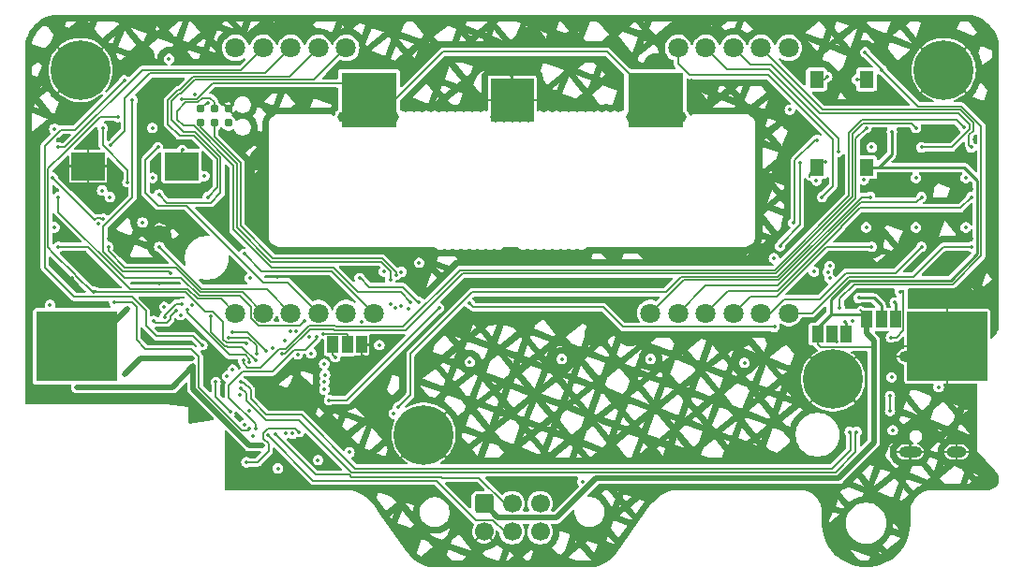
<source format=gbr>
%TF.GenerationSoftware,KiCad,Pcbnew,8.0.6*%
%TF.CreationDate,2024-12-15T00:33:14-05:00*%
%TF.ProjectId,VFDSAO,56464453-414f-42e6-9b69-6361645f7063,rev?*%
%TF.SameCoordinates,Original*%
%TF.FileFunction,Copper,L4,Bot*%
%TF.FilePolarity,Positive*%
%FSLAX46Y46*%
G04 Gerber Fmt 4.6, Leading zero omitted, Abs format (unit mm)*
G04 Created by KiCad (PCBNEW 8.0.6) date 2024-12-15 00:33:14*
%MOMM*%
%LPD*%
G01*
G04 APERTURE LIST*
G04 Aperture macros list*
%AMRoundRect*
0 Rectangle with rounded corners*
0 $1 Rounding radius*
0 $2 $3 $4 $5 $6 $7 $8 $9 X,Y pos of 4 corners*
0 Add a 4 corners polygon primitive as box body*
4,1,4,$2,$3,$4,$5,$6,$7,$8,$9,$2,$3,0*
0 Add four circle primitives for the rounded corners*
1,1,$1+$1,$2,$3*
1,1,$1+$1,$4,$5*
1,1,$1+$1,$6,$7*
1,1,$1+$1,$8,$9*
0 Add four rect primitives between the rounded corners*
20,1,$1+$1,$2,$3,$4,$5,0*
20,1,$1+$1,$4,$5,$6,$7,0*
20,1,$1+$1,$6,$7,$8,$9,0*
20,1,$1+$1,$8,$9,$2,$3,0*%
G04 Aperture macros list end*
%TA.AperFunction,ComponentPad*%
%ADD10O,2.100000X1.000000*%
%TD*%
%TA.AperFunction,ComponentPad*%
%ADD11O,1.800000X1.000000*%
%TD*%
%TA.AperFunction,ComponentPad*%
%ADD12C,1.800000*%
%TD*%
%TA.AperFunction,ComponentPad*%
%ADD13C,5.400000*%
%TD*%
%TA.AperFunction,SMDPad,CuDef*%
%ADD14R,1.000000X1.500000*%
%TD*%
%TA.AperFunction,ConnectorPad*%
%ADD15C,0.787400*%
%TD*%
%TA.AperFunction,SMDPad,CuDef*%
%ADD16R,3.050000X2.500000*%
%TD*%
%TA.AperFunction,SMDPad,CuDef*%
%ADD17R,5.000000X5.000000*%
%TD*%
%TA.AperFunction,SMDPad,CuDef*%
%ADD18R,4.000000X4.000000*%
%TD*%
%TA.AperFunction,SMDPad,CuDef*%
%ADD19R,7.340000X6.350000*%
%TD*%
%TA.AperFunction,ComponentPad*%
%ADD20RoundRect,0.250000X-0.600000X0.600000X-0.600000X-0.600000X0.600000X-0.600000X0.600000X0.600000X0*%
%TD*%
%TA.AperFunction,ComponentPad*%
%ADD21C,1.700000*%
%TD*%
%TA.AperFunction,SMDPad,CuDef*%
%ADD22R,1.300000X1.550000*%
%TD*%
%TA.AperFunction,ComponentPad*%
%ADD23R,0.900000X0.500000*%
%TD*%
%TA.AperFunction,ViaPad*%
%ADD24C,0.350000*%
%TD*%
%TA.AperFunction,ViaPad*%
%ADD25C,1.000000*%
%TD*%
%TA.AperFunction,Conductor*%
%ADD26C,0.150000*%
%TD*%
%TA.AperFunction,Conductor*%
%ADD27C,0.500000*%
%TD*%
%TA.AperFunction,Conductor*%
%ADD28C,0.250000*%
%TD*%
%TA.AperFunction,Conductor*%
%ADD29C,0.200000*%
%TD*%
G04 APERTURE END LIST*
D10*
%TO.P,J11,S1,SHIELD*%
%TO.N,GND*%
X135975000Y-99570000D03*
D11*
X140155000Y-99570000D03*
D10*
X135975000Y-90930000D03*
D11*
X140155000Y-90930000D03*
%TD*%
D12*
%TO.P,D25,1,F+*%
%TO.N,/F+*%
X75000000Y-63000000D03*
%TO.P,D25,2,d*%
%TO.N,/AnodeGateDrive3/OUT*%
X77500000Y-63000000D03*
%TO.P,D25,3,e*%
%TO.N,/AnodeGateDrive4/OUT*%
X80000000Y-63000000D03*
%TO.P,D25,4,g*%
%TO.N,/AnodeGateDrive6/OUT*%
X82500000Y-63000000D03*
%TO.P,D25,5,f*%
%TO.N,/AnodeGateDrive5/OUT*%
X85000000Y-63000000D03*
%TO.P,D25,6,a*%
%TO.N,/AnodeGateDrive/OUT*%
X115000000Y-63000000D03*
%TO.P,D25,7,b*%
%TO.N,/AnodeGateDrive1/OUT*%
X117500000Y-63000000D03*
%TO.P,D25,8,c*%
%TO.N,/AnodeGateDrive2/OUT*%
X120000000Y-63000000D03*
%TO.P,D25,9,dp*%
%TO.N,/AnodeGateDrive7/OUT*%
X122500000Y-63000000D03*
%TO.P,D25,10,GND*%
%TO.N,/F-*%
X125000000Y-63000000D03*
%TO.P,D25,11,G12*%
%TO.N,/AnodeGateDrive19/OUT*%
X125000000Y-87000000D03*
%TO.P,D25,12,G11*%
%TO.N,/AnodeGateDrive18/OUT*%
X122500000Y-87000000D03*
%TO.P,D25,13,G10*%
%TO.N,/AnodeGateDrive17/OUT*%
X120000000Y-87000000D03*
%TO.P,D25,14,G9*%
%TO.N,/AnodeGateDrive16/OUT*%
X117500000Y-87000000D03*
%TO.P,D25,15,G8*%
%TO.N,/AnodeGateDrive15/OUT*%
X115000000Y-87000000D03*
%TO.P,D25,16,G7*%
%TO.N,/AnodeGateDrive14/OUT*%
X112500000Y-87000000D03*
%TO.P,D25,17,G6*%
%TO.N,/AnodeGateDrive13/OUT*%
X87500000Y-87000000D03*
%TO.P,D25,18,G5*%
%TO.N,/AnodeGateDrive12/OUT*%
X85000000Y-87000000D03*
%TO.P,D25,19,G4*%
%TO.N,/AnodeGateDrive11/OUT*%
X82500000Y-87000000D03*
%TO.P,D25,20,G3*%
%TO.N,/AnodeGateDrive10/OUT*%
X80000000Y-87000000D03*
%TO.P,D25,21,G2*%
%TO.N,/AnodeGateDrive9/OUT*%
X77500000Y-87000000D03*
%TO.P,D25,22,G1*%
%TO.N,/AnodeGateDrive8/OUT*%
X75000000Y-87000000D03*
%TD*%
D13*
%TO.P,H11,1,1*%
%TO.N,GND*%
X92000000Y-98000000D03*
%TD*%
%TO.P,H12,1,1*%
%TO.N,GND*%
X129000000Y-93000000D03*
%TD*%
%TO.P,H14,1,1*%
%TO.N,GND*%
X139000000Y-65000000D03*
%TD*%
%TO.P,H13,1,1*%
%TO.N,GND*%
X61000000Y-65000000D03*
%TD*%
D14*
%TO.P,JP12,1,A*%
%TO.N,GND*%
X86400000Y-89857500D03*
%TO.P,JP12,2,C*%
%TO.N,Net-(JP12-C)*%
X85100000Y-89857500D03*
%TO.P,JP12,3,B*%
%TO.N,+3V3*%
X83800000Y-89857500D03*
%TD*%
D15*
%TO.P,J12,1,VCC*%
%TO.N,+3V3*%
X71830000Y-68530000D03*
%TO.P,J12,2,SWDIO*%
%TO.N,/3v3_G9*%
X71830000Y-69800000D03*
%TO.P,J12,3,~{RESET}*%
%TO.N,/RST*%
X73100000Y-68530000D03*
%TO.P,J12,4,SWCLK*%
%TO.N,/3v3_G12*%
X73100000Y-69800000D03*
%TO.P,J12,5,GND*%
%TO.N,GND*%
X74370000Y-68530000D03*
%TO.P,J12,6,SWO*%
%TO.N,unconnected-(J12-SWO-Pad6)*%
X74370000Y-69800000D03*
%TD*%
D16*
%TO.P,BZ11,1,+*%
%TO.N,Net-(BZ11-+)*%
X70125000Y-73700000D03*
%TO.P,BZ11,2,-*%
%TO.N,GND*%
X61675000Y-73700000D03*
%TD*%
D17*
%TO.P,BTe11,1,+*%
%TO.N,Net-(BTe11-+)*%
X112950000Y-67709227D03*
X87050000Y-67709227D03*
D18*
%TO.P,BTe11,2,-*%
%TO.N,GND*%
X100000000Y-67709227D03*
%TD*%
D14*
%TO.P,JP11,1,A*%
%TO.N,+3V3*%
X132050000Y-87557500D03*
%TO.P,JP11,2,C*%
%TO.N,/FIL_SUP*%
X133350000Y-87557500D03*
%TO.P,JP11,3,B*%
%TO.N,VCC*%
X134650000Y-87557500D03*
%TD*%
D19*
%TO.P,BT11,1,+*%
%TO.N,+BATT*%
X60670000Y-90000000D03*
%TO.P,BT11,2,-*%
%TO.N,GND*%
X139330000Y-90000000D03*
%TD*%
D20*
%TO.P,J16,1,Pin_1*%
%TO.N,+3V3*%
X97455000Y-104247500D03*
D21*
%TO.P,J16,2,Pin_2*%
%TO.N,GND*%
X97455000Y-106787500D03*
%TO.P,J16,3,Pin_3*%
%TO.N,/I2C_SDA*%
X99995000Y-104247500D03*
%TO.P,J16,4,Pin_4*%
%TO.N,/I2C_SCL*%
X99995000Y-106787500D03*
%TO.P,J16,5,Pin_5*%
%TO.N,/BZ_3v3*%
X102535000Y-104247500D03*
%TO.P,J16,6,Pin_6*%
%TO.N,/BOOT1*%
X102535000Y-106787500D03*
%TD*%
D22*
%TO.P,SW11,1,1*%
%TO.N,/BOOT0*%
X127525000Y-65850000D03*
X127525000Y-73800000D03*
%TO.P,SW11,2,2*%
%TO.N,+3V3*%
X132025000Y-65850000D03*
X132025000Y-73800000D03*
%TD*%
D14*
%TO.P,JP13,1,A*%
%TO.N,+3V3*%
X127600000Y-88900000D03*
%TO.P,JP13,2,C*%
%TO.N,/RGB_SUP*%
X128900000Y-88900000D03*
%TO.P,JP13,3,B*%
%TO.N,VCC*%
X130200000Y-88900000D03*
%TD*%
D23*
%TO.P,AE11,2,Shield*%
%TO.N,GND*%
X71900000Y-96445000D03*
%TD*%
D24*
%TO.N,GND*%
X62050000Y-83650000D03*
X68000000Y-71250000D03*
X132500000Y-80250000D03*
X124800000Y-81075000D03*
X56500000Y-95000000D03*
X74250000Y-73950000D03*
X120150000Y-100150000D03*
X101900000Y-102650000D03*
X86550000Y-90950000D03*
X132362500Y-75750000D03*
X132500000Y-71250000D03*
X104000000Y-87000000D03*
X123950000Y-89000000D03*
X75050000Y-96100000D03*
X120550000Y-89050000D03*
X77750000Y-93200000D03*
X81150000Y-84020000D03*
D25*
X101500000Y-69250000D03*
D24*
X138700000Y-83400000D03*
X110750000Y-86600000D03*
X68150000Y-84337500D03*
X60650000Y-81600000D03*
X133943506Y-85016097D03*
X87575000Y-95100000D03*
X77500000Y-73000000D03*
X66000000Y-95000000D03*
X79500000Y-81500000D03*
X60500000Y-95000000D03*
X116200000Y-65980000D03*
X76275000Y-101785000D03*
X80243554Y-95163554D03*
D25*
X100750000Y-69250000D03*
D24*
X78750000Y-83700000D03*
X77500000Y-78000000D03*
X60200000Y-83800000D03*
X129075000Y-81850000D03*
X86050000Y-89300000D03*
X131750000Y-96750000D03*
X58500000Y-95000000D03*
D25*
X98500000Y-69250000D03*
D24*
X126500000Y-89450000D03*
X141500000Y-75750000D03*
X58625000Y-85600000D03*
X141800000Y-71250000D03*
X63500000Y-71250000D03*
X59000000Y-80250000D03*
X137000000Y-80250000D03*
X133300000Y-67000000D03*
X74600000Y-67900000D03*
X95400000Y-103600000D03*
X81500000Y-81500000D03*
X83700000Y-84000000D03*
X56500000Y-95000000D03*
X74250000Y-78850000D03*
D25*
X100000000Y-69250000D03*
D24*
X74250000Y-99050000D03*
X58896446Y-75853554D03*
X104250000Y-102950000D03*
X96000000Y-87000000D03*
X107700000Y-88900000D03*
X85100000Y-83500000D03*
X78650000Y-87625000D03*
X62500000Y-95000000D03*
X126600000Y-71400000D03*
X98000000Y-87000000D03*
X68117500Y-80250000D03*
X137000000Y-75750000D03*
X67986832Y-75657906D03*
X110650000Y-88850000D03*
X68500000Y-66300000D03*
X86200000Y-64650000D03*
X70100000Y-89750000D03*
X113750000Y-84100000D03*
X74950000Y-83850008D03*
X63900000Y-75550000D03*
X66550000Y-63800000D03*
X85150000Y-91900000D03*
X72750000Y-90750000D03*
X80850000Y-94000000D03*
X73750000Y-93200000D03*
X126100000Y-100050000D03*
X63500000Y-80250000D03*
D25*
X99250000Y-69250000D03*
D24*
X72480000Y-75750000D03*
X59000000Y-71250000D03*
X64500000Y-95000000D03*
X67500000Y-95000000D03*
X78750000Y-95550000D03*
X128000000Y-75750000D03*
X79800000Y-101075000D03*
X137000000Y-71250000D03*
X125450000Y-69500000D03*
X119250000Y-88800000D03*
X115750000Y-88850000D03*
X99950000Y-65550000D03*
X139250000Y-85700000D03*
X87450000Y-83650000D03*
X68695562Y-85838025D03*
X113000000Y-64650000D03*
X141500000Y-80250000D03*
X83450000Y-100900000D03*
X83650000Y-65700000D03*
%TO.N,+BATT*%
X60400000Y-90000000D03*
X62850000Y-92600000D03*
X65200000Y-86625000D03*
%TO.N,+5V*%
X134300000Y-92800000D03*
X71100000Y-91100000D03*
X134400000Y-97600000D03*
X65000000Y-92550000D03*
%TO.N,+3V3*%
X80742905Y-97750000D03*
X76000000Y-100500000D03*
X62200000Y-85100000D03*
X131150000Y-65875000D03*
X64350000Y-69250000D03*
X84021078Y-90986737D03*
X134325000Y-70600000D03*
X76016222Y-89745300D03*
X72550000Y-67950000D03*
%TO.N,VCC*%
X60700000Y-93700000D03*
X78825000Y-101050000D03*
X77450000Y-98950000D03*
X134575000Y-86050000D03*
X85300000Y-99600000D03*
X130125000Y-87825000D03*
X71200000Y-91800000D03*
%TO.N,/AnodeGateDrive19/OUT*%
X141500000Y-81000000D03*
%TO.N,/AnodeGateDrive8/OUT*%
X59000000Y-81000000D03*
%TO.N,/AnodeGateDrive15/OUT*%
X137000000Y-76500000D03*
%TO.N,/AnodeGateDrive11/OUT*%
X68000000Y-72000000D03*
%TO.N,/AnodeGateDrive6/OUT*%
X72480000Y-76500000D03*
%TO.N,/AnodeGateDrive14/OUT*%
X132362500Y-76500000D03*
%TO.N,/AnodeGateDrive12/OUT*%
X81250000Y-87700000D03*
X59000000Y-76500000D03*
%TO.N,/AnodeGateDrive9/OUT*%
X63500000Y-81000000D03*
%TO.N,/AnodeGateDrive5/OUT*%
X68071759Y-76251867D03*
%TO.N,/AnodeGateDrive1/OUT*%
X129475000Y-72400000D03*
X132500000Y-72000000D03*
%TO.N,/AnodeGateDrive13/OUT*%
X63645000Y-76500000D03*
X75800000Y-81650000D03*
%TO.N,/AnodeGateDrive3/OUT*%
X59000000Y-72000000D03*
%TO.N,/AnodeGateDrive4/OUT*%
X63703554Y-71796446D03*
%TO.N,/AnodeGateDrive7/OUT*%
X141500000Y-72000000D03*
%TO.N,/AnodeGateDrive17/OUT*%
X132500000Y-81000000D03*
%TO.N,/AnodeGateDrive10/OUT*%
X68117500Y-81000000D03*
%TO.N,/AnodeGateDrive16/OUT*%
X141500000Y-76500000D03*
%TO.N,/AnodeGateDrive/OUT*%
X128000000Y-76500000D03*
%TO.N,/F-*%
X125100000Y-68600000D03*
%TO.N,/AnodeGateDrive18/OUT*%
X137000000Y-81000000D03*
%TO.N,/AnodeGateDrive2/OUT*%
X137000000Y-72000000D03*
%TO.N,/3v3_G10*%
X132000000Y-79250000D03*
X74250000Y-92700000D03*
X88400000Y-83250000D03*
X86400000Y-87800000D03*
%TO.N,/3v3_G11*%
X89931069Y-86339119D03*
X136500000Y-79250000D03*
X75800000Y-97150000D03*
X88000000Y-89900000D03*
X89974955Y-83267179D03*
%TO.N,/RST*%
X93400000Y-86550000D03*
X83457873Y-94870293D03*
X90825250Y-86009400D03*
%TO.N,/I2C_SCL*%
X77968902Y-98081155D03*
%TO.N,/I2C_SDA*%
X78600021Y-97950021D03*
%TO.N,/BZ_3v3*%
X64050000Y-86050000D03*
X76250000Y-97450000D03*
%TO.N,/3v3_AN_A*%
X89303554Y-96103554D03*
X127500000Y-75000000D03*
X123653554Y-82046897D03*
X79550000Y-97850000D03*
%TO.N,/3v3_AN_B*%
X89700000Y-95500000D03*
X132000000Y-70250000D03*
X80162230Y-97901063D03*
%TO.N,/3v3_AN_C*%
X136500000Y-70250000D03*
X79175000Y-90711981D03*
%TO.N,/3v3_AN_D*%
X74750000Y-88700000D03*
X77793685Y-90391392D03*
X70019765Y-87162229D03*
X58628554Y-70328554D03*
%TO.N,/3v3_AN_E*%
X68562309Y-86423044D03*
X74408384Y-89193256D03*
X63000000Y-70250000D03*
X65250000Y-75150000D03*
X76900000Y-90700000D03*
%TO.N,/3v3_AN_F*%
X72800000Y-87300000D03*
X71049609Y-86254111D03*
X76861404Y-91305327D03*
X67500000Y-74750000D03*
%TO.N,/3v3_AN_G*%
X76273663Y-91426010D03*
X72200000Y-74600000D03*
X70642893Y-86657107D03*
%TO.N,/3v3_AN_DP*%
X140808578Y-70208578D03*
X75693394Y-91273395D03*
%TO.N,/3v3_G1*%
X80625000Y-90725000D03*
X58650000Y-79250000D03*
%TO.N,/3v3_G2*%
X79500000Y-89500000D03*
X62610683Y-78911251D03*
%TO.N,/3v3_G3*%
X81649997Y-89150000D03*
X66600000Y-78800000D03*
%TO.N,/3v3_G4*%
X81840564Y-90650000D03*
X67500000Y-70250000D03*
%TO.N,/3v3_G5*%
X63067025Y-78475867D03*
X80469907Y-88677018D03*
X58500000Y-74750000D03*
%TO.N,/3v3_G6*%
X79939595Y-88625000D03*
X62950000Y-75900000D03*
%TO.N,/3v3_G7*%
X131775000Y-74925000D03*
X76300000Y-83850000D03*
%TO.N,/3v3_G8*%
X74750000Y-92099997D03*
X136500000Y-74750000D03*
X91600006Y-82450000D03*
X90625003Y-86575003D03*
%TO.N,/3v3_G9*%
X89000010Y-86200000D03*
X75430959Y-94365000D03*
X89000000Y-84000000D03*
X141000000Y-74750000D03*
X128700000Y-83825000D03*
%TO.N,/3v3_G12*%
X89500000Y-83537792D03*
X89431175Y-86499536D03*
X76250000Y-95850000D03*
X141000000Y-79250000D03*
X127276255Y-83250000D03*
%TO.N,/FIL_DRIVE_A*%
X125425000Y-78850000D03*
X76800000Y-97450000D03*
X82299998Y-89150000D03*
X127571119Y-71332975D03*
X128530251Y-83272615D03*
%TO.N,/BOOT1*%
X78327258Y-90127862D03*
X106350000Y-102250000D03*
X130750000Y-87750000D03*
X74550000Y-95900000D03*
X73225000Y-93225000D03*
%TO.N,/FIL_DRIVE_B*%
X76550000Y-98100000D03*
X126003554Y-73403554D03*
X128700000Y-82750000D03*
X124212868Y-80951393D03*
%TO.N,/TOUCH2*%
X104500000Y-91150000D03*
X83050000Y-93200000D03*
%TO.N,/TOUCH4*%
X83025000Y-91593871D03*
X121000000Y-91500000D03*
%TO.N,/V_HI_EN*%
X135067338Y-85067251D03*
X134250000Y-89200000D03*
%TO.N,/USB+*%
X134150000Y-95850000D03*
X134150000Y-94525000D03*
X75508035Y-93769969D03*
X131125000Y-97750000D03*
%TO.N,/TOUCH3*%
X83090862Y-92590870D03*
X112500000Y-91150000D03*
%TO.N,/TOUCH1*%
X96175000Y-91425000D03*
X83034017Y-93919725D03*
%TO.N,/USB-*%
X75450000Y-93225000D03*
X130525000Y-97750000D03*
%TO.N,Net-(BZ11-+)*%
X70200000Y-72250000D03*
X58250000Y-86250000D03*
%TO.N,Net-(JP12-C)*%
X82917512Y-88882503D03*
D25*
%TO.N,Net-(BTe11-+)*%
X85500000Y-69250000D03*
X112250000Y-69250000D03*
X114500000Y-69250000D03*
X113750000Y-69250000D03*
X85500000Y-69250000D03*
X115250000Y-69250000D03*
X89250000Y-69250000D03*
X110750000Y-69250000D03*
X111500000Y-69250000D03*
X84750000Y-69250000D03*
X87000000Y-69250000D03*
D24*
X70120405Y-67622487D03*
D25*
X113000000Y-69250000D03*
X88500000Y-69250000D03*
X115250000Y-69250000D03*
X87750000Y-69250000D03*
D24*
X82450000Y-100300000D03*
D25*
X84750000Y-69250000D03*
X87750000Y-69250000D03*
X86250000Y-69250000D03*
D24*
%TO.N,/BOOT0*%
X138550000Y-93700000D03*
X128475000Y-65625000D03*
X128350000Y-73325000D03*
%TO.N,/FIL_SUP*%
X131319087Y-85630913D03*
%TO.N,Net-(D18-DOUT)*%
X123700000Y-88250000D03*
X86225000Y-83825000D03*
X96150000Y-86100000D03*
X91600000Y-86000000D03*
%TO.N,Net-(D20-DOUT)*%
X65700000Y-67700000D03*
X70150000Y-86150000D03*
X68600000Y-87350000D03*
X69100000Y-83350000D03*
%TO.N,Net-(U14-PROG)*%
X69623191Y-86776819D03*
X67600000Y-87700000D03*
%TO.N,Net-(U13-OUT_A)*%
X71300000Y-67200000D03*
X69000000Y-64000000D03*
%TO.N,/RGB_SUP*%
X129300000Y-89575000D03*
X72000000Y-89900000D03*
X131900000Y-63400000D03*
X129600000Y-86525000D03*
X64950000Y-65950000D03*
X133400000Y-65000000D03*
%TD*%
D26*
%TO.N,GND*%
X74600000Y-68300000D02*
X74600000Y-67900000D01*
X100000000Y-65600000D02*
X99950000Y-65550000D01*
X100000000Y-67709227D02*
X100000000Y-65600000D01*
X74370000Y-68530000D02*
X74600000Y-68300000D01*
X86400000Y-89857500D02*
X86400000Y-90800000D01*
X86400000Y-90800000D02*
X86550000Y-90950000D01*
X80243554Y-95163554D02*
X79136446Y-95163554D01*
X79136446Y-95163554D02*
X78750000Y-95550000D01*
D27*
%TO.N,+BATT*%
X60400000Y-90000000D02*
X61825000Y-90000000D01*
X61825000Y-90000000D02*
X65200000Y-86625000D01*
D26*
X60400000Y-89730000D02*
X60400000Y-90000000D01*
X58100000Y-87430000D02*
X60400000Y-89730000D01*
D27*
%TO.N,+5V*%
X71100000Y-91100000D02*
X66450000Y-91100000D01*
X66450000Y-91100000D02*
X65000000Y-92550000D01*
D26*
%TO.N,+3V3*%
X62325000Y-84975000D02*
X62450000Y-85100000D01*
D28*
X134300000Y-72600000D02*
X134300000Y-70625000D01*
X131567500Y-87075000D02*
X128800000Y-87075000D01*
X132025000Y-73800000D02*
X133100000Y-73800000D01*
D26*
X72275000Y-86875000D02*
X72976041Y-86875000D01*
X127875000Y-90075000D02*
X132675000Y-90075000D01*
X58075000Y-73925000D02*
X59550000Y-72450000D01*
X72976041Y-86875000D02*
X73908384Y-87807343D01*
X73908384Y-89400363D02*
X74201277Y-89693256D01*
D28*
X140850000Y-73800000D02*
X142050000Y-75000000D01*
D27*
X107600000Y-101900000D02*
X104002500Y-105497500D01*
D26*
X127600000Y-88900000D02*
X127600000Y-89800000D01*
D27*
X104002500Y-105497500D02*
X98705000Y-105497500D01*
D28*
X142050000Y-81655026D02*
X139655026Y-84050000D01*
D27*
X132700000Y-98700000D02*
X129500000Y-101900000D01*
D26*
X80417905Y-97425000D02*
X77975000Y-97425000D01*
D27*
X98705000Y-105497500D02*
X97455000Y-104247500D01*
D26*
X132050000Y-87300000D02*
X131475000Y-86725000D01*
X62200000Y-85100000D02*
X62325000Y-84975000D01*
X60600000Y-83607107D02*
X60600000Y-83600000D01*
X73908384Y-87807343D02*
X73908384Y-89400363D01*
X70500000Y-85100000D02*
X72275000Y-86875000D01*
X65624264Y-85100000D02*
X70500000Y-85100000D01*
X132050000Y-87557500D02*
X132050000Y-87300000D01*
D28*
X133100000Y-73800000D02*
X134300000Y-72600000D01*
D26*
X80742905Y-97750000D02*
X80417905Y-97425000D01*
X59550000Y-72450000D02*
X62750000Y-69250000D01*
D27*
X132700000Y-90100000D02*
X132700000Y-98700000D01*
D26*
X62092893Y-85100000D02*
X60600000Y-83607107D01*
D27*
X132050000Y-87557500D02*
X132050000Y-88807500D01*
D28*
X130550000Y-84050000D02*
X128800000Y-85800000D01*
X128800000Y-85800000D02*
X128800000Y-87075000D01*
X142050000Y-75000000D02*
X142050000Y-81655026D01*
D26*
X58100000Y-81100000D02*
X58100000Y-81050000D01*
X71830000Y-68530000D02*
X72410000Y-67950000D01*
X77543902Y-98343902D02*
X78000000Y-98800000D01*
X62750000Y-69250000D02*
X64350000Y-69250000D01*
X58075000Y-81025000D02*
X58075000Y-73925000D01*
X60600000Y-83600000D02*
X58500000Y-81500000D01*
X77975000Y-97425000D02*
X77543902Y-97856098D01*
D28*
X128800000Y-87075000D02*
X127600000Y-88275000D01*
X132025000Y-73800000D02*
X140850000Y-73800000D01*
X127600000Y-88275000D02*
X127600000Y-88900000D01*
D26*
X83800000Y-90765659D02*
X84021078Y-90986737D01*
X78000000Y-99500000D02*
X77000000Y-100500000D01*
X131175000Y-65850000D02*
X131150000Y-65875000D01*
X62450000Y-85100000D02*
X65624264Y-85100000D01*
X74201277Y-89693256D02*
X75964178Y-89693256D01*
X77000000Y-100500000D02*
X76000000Y-100500000D01*
X62200000Y-85100000D02*
X62092893Y-85100000D01*
D28*
X132050000Y-87557500D02*
X131567500Y-87075000D01*
D26*
X58500000Y-81500000D02*
X58100000Y-81100000D01*
D27*
X132050000Y-88807500D02*
X132700000Y-89457500D01*
D26*
X132675000Y-90075000D02*
X132700000Y-90100000D01*
D27*
X132700000Y-89457500D02*
X132700000Y-90100000D01*
X129500000Y-101900000D02*
X107600000Y-101900000D01*
D26*
X83800000Y-89857500D02*
X83800000Y-90765659D01*
D28*
X139655026Y-84050000D02*
X130550000Y-84050000D01*
D26*
X75964178Y-89693256D02*
X76016222Y-89745300D01*
X58100000Y-81050000D02*
X58075000Y-81025000D01*
X132025000Y-65850000D02*
X131175000Y-65850000D01*
X72410000Y-67950000D02*
X72550000Y-67950000D01*
X77543902Y-97856098D02*
X77543902Y-98343902D01*
X78000000Y-98800000D02*
X78000000Y-99500000D01*
D28*
X134300000Y-70625000D02*
X134325000Y-70600000D01*
D26*
X127600000Y-89800000D02*
X127875000Y-90075000D01*
D28*
%TO.N,VCC*%
X130200000Y-87900000D02*
X130125000Y-87825000D01*
X134650000Y-87557500D02*
X134650000Y-86125000D01*
D27*
X76250000Y-98950000D02*
X77450000Y-98950000D01*
D28*
X130200000Y-88900000D02*
X130200000Y-87900000D01*
D27*
X69300000Y-93700000D02*
X71200000Y-91800000D01*
X71200000Y-93900000D02*
X76250000Y-98950000D01*
X60700000Y-93700000D02*
X69300000Y-93700000D01*
D28*
X134650000Y-86125000D02*
X134575000Y-86050000D01*
D27*
X71200000Y-91800000D02*
X71200000Y-93900000D01*
D26*
%TO.N,/AnodeGateDrive19/OUT*%
X141500000Y-81000000D02*
X138955025Y-81000000D01*
X130405025Y-83700000D02*
X127105025Y-87000000D01*
X136255025Y-83700000D02*
X130405025Y-83700000D01*
X138955025Y-81000000D02*
X136255025Y-83700000D01*
X127105025Y-87000000D02*
X125000000Y-87000000D01*
%TO.N,/AnodeGateDrive8/OUT*%
X73714553Y-85714553D02*
X71588817Y-85714553D01*
X65450000Y-84800000D02*
X70674264Y-84800000D01*
X59000000Y-81000000D02*
X61650000Y-81000000D01*
X70674264Y-84800000D02*
X71588817Y-85714553D01*
X61650000Y-81000000D02*
X65450000Y-84800000D01*
X75000000Y-87000000D02*
X73714553Y-85714553D01*
%TO.N,/AnodeGateDrive15/OUT*%
X124011271Y-84500000D02*
X131570636Y-76940635D01*
X131570636Y-76940635D02*
X136559365Y-76940635D01*
X117500000Y-84500000D02*
X124011271Y-84500000D01*
X136559365Y-76940635D02*
X137000000Y-76500000D01*
X115000000Y-87000000D02*
X117500000Y-84500000D01*
%TO.N,/AnodeGateDrive11/OUT*%
X66850000Y-73150000D02*
X68000000Y-72000000D01*
X79700000Y-84200000D02*
X77499138Y-84200000D01*
X77499138Y-84200000D02*
X70599138Y-77300000D01*
X66850000Y-76150000D02*
X66850000Y-73150000D01*
X68000000Y-77300000D02*
X66850000Y-76150000D01*
X70599138Y-77300000D02*
X68000000Y-77300000D01*
X82500000Y-87000000D02*
X79700000Y-84200000D01*
%TO.N,/AnodeGateDrive6/OUT*%
X73350000Y-73043502D02*
X71256498Y-70950000D01*
X71168629Y-65600000D02*
X79900000Y-65600000D01*
X72480000Y-76500000D02*
X73350000Y-75630000D01*
X73350000Y-75630000D02*
X73350000Y-73043502D01*
X71256498Y-70950000D02*
X69950000Y-70950000D01*
X79900000Y-65600000D02*
X82500000Y-63000000D01*
X68900000Y-69900000D02*
X68900000Y-67711521D01*
X68900000Y-67711521D02*
X69789034Y-66822487D01*
X69789034Y-66822487D02*
X69946142Y-66822487D01*
X69950000Y-70950000D02*
X68900000Y-69900000D01*
X69946142Y-66822487D02*
X71168629Y-65600000D01*
%TO.N,/AnodeGateDrive14/OUT*%
X131587007Y-76500000D02*
X124087007Y-84000000D01*
X124087007Y-84000000D02*
X115500000Y-84000000D01*
X115500000Y-84000000D02*
X112500000Y-87000000D01*
X132362500Y-76500000D02*
X131587007Y-76500000D01*
%TO.N,/AnodeGateDrive12/OUT*%
X59000000Y-77850000D02*
X64950000Y-83800000D01*
X76375000Y-86424999D02*
X76375000Y-87465991D01*
X77059009Y-88150000D02*
X80800000Y-88150000D01*
X64950000Y-83800000D02*
X70100000Y-83800000D01*
X75364554Y-85414553D02*
X76375000Y-86424999D01*
X70100000Y-83800000D02*
X71714553Y-85414553D01*
X71714553Y-85414553D02*
X75364554Y-85414553D01*
X80800000Y-88150000D02*
X81250000Y-87700000D01*
X59000000Y-76500000D02*
X59000000Y-77850000D01*
X76375000Y-87465991D02*
X77059009Y-88150000D01*
%TO.N,/AnodeGateDrive9/OUT*%
X69624264Y-82900000D02*
X65000000Y-82900000D01*
X77500000Y-87000000D02*
X75614553Y-85114553D01*
X65000000Y-82900000D02*
X63500000Y-81400000D01*
X71838817Y-85114553D02*
X69624264Y-82900000D01*
X75614553Y-85114553D02*
X71838817Y-85114553D01*
X63500000Y-81400000D02*
X63500000Y-81000000D01*
%TO.N,/AnodeGateDrive5/OUT*%
X69913298Y-67122487D02*
X69200000Y-67835785D01*
X82100000Y-65900000D02*
X71292893Y-65900000D01*
X70070406Y-67122487D02*
X69913298Y-67122487D01*
X73650000Y-72919238D02*
X73650000Y-76150000D01*
X73650000Y-76150000D02*
X72800000Y-77000000D01*
X85000000Y-63000000D02*
X82100000Y-65900000D01*
X71292893Y-65900000D02*
X70070406Y-67122487D01*
X72800000Y-77000000D02*
X68819892Y-77000000D01*
X69200000Y-67835785D02*
X69200000Y-69500000D01*
X70300000Y-70600000D02*
X71330762Y-70600000D01*
X68819892Y-77000000D02*
X68071759Y-76251867D01*
X71330762Y-70600000D02*
X73650000Y-72919238D01*
X69200000Y-69500000D02*
X70300000Y-70600000D01*
%TO.N,/AnodeGateDrive1/OUT*%
X127610000Y-69310000D02*
X129475000Y-71175000D01*
X123200000Y-64900000D02*
X127610000Y-69310000D01*
X119400000Y-64900000D02*
X123200000Y-64900000D01*
X117500000Y-63000000D02*
X119400000Y-64900000D01*
X129475000Y-71175000D02*
X129475000Y-72400000D01*
%TO.N,/AnodeGateDrive13/OUT*%
X75800000Y-81650000D02*
X77370000Y-83220000D01*
X83720000Y-83220000D02*
X87500000Y-87000000D01*
X77370000Y-83220000D02*
X83720000Y-83220000D01*
%TO.N,/AnodeGateDrive3/OUT*%
X75500000Y-65000000D02*
X66575736Y-65000000D01*
X77500000Y-63000000D02*
X75500000Y-65000000D01*
X59575736Y-72000000D02*
X59000000Y-72000000D01*
X66575736Y-65000000D02*
X59575736Y-72000000D01*
%TO.N,/AnodeGateDrive4/OUT*%
X80000000Y-63000000D02*
X77700000Y-65300000D01*
X77700000Y-65300000D02*
X67300000Y-65300000D01*
X67300000Y-65300000D02*
X65000000Y-67600000D01*
X65000000Y-67600000D02*
X65000000Y-70500000D01*
X65000000Y-70500000D02*
X63703554Y-71796446D01*
%TO.N,/AnodeGateDrive7/OUT*%
X141500000Y-72000000D02*
X141300000Y-71800000D01*
X141650000Y-69774264D02*
X140475736Y-68600000D01*
X140475736Y-68600000D02*
X128100000Y-68600000D01*
X128100000Y-68600000D02*
X122500000Y-63000000D01*
X141300000Y-70848528D02*
X141650000Y-70498528D01*
X141650000Y-70498528D02*
X141650000Y-69774264D01*
X141300000Y-71800000D02*
X141300000Y-70848528D01*
%TO.N,/AnodeGateDrive17/OUT*%
X128400000Y-81000000D02*
X132500000Y-81000000D01*
X120000000Y-87000000D02*
X121500000Y-85500000D01*
X121500000Y-85500000D02*
X123900000Y-85500000D01*
X123900000Y-85500000D02*
X128400000Y-81000000D01*
%TO.N,/AnodeGateDrive10/OUT*%
X77814553Y-84814553D02*
X71963081Y-84814553D01*
X80000000Y-87000000D02*
X77814553Y-84814553D01*
X71963081Y-84814553D02*
X68148528Y-81000000D01*
X68148528Y-81000000D02*
X68117500Y-81000000D01*
%TO.N,/AnodeGateDrive16/OUT*%
X131432768Y-77502767D02*
X140497233Y-77502767D01*
X140497233Y-77502767D02*
X141500000Y-76500000D01*
X119500000Y-85000000D02*
X123975736Y-85000000D01*
X117500000Y-87000000D02*
X119500000Y-85000000D01*
X129750000Y-79225736D02*
X129750000Y-79185535D01*
X129750000Y-79185535D02*
X131432768Y-77502767D01*
X123975736Y-85000000D02*
X129750000Y-79225736D01*
%TO.N,/AnodeGateDrive/OUT*%
X129000000Y-71300000D02*
X123150000Y-65450000D01*
X116015773Y-65450000D02*
X115000000Y-64434227D01*
X128000000Y-76500000D02*
X129000000Y-75500000D01*
X115000000Y-64434227D02*
X115000000Y-63000000D01*
X123150000Y-65450000D02*
X116015773Y-65450000D01*
X129000000Y-75500000D02*
X129000000Y-71300000D01*
%TO.N,/AnodeGateDrive18/OUT*%
X127773795Y-85750000D02*
X130173795Y-83350000D01*
X122500000Y-87000000D02*
X123300000Y-87000000D01*
X130173795Y-83350000D02*
X134650000Y-83350000D01*
X124550000Y-85750000D02*
X127773795Y-85750000D01*
X123300000Y-87000000D02*
X124550000Y-85750000D01*
X134650000Y-83350000D02*
X137000000Y-81000000D01*
%TO.N,/AnodeGateDrive2/OUT*%
X141350000Y-70374264D02*
X139724264Y-72000000D01*
X121500000Y-64500000D02*
X123365685Y-64500000D01*
X120000000Y-63000000D02*
X121500000Y-64500000D01*
X127765685Y-68900000D02*
X140325000Y-68900000D01*
X140325000Y-68900000D02*
X141350000Y-69925000D01*
X139724264Y-72000000D02*
X137000000Y-72000000D01*
X123365685Y-64500000D02*
X127765685Y-68900000D01*
X141350000Y-69925000D02*
X141350000Y-70374264D01*
%TO.N,/RST*%
X71600305Y-67925000D02*
X72000305Y-67525000D01*
X69739700Y-68710300D02*
X70525000Y-67925000D01*
X71205026Y-70050000D02*
X70284921Y-70050000D01*
X86050000Y-85100000D02*
X83870000Y-82920000D01*
X83457873Y-94870293D02*
X85079707Y-94870293D01*
X70284921Y-70050000D02*
X69739700Y-69504779D01*
X74800000Y-73644974D02*
X71205026Y-70050000D01*
X90825250Y-86009400D02*
X89915850Y-85100000D01*
X78300000Y-82920000D02*
X74800000Y-79420000D01*
X70525000Y-67925000D02*
X71600305Y-67925000D01*
X74800000Y-79420000D02*
X74800000Y-73644974D01*
X85079707Y-94870293D02*
X93400000Y-86550000D01*
X69739700Y-69504779D02*
X69739700Y-68710300D01*
X89915850Y-85100000D02*
X86050000Y-85100000D01*
X72726041Y-67525000D02*
X73100000Y-67898959D01*
X83870000Y-82920000D02*
X78300000Y-82920000D01*
X72000305Y-67525000D02*
X72726041Y-67525000D01*
X73100000Y-67898959D02*
X73100000Y-68530000D01*
%TO.N,/I2C_SCL*%
X96712500Y-105712500D02*
X98248249Y-105712500D01*
X99323249Y-106787500D02*
X99995000Y-106787500D01*
X98248249Y-105712500D02*
X99323249Y-106787500D01*
X93150000Y-102150000D02*
X96712500Y-105712500D01*
X82037747Y-102150000D02*
X93150000Y-102150000D01*
X77968902Y-98081155D02*
X82037747Y-102150000D01*
%TO.N,/I2C_SDA*%
X85272180Y-101625000D02*
X82275000Y-101625000D01*
X96986178Y-101900000D02*
X93650000Y-101900000D01*
X99333678Y-104247500D02*
X96986178Y-101900000D01*
X93600000Y-101850000D02*
X85497180Y-101850000D01*
X82275000Y-101625000D02*
X78600021Y-97950021D01*
X93650000Y-101900000D02*
X93600000Y-101850000D01*
X99995000Y-104247500D02*
X99333678Y-104247500D01*
X85497180Y-101850000D02*
X85272180Y-101625000D01*
%TO.N,/BZ_3v3*%
X71700000Y-93700000D02*
X71700000Y-90950000D01*
X66875736Y-90250000D02*
X66050000Y-89424264D01*
X75575000Y-97575000D02*
X71700000Y-93700000D01*
X76250000Y-97450000D02*
X76125000Y-97575000D01*
X65700000Y-86050000D02*
X64050000Y-86050000D01*
X71000000Y-90250000D02*
X66875736Y-90250000D01*
X76125000Y-97575000D02*
X75575000Y-97575000D01*
X71700000Y-90950000D02*
X71000000Y-90250000D01*
X66050000Y-89424264D02*
X66050000Y-86400000D01*
X66050000Y-86400000D02*
X65700000Y-86050000D01*
%TO.N,/3v3_AN_B*%
X90800000Y-90700000D02*
X90800000Y-94400000D01*
X90800000Y-94400000D02*
X89700000Y-95500000D01*
X113900000Y-85100000D02*
X96400000Y-85100000D01*
X132000000Y-70250000D02*
X131050000Y-71200000D01*
X123962743Y-83700000D02*
X115300000Y-83700000D01*
X131050000Y-71200000D02*
X131050000Y-76612743D01*
X96400000Y-85100000D02*
X90800000Y-90700000D01*
X131050000Y-76612743D02*
X123962743Y-83700000D01*
X115300000Y-83700000D02*
X113900000Y-85100000D01*
%TO.N,/3v3_AN_C*%
X130750000Y-70794264D02*
X130750000Y-76488479D01*
X123838479Y-83400000D02*
X95531371Y-83400000D01*
X81748956Y-88450000D02*
X79486975Y-90711981D01*
X130750000Y-76488479D02*
X123838479Y-83400000D01*
X131719264Y-69825000D02*
X130750000Y-70794264D01*
X95531371Y-83400000D02*
X90381371Y-88550000D01*
X136500000Y-70250000D02*
X136075000Y-69825000D01*
X90381371Y-88550000D02*
X83950000Y-88550000D01*
X83850000Y-88450000D02*
X81748956Y-88450000D01*
X79486975Y-90711981D02*
X79175000Y-90711981D01*
X83950000Y-88550000D02*
X83850000Y-88450000D01*
X136075000Y-69825000D02*
X131719264Y-69825000D01*
%TO.N,/3v3_AN_D*%
X77793685Y-90391392D02*
X76102293Y-88700000D01*
X76102293Y-88700000D02*
X74750000Y-88700000D01*
%TO.N,/3v3_AN_E*%
X76900000Y-90700000D02*
X76900000Y-89921971D01*
X65250000Y-75150000D02*
X65250000Y-74050000D01*
X76900000Y-89921971D02*
X76171285Y-89193256D01*
X63000000Y-71800000D02*
X63000000Y-70250000D01*
X65250000Y-74050000D02*
X63000000Y-71800000D01*
X76171285Y-89193256D02*
X74408384Y-89193256D01*
%TO.N,/3v3_AN_F*%
X72800000Y-88716243D02*
X74077013Y-89993256D01*
X75601377Y-90045300D02*
X76861404Y-91305327D01*
X74077013Y-89993256D02*
X74257098Y-89993256D01*
X74309142Y-90045300D02*
X75601377Y-90045300D01*
X74257098Y-89993256D02*
X74309142Y-90045300D01*
X72800000Y-87300000D02*
X72800000Y-88716243D01*
%TO.N,/3v3_AN_G*%
X74432888Y-90773395D02*
X75900501Y-90773395D01*
X75900501Y-90773395D02*
X76273663Y-91146557D01*
X70642893Y-86657107D02*
X70642893Y-86983400D01*
X70642893Y-86983400D02*
X74432888Y-90773395D01*
X76273663Y-91146557D02*
X76273663Y-91426010D01*
%TO.N,/3v3_AN_DP*%
X77247951Y-91926010D02*
X76066556Y-91926010D01*
X131320000Y-69800000D02*
X131595000Y-69525000D01*
X90107107Y-88250000D02*
X84081371Y-88250000D01*
X131320000Y-69800000D02*
X130450000Y-70670000D01*
X131320000Y-69800000D02*
X131320000Y-69790000D01*
X81624692Y-88150000D02*
X79562711Y-90211981D01*
X76066556Y-91926010D02*
X75693394Y-91552848D01*
X130450000Y-76364215D02*
X123714215Y-83100000D01*
X130450000Y-70670000D02*
X130450000Y-76364215D01*
X75693394Y-91552848D02*
X75693394Y-91273395D01*
X95257107Y-83100000D02*
X90107107Y-88250000D01*
X123714215Y-83100000D02*
X95257107Y-83100000D01*
X84081371Y-88250000D02*
X83981371Y-88150000D01*
X79562711Y-90211981D02*
X78961981Y-90211981D01*
X78961981Y-90211981D02*
X77247951Y-91926010D01*
X83981371Y-88150000D02*
X81624692Y-88150000D01*
X131595000Y-69525000D02*
X140125000Y-69525000D01*
X140125000Y-69525000D02*
X140808578Y-70208578D01*
%TO.N,/3v3_G5*%
X62817790Y-78411251D02*
X62877985Y-78471446D01*
X62282414Y-78532414D02*
X62403576Y-78411251D01*
X58500000Y-74750000D02*
X62282414Y-78532414D01*
X62877985Y-78471446D02*
X62928553Y-78471446D01*
X62928553Y-78471446D02*
X62932974Y-78475867D01*
X62403576Y-78411251D02*
X62817790Y-78411251D01*
X62932974Y-78475867D02*
X63067025Y-78475867D01*
%TO.N,/3v3_G9*%
X71830000Y-70204264D02*
X75100000Y-73474264D01*
X78200000Y-82350000D02*
X88150000Y-82350000D01*
X75100000Y-79250000D02*
X78200000Y-82350000D01*
X89000000Y-83200000D02*
X89000000Y-84000000D01*
X88150000Y-82350000D02*
X89000000Y-83200000D01*
X71830000Y-69800000D02*
X71830000Y-70204264D01*
X75100000Y-73474264D02*
X75100000Y-79250000D01*
%TO.N,/3v3_G12*%
X73100000Y-69800000D02*
X73100000Y-71050000D01*
X89500000Y-83275736D02*
X89500000Y-83537792D01*
X73100000Y-71050000D02*
X75450000Y-73400000D01*
X88274264Y-82050000D02*
X89500000Y-83275736D01*
X78400000Y-82050000D02*
X88274264Y-82050000D01*
X75450000Y-79100000D02*
X78400000Y-82050000D01*
X75450000Y-73400000D02*
X75450000Y-79100000D01*
%TO.N,/FIL_DRIVE_A*%
X82299998Y-89358853D02*
X82299998Y-89150000D01*
X125525000Y-78750000D02*
X125425000Y-78850000D01*
X125525000Y-76400000D02*
X125525000Y-78750000D01*
X80323220Y-90300000D02*
X81358851Y-90300000D01*
X74382340Y-94632340D02*
X74382340Y-93574315D01*
X75656655Y-92300000D02*
X78323220Y-92300000D01*
X81358851Y-90300000D02*
X82299998Y-89358853D01*
X76800000Y-97050000D02*
X74382340Y-94632340D01*
X127571119Y-71332975D02*
X127367025Y-71332975D01*
X127367025Y-71332975D02*
X125525000Y-73175000D01*
X74382340Y-93574315D02*
X75656655Y-92300000D01*
X76800000Y-97450000D02*
X76800000Y-97050000D01*
X125525000Y-73175000D02*
X125525000Y-76400000D01*
X78323220Y-92300000D02*
X80323220Y-90300000D01*
%TO.N,/BOOT1*%
X73225000Y-94575000D02*
X74550000Y-95900000D01*
X73225000Y-93225000D02*
X73225000Y-94575000D01*
%TO.N,/FIL_DRIVE_B*%
X124212868Y-80812132D02*
X124212868Y-80951393D01*
X126003554Y-79021446D02*
X124212868Y-80812132D01*
X126003554Y-73403554D02*
X126003554Y-79021446D01*
%TO.N,/V_HI_EN*%
X135109589Y-85025000D02*
X135067338Y-85067251D01*
X135375000Y-85025000D02*
X135300000Y-84950000D01*
X134707500Y-89200000D02*
X135375000Y-88532500D01*
X134250000Y-89200000D02*
X134707500Y-89200000D01*
X135375000Y-85025000D02*
X135109589Y-85025000D01*
X135375000Y-88532500D02*
X135375000Y-85025000D01*
D29*
%TO.N,/USB+*%
X129218200Y-101400000D02*
X131050001Y-99568199D01*
X75519969Y-93769969D02*
X76000000Y-94250000D01*
X134150000Y-94525000D02*
X134150000Y-95850000D01*
X77750000Y-96650000D02*
X80756800Y-96650000D01*
X85506800Y-101400000D02*
X129218200Y-101400000D01*
X76000000Y-94250000D02*
X76000000Y-94900000D01*
X76000000Y-94900000D02*
X77750000Y-96650000D01*
X131050001Y-99568199D02*
X131050001Y-97824999D01*
X75508035Y-93769969D02*
X75519969Y-93769969D01*
X131050001Y-97824999D02*
X131125000Y-97750000D01*
X80756800Y-96650000D02*
X85506800Y-101400000D01*
%TO.N,/USB-*%
X85793200Y-101050000D02*
X128931800Y-101050000D01*
X80943200Y-96200000D02*
X85793200Y-101050000D01*
X75526501Y-93301501D02*
X75751501Y-93301501D01*
X75450000Y-93225000D02*
X75526501Y-93301501D01*
X77800000Y-96200000D02*
X80943200Y-96200000D01*
X130599999Y-97824999D02*
X130525000Y-97750000D01*
X75751501Y-93301501D02*
X76375000Y-93925000D01*
X76375000Y-94775000D02*
X77800000Y-96200000D01*
X76375000Y-93925000D02*
X76375000Y-94775000D01*
X130599999Y-99381801D02*
X130599999Y-97824999D01*
X128931800Y-101050000D02*
X130599999Y-99381801D01*
D26*
%TO.N,Net-(BZ11-+)*%
X70125000Y-73700000D02*
X70125000Y-72325000D01*
X70125000Y-72325000D02*
X70200000Y-72250000D01*
%TO.N,Net-(JP12-C)*%
X85100000Y-89857500D02*
X85100000Y-88957500D01*
X85025003Y-88882503D02*
X82917512Y-88882503D01*
X85100000Y-88957500D02*
X85025003Y-88882503D01*
%TO.N,Net-(BTe11-+)*%
X72901041Y-66200000D02*
X71476041Y-67625000D01*
X108590773Y-63350000D02*
X93750000Y-63350000D01*
X89390773Y-67709227D02*
X87050000Y-67709227D01*
X85540773Y-66200000D02*
X72901041Y-66200000D01*
X71476041Y-67625000D02*
X70122918Y-67625000D01*
X87050000Y-67709227D02*
X85540773Y-66200000D01*
X93750000Y-63350000D02*
X89390773Y-67709227D01*
X70122918Y-67625000D02*
X70120405Y-67622487D01*
X112950000Y-67709227D02*
X108590773Y-63350000D01*
%TO.N,/BOOT0*%
X128350000Y-73325000D02*
X128000000Y-73325000D01*
X126900000Y-74425000D02*
X127525000Y-73800000D01*
X128250000Y-65850000D02*
X128475000Y-65625000D01*
X126900000Y-74650000D02*
X126900000Y-74425000D01*
X128000000Y-73325000D02*
X127525000Y-73800000D01*
X127525000Y-65850000D02*
X128250000Y-65850000D01*
D28*
%TO.N,/FIL_SUP*%
X133350000Y-87557500D02*
X133350000Y-86307500D01*
X132673413Y-85630913D02*
X131319087Y-85630913D01*
X133350000Y-86307500D02*
X132673413Y-85630913D01*
D26*
%TO.N,Net-(D18-DOUT)*%
X86275000Y-83825000D02*
X87100000Y-84650000D01*
X96500000Y-86450000D02*
X96150000Y-86100000D01*
X108250000Y-86450000D02*
X96500000Y-86450000D01*
X86225000Y-83825000D02*
X86275000Y-83825000D01*
X91500000Y-86000000D02*
X91600000Y-86000000D01*
X110050000Y-88250000D02*
X108250000Y-86450000D01*
X87100000Y-84650000D02*
X90150000Y-84650000D01*
X123700000Y-88250000D02*
X110050000Y-88250000D01*
X90150000Y-84650000D02*
X91500000Y-86000000D01*
%TO.N,Net-(D20-DOUT)*%
X64800000Y-83200000D02*
X68950000Y-83200000D01*
X63050000Y-79150000D02*
X63050000Y-81450000D01*
X70150000Y-86150000D02*
X69648969Y-86150000D01*
X63050000Y-81450000D02*
X64800000Y-83200000D01*
X65700000Y-76500000D02*
X63050000Y-79150000D01*
X69648969Y-86150000D02*
X68600000Y-87198969D01*
X68950000Y-83200000D02*
X69100000Y-83350000D01*
X65700000Y-67700000D02*
X65700000Y-76500000D01*
X68600000Y-87198969D02*
X68600000Y-87350000D01*
%TO.N,Net-(U14-PROG)*%
X67750000Y-87850000D02*
X68807107Y-87850000D01*
X69100000Y-87557107D02*
X69100000Y-87300010D01*
X67600000Y-87700000D02*
X67750000Y-87850000D01*
X68807107Y-87850000D02*
X69100000Y-87557107D01*
X69100000Y-87300010D02*
X69623191Y-86776819D01*
%TO.N,/RGB_SUP*%
X142400000Y-70100000D02*
X142400000Y-81800001D01*
X65625000Y-85525000D02*
X65900000Y-85800000D01*
X64950000Y-65950000D02*
X60500000Y-70400000D01*
X70800000Y-89100000D02*
X71200000Y-89100000D01*
X63675000Y-85525000D02*
X65625000Y-85525000D01*
X66900000Y-86800000D02*
X66900000Y-88100000D01*
X57775000Y-82875000D02*
X58100000Y-83200000D01*
X66900000Y-88100000D02*
X67900000Y-89100000D01*
X133400000Y-64900000D02*
X133400000Y-65000000D01*
X129600000Y-85700000D02*
X129600000Y-86525000D01*
X136700000Y-68300000D02*
X140600000Y-68300000D01*
X65900000Y-85800000D02*
X66900000Y-86800000D01*
X60100000Y-85200000D02*
X60425000Y-85525000D01*
X130900000Y-84400000D02*
X129600000Y-85700000D01*
X142400000Y-81800001D02*
X139800001Y-84400000D01*
X57775000Y-71873959D02*
X57775000Y-82875000D01*
X60500000Y-70400000D02*
X59248959Y-70400000D01*
X60425000Y-85525000D02*
X63675000Y-85525000D01*
X59248959Y-70400000D02*
X57775000Y-71873959D01*
X139800001Y-84400000D02*
X130900000Y-84400000D01*
X128900000Y-88900000D02*
X128900000Y-89175000D01*
X67900000Y-89100000D02*
X70800000Y-89100000D01*
X58100000Y-83200000D02*
X60100000Y-85200000D01*
X133400000Y-65000000D02*
X136700000Y-68300000D01*
X131900000Y-63400000D02*
X133400000Y-64900000D01*
X71200000Y-89100000D02*
X72000000Y-89900000D01*
X140600000Y-68300000D02*
X142400000Y-70100000D01*
X128900000Y-89175000D02*
X129300000Y-89575000D01*
%TD*%
%TA.AperFunction,Conductor*%
%TO.N,GND*%
G36*
X141000712Y-60000010D02*
G01*
X141004911Y-60000068D01*
X141163486Y-60002291D01*
X141173155Y-60002902D01*
X141497401Y-60039435D01*
X141508330Y-60041293D01*
X141825754Y-60113742D01*
X141836400Y-60116810D01*
X142143710Y-60224342D01*
X142153958Y-60228587D01*
X142447292Y-60369849D01*
X142457000Y-60375214D01*
X142674936Y-60512153D01*
X142732679Y-60548435D01*
X142741733Y-60554860D01*
X142996260Y-60757838D01*
X143004539Y-60765235D01*
X143234764Y-60995460D01*
X143242161Y-61003739D01*
X143445139Y-61258266D01*
X143451564Y-61267320D01*
X143624782Y-61542994D01*
X143630152Y-61552711D01*
X143771410Y-61846037D01*
X143775658Y-61856293D01*
X143883185Y-62163586D01*
X143886259Y-62174255D01*
X143958705Y-62491663D01*
X143960565Y-62502608D01*
X143997096Y-62826830D01*
X143997708Y-62836526D01*
X143999990Y-62999286D01*
X144000000Y-63000674D01*
X144000000Y-88139430D01*
X143999962Y-88142186D01*
X143997074Y-88245872D01*
X143994507Y-88265677D01*
X143946948Y-88468881D01*
X143939271Y-88490252D01*
X143846660Y-88677274D01*
X143836047Y-88694175D01*
X143772311Y-88776007D01*
X143770581Y-88778165D01*
X143375375Y-89257345D01*
X143323764Y-89290207D01*
X143262693Y-89286456D01*
X143215491Y-89247526D01*
X143200000Y-89194354D01*
X143200000Y-86805302D01*
X143199999Y-86805299D01*
X143188396Y-86746963D01*
X143144193Y-86680810D01*
X143144189Y-86680806D01*
X143078036Y-86636603D01*
X143019700Y-86625000D01*
X139430001Y-86625000D01*
X139430000Y-86625001D01*
X139430000Y-93374999D01*
X139430001Y-93375000D01*
X141951000Y-93375000D01*
X142009191Y-93393907D01*
X142045155Y-93443407D01*
X142050000Y-93474000D01*
X142050000Y-99500000D01*
X143668012Y-101249500D01*
X143733376Y-101320175D01*
X143734920Y-101321884D01*
X143792542Y-101387173D01*
X143802545Y-101400660D01*
X143879648Y-101525499D01*
X143894633Y-101549760D01*
X143903051Y-101566891D01*
X143964409Y-101729816D01*
X143969382Y-101748243D01*
X143998331Y-101919897D01*
X143999677Y-101938936D01*
X143995149Y-102112972D01*
X143992815Y-102131916D01*
X143954974Y-102301841D01*
X143949049Y-102319982D01*
X143879301Y-102479493D01*
X143870007Y-102496157D01*
X143770946Y-102639316D01*
X143758623Y-102653891D01*
X143633935Y-102775377D01*
X143619043Y-102787317D01*
X143473358Y-102882617D01*
X143456453Y-102891477D01*
X143295183Y-102957052D01*
X143276891Y-102962504D01*
X143104901Y-102996134D01*
X143088207Y-102997947D01*
X143018826Y-102999561D01*
X143001159Y-102999973D01*
X142998857Y-103000000D01*
X137999985Y-103000000D01*
X137857134Y-103002547D01*
X137574329Y-103043209D01*
X137574324Y-103043210D01*
X137300184Y-103123704D01*
X137104206Y-103213205D01*
X137040278Y-103242400D01*
X137040276Y-103242401D01*
X137040275Y-103242401D01*
X136869688Y-103352032D01*
X136799914Y-103396873D01*
X136799913Y-103396874D01*
X136799902Y-103396882D01*
X136583989Y-103583971D01*
X136583971Y-103583989D01*
X136396882Y-103799902D01*
X136396874Y-103799912D01*
X136396873Y-103799914D01*
X136367931Y-103844948D01*
X136242401Y-104040275D01*
X136242401Y-104040276D01*
X136123704Y-104300184D01*
X136043210Y-104574324D01*
X136043209Y-104574329D01*
X136002547Y-104857134D01*
X136000000Y-104999984D01*
X136000000Y-105999378D01*
X135999992Y-106000632D01*
X135997488Y-106198334D01*
X135996988Y-106207096D01*
X135956921Y-106601108D01*
X135955402Y-106611021D01*
X135875808Y-106998330D01*
X135873295Y-107008038D01*
X135754921Y-107385324D01*
X135751438Y-107394728D01*
X135595504Y-107758097D01*
X135591087Y-107767101D01*
X135399195Y-108112824D01*
X135393891Y-108121335D01*
X135168004Y-108445876D01*
X135161865Y-108453806D01*
X134904307Y-108753825D01*
X134897398Y-108761093D01*
X134610802Y-109033523D01*
X134603192Y-109040056D01*
X134290506Y-109282093D01*
X134282275Y-109287822D01*
X133946718Y-109496976D01*
X133937950Y-109501843D01*
X133582937Y-109675985D01*
X133573721Y-109679939D01*
X133202938Y-109817263D01*
X133193370Y-109820266D01*
X132810564Y-109919381D01*
X132800740Y-109921399D01*
X132409900Y-109981274D01*
X132399923Y-109982289D01*
X132005014Y-110002316D01*
X131994986Y-110002316D01*
X131600076Y-109982289D01*
X131590099Y-109981274D01*
X131199259Y-109921399D01*
X131189435Y-109919381D01*
X130806629Y-109820266D01*
X130797061Y-109817263D01*
X130426278Y-109679939D01*
X130417062Y-109675985D01*
X130062049Y-109501843D01*
X130053281Y-109496976D01*
X129717724Y-109287822D01*
X129709493Y-109282093D01*
X129396807Y-109040056D01*
X129389197Y-109033523D01*
X129102601Y-108761093D01*
X129095692Y-108753825D01*
X128863383Y-108483218D01*
X130588529Y-108483218D01*
X131267700Y-109321924D01*
X131314837Y-109334129D01*
X131655628Y-109386337D01*
X131999999Y-109403800D01*
X132344369Y-109386337D01*
X132685167Y-109334128D01*
X132734831Y-109321268D01*
X133404275Y-108779164D01*
X132973378Y-108247050D01*
X132815912Y-108312275D01*
X132812905Y-108313463D01*
X132800675Y-108318067D01*
X132797629Y-108319158D01*
X132779097Y-108325451D01*
X132776004Y-108326444D01*
X132763455Y-108330251D01*
X132760338Y-108331142D01*
X132507115Y-108398993D01*
X132503976Y-108399779D01*
X132491236Y-108402750D01*
X132488072Y-108403434D01*
X132468874Y-108407254D01*
X132465680Y-108407835D01*
X132452754Y-108409969D01*
X132449550Y-108410444D01*
X132189640Y-108444661D01*
X132186423Y-108445031D01*
X132173398Y-108446314D01*
X132170172Y-108446579D01*
X132150641Y-108447860D01*
X132147398Y-108448019D01*
X132134312Y-108448447D01*
X132131076Y-108448500D01*
X131868924Y-108448500D01*
X131865688Y-108448447D01*
X131852602Y-108448019D01*
X131849359Y-108447860D01*
X131829828Y-108446579D01*
X131826602Y-108446314D01*
X131813577Y-108445031D01*
X131810360Y-108444661D01*
X131550450Y-108410444D01*
X131547246Y-108409969D01*
X131534320Y-108407835D01*
X131531126Y-108407254D01*
X131511928Y-108403434D01*
X131508764Y-108402750D01*
X131496024Y-108399779D01*
X131492885Y-108398993D01*
X131239662Y-108331142D01*
X131236545Y-108330251D01*
X131223996Y-108326444D01*
X131220903Y-108325451D01*
X131202371Y-108319158D01*
X131199325Y-108318067D01*
X131187095Y-108313463D01*
X131184089Y-108312275D01*
X130941899Y-108211958D01*
X130938921Y-108210667D01*
X130930060Y-108206651D01*
X130588529Y-108483218D01*
X128863383Y-108483218D01*
X128838134Y-108453806D01*
X128832001Y-108445885D01*
X128606100Y-108121322D01*
X128600804Y-108112824D01*
X128504782Y-107939825D01*
X133494072Y-107939825D01*
X133869008Y-108402832D01*
X135093662Y-107411126D01*
X135191918Y-107182163D01*
X135265838Y-106946563D01*
X134448500Y-105937234D01*
X134448500Y-106131076D01*
X134448447Y-106134312D01*
X134448019Y-106147398D01*
X134447860Y-106150641D01*
X134446579Y-106170172D01*
X134446314Y-106173398D01*
X134445031Y-106186423D01*
X134444661Y-106189640D01*
X134410444Y-106449550D01*
X134409969Y-106452754D01*
X134407835Y-106465680D01*
X134407254Y-106468874D01*
X134403434Y-106488072D01*
X134402750Y-106491236D01*
X134399779Y-106503976D01*
X134398993Y-106507115D01*
X134331142Y-106760338D01*
X134330251Y-106763455D01*
X134326444Y-106776004D01*
X134325451Y-106779097D01*
X134319158Y-106797629D01*
X134318067Y-106800675D01*
X134313463Y-106812905D01*
X134312275Y-106815911D01*
X134211958Y-107058101D01*
X134210667Y-107061079D01*
X134205259Y-107073013D01*
X134203874Y-107075942D01*
X134195216Y-107093496D01*
X134193739Y-107096372D01*
X134187573Y-107107908D01*
X134185998Y-107110740D01*
X134054924Y-107337766D01*
X134053263Y-107340539D01*
X134046348Y-107351661D01*
X134044584Y-107354395D01*
X134033709Y-107370668D01*
X134031871Y-107373324D01*
X134024249Y-107383961D01*
X134022318Y-107386565D01*
X133862730Y-107594546D01*
X133860712Y-107597089D01*
X133852399Y-107607217D01*
X133850304Y-107609686D01*
X133837398Y-107624401D01*
X133835221Y-107626802D01*
X133826279Y-107636348D01*
X133824031Y-107638672D01*
X133638672Y-107824031D01*
X133636348Y-107826279D01*
X133626802Y-107835221D01*
X133624401Y-107837398D01*
X133609686Y-107850304D01*
X133607217Y-107852399D01*
X133597089Y-107860712D01*
X133594546Y-107862731D01*
X133494072Y-107939825D01*
X128504782Y-107939825D01*
X128408912Y-107767101D01*
X128404495Y-107758097D01*
X128248561Y-107394728D01*
X128245078Y-107385324D01*
X128126704Y-107008038D01*
X128124191Y-106998330D01*
X128123165Y-106993336D01*
X128044596Y-106611015D01*
X128043078Y-106601108D01*
X128042569Y-106596105D01*
X128003010Y-106207089D01*
X128002511Y-106198333D01*
X128002493Y-106196926D01*
X128000008Y-106000631D01*
X128000000Y-105999378D01*
X128000000Y-104999984D01*
X127997452Y-104857134D01*
X127965045Y-104631741D01*
X127956790Y-104574326D01*
X127911331Y-104419506D01*
X127876295Y-104300184D01*
X127876293Y-104300179D01*
X127757600Y-104040278D01*
X127603127Y-103799914D01*
X127587736Y-103782152D01*
X127508553Y-103690769D01*
X128243828Y-103690769D01*
X128266443Y-103725959D01*
X128268302Y-103728967D01*
X128275593Y-103741256D01*
X128277340Y-103744325D01*
X128287574Y-103763067D01*
X128289214Y-103766203D01*
X128295603Y-103778968D01*
X128297127Y-103782152D01*
X128424685Y-104061465D01*
X128426095Y-104064705D01*
X128431554Y-104077884D01*
X128432845Y-104081164D01*
X128440309Y-104101170D01*
X128441487Y-104104509D01*
X128446003Y-104118076D01*
X128447060Y-104121451D01*
X128533576Y-104416096D01*
X128534511Y-104419506D01*
X128538044Y-104433349D01*
X128538857Y-104436791D01*
X128543395Y-104457656D01*
X128544084Y-104461116D01*
X128546619Y-104475165D01*
X128547184Y-104478656D01*
X128590696Y-104781289D01*
X128591089Y-104784365D01*
X128592481Y-104796800D01*
X128592777Y-104799877D01*
X128594275Y-104818503D01*
X128594475Y-104821585D01*
X128595087Y-104834052D01*
X128595190Y-104837140D01*
X128597984Y-104993784D01*
X128598000Y-104995550D01*
X128598000Y-105980061D01*
X128723158Y-105878710D01*
X130149500Y-105878710D01*
X130149500Y-106121289D01*
X130181161Y-106361781D01*
X130181161Y-106361786D01*
X130198940Y-106428136D01*
X130237470Y-106571933D01*
X130243944Y-106596092D01*
X130243948Y-106596105D01*
X130336772Y-106820204D01*
X130336774Y-106820208D01*
X130336776Y-106820212D01*
X130458064Y-107030289D01*
X130458066Y-107030292D01*
X130605729Y-107222731D01*
X130605731Y-107222733D01*
X130605735Y-107222738D01*
X130777262Y-107394265D01*
X130777266Y-107394268D01*
X130777268Y-107394270D01*
X130834291Y-107438025D01*
X130969711Y-107541936D01*
X131179788Y-107663224D01*
X131179794Y-107663226D01*
X131179795Y-107663227D01*
X131183523Y-107664771D01*
X131403900Y-107756054D01*
X131638211Y-107818838D01*
X131878712Y-107850500D01*
X131878713Y-107850500D01*
X132121287Y-107850500D01*
X132121288Y-107850500D01*
X132361789Y-107818838D01*
X132596100Y-107756054D01*
X132820212Y-107663224D01*
X133030289Y-107541936D01*
X133222738Y-107394265D01*
X133394265Y-107222738D01*
X133541936Y-107030289D01*
X133663224Y-106820212D01*
X133756054Y-106596100D01*
X133818838Y-106361789D01*
X133850500Y-106121288D01*
X133850500Y-105878712D01*
X133818838Y-105638211D01*
X133756054Y-105403900D01*
X133663224Y-105179788D01*
X133541936Y-104969711D01*
X133518310Y-104938921D01*
X133394270Y-104777268D01*
X133394268Y-104777266D01*
X133394265Y-104777262D01*
X133222738Y-104605735D01*
X133222733Y-104605731D01*
X133222731Y-104605729D01*
X133030292Y-104458066D01*
X132987481Y-104433349D01*
X132820212Y-104336776D01*
X132820208Y-104336774D01*
X132820204Y-104336772D01*
X132596105Y-104243948D01*
X132596104Y-104243947D01*
X132596100Y-104243946D01*
X132361789Y-104181162D01*
X132361786Y-104181161D01*
X132361784Y-104181161D01*
X132121289Y-104149500D01*
X132121288Y-104149500D01*
X131878712Y-104149500D01*
X131878710Y-104149500D01*
X131638218Y-104181161D01*
X131638213Y-104181161D01*
X131403907Y-104243944D01*
X131403894Y-104243948D01*
X131179795Y-104336772D01*
X130969707Y-104458066D01*
X130777268Y-104605729D01*
X130605729Y-104777268D01*
X130458066Y-104969707D01*
X130336772Y-105179795D01*
X130243948Y-105403894D01*
X130243944Y-105403907D01*
X130181161Y-105638213D01*
X130181161Y-105638218D01*
X130149500Y-105878710D01*
X128723158Y-105878710D01*
X129741617Y-105053977D01*
X129788042Y-104941899D01*
X129789333Y-104938921D01*
X129794741Y-104926987D01*
X129796126Y-104924058D01*
X129804784Y-104906504D01*
X129806261Y-104903628D01*
X129812427Y-104892092D01*
X129814002Y-104889260D01*
X129945076Y-104662234D01*
X129946737Y-104659461D01*
X129953652Y-104648339D01*
X129955416Y-104645605D01*
X129966291Y-104629332D01*
X129968129Y-104626676D01*
X129975751Y-104616039D01*
X129977681Y-104613436D01*
X130003590Y-104579668D01*
X128871910Y-103182159D01*
X128243828Y-103690769D01*
X127508553Y-103690769D01*
X127416028Y-103583989D01*
X127416026Y-103583987D01*
X127416020Y-103583980D01*
X127416010Y-103583971D01*
X127200097Y-103396882D01*
X127200093Y-103396879D01*
X127200086Y-103396873D01*
X127013081Y-103276692D01*
X126959724Y-103242401D01*
X126699815Y-103123704D01*
X126443691Y-103048500D01*
X129533156Y-103048500D01*
X130411233Y-104132835D01*
X130613435Y-103977682D01*
X130616039Y-103975751D01*
X130626676Y-103968129D01*
X130629332Y-103966291D01*
X130645605Y-103955416D01*
X130648339Y-103953652D01*
X130659461Y-103946737D01*
X130662234Y-103945076D01*
X130889260Y-103814002D01*
X130892092Y-103812427D01*
X130903628Y-103806261D01*
X130906504Y-103804784D01*
X130924058Y-103796126D01*
X130926987Y-103794741D01*
X130938921Y-103789333D01*
X130941899Y-103788042D01*
X131184089Y-103687725D01*
X131187095Y-103686537D01*
X131199325Y-103681933D01*
X131202371Y-103680842D01*
X131220903Y-103674549D01*
X131223996Y-103673556D01*
X131236545Y-103669749D01*
X131239662Y-103668858D01*
X131492885Y-103601007D01*
X131496024Y-103600221D01*
X131508764Y-103597250D01*
X131511928Y-103596566D01*
X131531126Y-103592746D01*
X131534320Y-103592165D01*
X131547246Y-103590031D01*
X131549932Y-103589632D01*
X132043225Y-103190172D01*
X132993455Y-103190172D01*
X134253355Y-104746020D01*
X135809202Y-103486120D01*
X134549302Y-101930273D01*
X132993455Y-103190172D01*
X132043225Y-103190172D01*
X132152389Y-103101773D01*
X131154608Y-101869616D01*
X130247016Y-102777210D01*
X130242287Y-102781638D01*
X130222593Y-102798909D01*
X130217582Y-102803021D01*
X130186508Y-102826863D01*
X130181245Y-102830635D01*
X130159472Y-102845183D01*
X130153971Y-102848604D01*
X129994524Y-102940660D01*
X129988811Y-102943713D01*
X129965323Y-102955296D01*
X129959422Y-102957970D01*
X129923238Y-102972958D01*
X129917174Y-102975240D01*
X129892375Y-102983658D01*
X129886176Y-102985539D01*
X129708335Y-103033192D01*
X129702028Y-103034662D01*
X129676341Y-103039772D01*
X129669946Y-103040828D01*
X129631113Y-103045940D01*
X129624667Y-103046575D01*
X129598534Y-103048288D01*
X129592059Y-103048500D01*
X129533156Y-103048500D01*
X126443691Y-103048500D01*
X126425675Y-103043210D01*
X126425670Y-103043209D01*
X126142862Y-103002547D01*
X126142868Y-103002547D01*
X126000015Y-103000000D01*
X126000000Y-103000000D01*
X115043854Y-103000000D01*
X115043847Y-103000000D01*
X114919053Y-103001764D01*
X114865567Y-103002521D01*
X114865562Y-103002521D01*
X114511507Y-103044793D01*
X114511499Y-103044794D01*
X114164973Y-103128733D01*
X114164945Y-103128742D01*
X113830810Y-103253166D01*
X113830799Y-103253171D01*
X113513746Y-103416336D01*
X113218279Y-103615928D01*
X112948540Y-103849150D01*
X112708363Y-104112686D01*
X112708355Y-104112696D01*
X112602670Y-104256261D01*
X109397733Y-108743174D01*
X109396924Y-108744288D01*
X109294670Y-108883131D01*
X109288134Y-108891100D01*
X109055397Y-109146472D01*
X109046976Y-109154675D01*
X108786152Y-109380188D01*
X108776824Y-109387332D01*
X108610578Y-109499634D01*
X108491113Y-109580334D01*
X108480998Y-109586324D01*
X108174417Y-109744101D01*
X108163663Y-109748850D01*
X107840554Y-109869169D01*
X107829312Y-109872611D01*
X107494205Y-109953783D01*
X107482636Y-109955867D01*
X107139570Y-109996827D01*
X107129254Y-109997515D01*
X106956843Y-109999990D01*
X106955422Y-110000000D01*
X93044547Y-110000000D01*
X93043147Y-109999990D01*
X92870756Y-109997552D01*
X92860419Y-109996864D01*
X92517350Y-109955904D01*
X92505780Y-109953819D01*
X92170681Y-109872648D01*
X92159440Y-109869207D01*
X91836321Y-109748885D01*
X91825567Y-109744136D01*
X91518981Y-109586357D01*
X91508872Y-109580370D01*
X91223144Y-109387357D01*
X91213823Y-109380219D01*
X91191833Y-109361206D01*
X90952988Y-109154695D01*
X90944575Y-109146498D01*
X90711846Y-108891133D01*
X90705290Y-108883139D01*
X90603090Y-108744309D01*
X90602275Y-108743186D01*
X89728622Y-107520071D01*
X90463507Y-107520071D01*
X91086792Y-108392671D01*
X91171404Y-108507609D01*
X91366570Y-108721758D01*
X91582480Y-108908438D01*
X91772070Y-109036509D01*
X92685825Y-108296566D01*
X93636057Y-108296566D01*
X94531220Y-109402000D01*
X95452172Y-109402000D01*
X96342640Y-108680912D01*
X97292870Y-108680912D01*
X97876795Y-109402000D01*
X99583612Y-109402000D01*
X99999452Y-109065259D01*
X100949682Y-109065259D01*
X101222370Y-109402000D01*
X103715053Y-109402000D01*
X104665284Y-109402000D01*
X106951812Y-109402000D01*
X107094584Y-109399950D01*
X107138165Y-109394746D01*
X106162342Y-108189705D01*
X104665284Y-109402000D01*
X103715053Y-109402000D01*
X103765429Y-109361206D01*
X103040618Y-108466139D01*
X103032506Y-108468859D01*
X103028128Y-108470215D01*
X103001545Y-108477777D01*
X102997126Y-108478925D01*
X102979139Y-108483156D01*
X102974661Y-108484100D01*
X102737913Y-108528356D01*
X102733397Y-108529093D01*
X102715099Y-108531645D01*
X102710565Y-108532171D01*
X102683045Y-108534723D01*
X102678476Y-108535040D01*
X102660005Y-108535894D01*
X102655433Y-108536000D01*
X102414567Y-108536000D01*
X102409995Y-108535894D01*
X102391524Y-108535040D01*
X102386955Y-108534723D01*
X102359435Y-108532171D01*
X102354901Y-108531645D01*
X102336603Y-108529093D01*
X102332087Y-108528356D01*
X102095339Y-108484100D01*
X102090861Y-108483156D01*
X102072874Y-108478925D01*
X102068455Y-108477777D01*
X102041872Y-108470215D01*
X102037494Y-108468859D01*
X102019965Y-108462983D01*
X102015668Y-108461432D01*
X101799000Y-108377495D01*
X100949682Y-109065259D01*
X99999452Y-109065259D01*
X100108617Y-108976859D01*
X99737102Y-108518076D01*
X99555339Y-108484100D01*
X99550861Y-108483156D01*
X99532874Y-108478925D01*
X99528455Y-108477777D01*
X99501872Y-108470215D01*
X99497494Y-108468859D01*
X99479965Y-108462983D01*
X99475668Y-108461432D01*
X99251075Y-108374425D01*
X99246851Y-108372675D01*
X99229944Y-108365210D01*
X99225806Y-108363268D01*
X99201066Y-108350950D01*
X99197015Y-108348814D01*
X99180865Y-108339818D01*
X99176924Y-108337503D01*
X98972144Y-108210709D01*
X98968313Y-108208212D01*
X98953068Y-108197769D01*
X98949357Y-108195099D01*
X98943167Y-108190425D01*
X103586831Y-108190425D01*
X104230161Y-108984873D01*
X105676845Y-107813372D01*
X106627074Y-107813372D01*
X107790256Y-109249781D01*
X107927164Y-109198800D01*
X108180962Y-109068188D01*
X108417494Y-108908407D01*
X108633406Y-108721726D01*
X108828606Y-108507541D01*
X108913222Y-108392649D01*
X109268958Y-107894617D01*
X108182920Y-106553472D01*
X106627074Y-107813372D01*
X105676845Y-107813372D01*
X105786009Y-107724973D01*
X104716014Y-106403641D01*
X104689010Y-106424362D01*
X104683744Y-106428136D01*
X104661972Y-106442683D01*
X104656472Y-106446103D01*
X104506657Y-106532598D01*
X104506656Y-106532597D01*
X104497082Y-106538128D01*
X104497041Y-106538148D01*
X104398804Y-106594867D01*
X104338955Y-106607589D01*
X104336380Y-106607284D01*
X104310774Y-106603912D01*
X104274870Y-106613533D01*
X104287153Y-106746083D01*
X104287469Y-106750644D01*
X104288323Y-106769107D01*
X104288429Y-106773681D01*
X104288429Y-106801319D01*
X104288323Y-106805893D01*
X104287469Y-106824356D01*
X104287153Y-106828916D01*
X104264930Y-107068743D01*
X104264403Y-107073286D01*
X104261850Y-107091588D01*
X104261114Y-107096100D01*
X104256036Y-107123268D01*
X104255093Y-107127740D01*
X104250861Y-107145738D01*
X104249710Y-107150170D01*
X104183794Y-107381834D01*
X104182441Y-107386202D01*
X104176567Y-107403728D01*
X104175013Y-107408031D01*
X104165029Y-107433802D01*
X104163280Y-107438025D01*
X104155816Y-107454930D01*
X104153872Y-107459071D01*
X104046515Y-107674675D01*
X104044382Y-107678722D01*
X104035388Y-107694869D01*
X104033071Y-107698811D01*
X104018521Y-107722310D01*
X104016024Y-107726142D01*
X104005578Y-107741391D01*
X104002908Y-107745103D01*
X103857754Y-107937317D01*
X103854913Y-107940903D01*
X103843097Y-107955132D01*
X103840089Y-107958588D01*
X103821469Y-107979009D01*
X103818318Y-107982310D01*
X103805258Y-107995370D01*
X103801950Y-107998528D01*
X103623960Y-108160789D01*
X103620511Y-108163790D01*
X103606288Y-108175601D01*
X103602700Y-108178443D01*
X103586831Y-108190425D01*
X98943167Y-108190425D01*
X98927300Y-108178443D01*
X98923712Y-108175601D01*
X98909489Y-108163790D01*
X98906040Y-108160789D01*
X98728050Y-107998528D01*
X98724742Y-107995370D01*
X98711682Y-107982310D01*
X98708531Y-107979009D01*
X98689911Y-107958588D01*
X98686903Y-107955132D01*
X98675087Y-107940903D01*
X98672246Y-107937317D01*
X98658372Y-107918945D01*
X98645499Y-107934631D01*
X98621409Y-107953909D01*
X98602131Y-107977999D01*
X98409196Y-108136338D01*
X98405367Y-108139326D01*
X98389603Y-108151018D01*
X98385633Y-108153814D01*
X98361216Y-108170131D01*
X98357110Y-108172732D01*
X98340254Y-108182836D01*
X98336022Y-108185233D01*
X98127702Y-108296581D01*
X98123363Y-108298766D01*
X98105601Y-108307167D01*
X98101152Y-108309138D01*
X98074021Y-108320374D01*
X98069490Y-108322122D01*
X98051009Y-108328734D01*
X98046398Y-108330257D01*
X97820379Y-108398819D01*
X97815701Y-108400114D01*
X97796658Y-108404885D01*
X97791915Y-108405950D01*
X97763113Y-108411680D01*
X97758323Y-108412511D01*
X97738889Y-108415394D01*
X97734065Y-108415989D01*
X97604233Y-108428775D01*
X97292870Y-108680912D01*
X96342640Y-108680912D01*
X96451804Y-108592513D01*
X95191904Y-107036666D01*
X93636057Y-108296566D01*
X92685825Y-108296566D01*
X92794991Y-108208165D01*
X91722457Y-106883695D01*
X92491938Y-106883695D01*
X93259724Y-107831833D01*
X94815571Y-106571933D01*
X94526108Y-106214477D01*
X94506993Y-106240789D01*
X94504645Y-106243891D01*
X94494915Y-106256233D01*
X94492449Y-106259237D01*
X94477193Y-106277099D01*
X94474609Y-106280007D01*
X94463948Y-106291539D01*
X94461257Y-106294339D01*
X94294339Y-106461257D01*
X94291539Y-106463948D01*
X94280007Y-106474609D01*
X94277099Y-106477193D01*
X94259237Y-106492449D01*
X94256233Y-106494915D01*
X94243891Y-106504645D01*
X94240790Y-106506993D01*
X94049812Y-106645746D01*
X94046624Y-106647968D01*
X94033568Y-106656692D01*
X94030295Y-106658787D01*
X94010267Y-106671061D01*
X94006910Y-106673028D01*
X93993198Y-106680707D01*
X93989770Y-106682540D01*
X93779434Y-106789712D01*
X93775933Y-106791410D01*
X93761667Y-106797986D01*
X93758109Y-106799542D01*
X93736408Y-106808531D01*
X93732788Y-106809948D01*
X93718048Y-106815386D01*
X93714375Y-106816660D01*
X93489866Y-106889608D01*
X93486146Y-106890736D01*
X93471027Y-106895000D01*
X93467264Y-106895982D01*
X93444424Y-106901465D01*
X93440628Y-106902298D01*
X93425219Y-106905363D01*
X93421392Y-106906046D01*
X93188231Y-106942976D01*
X93184377Y-106943509D01*
X93168767Y-106945356D01*
X93164897Y-106945737D01*
X93141480Y-106947579D01*
X93137601Y-106947808D01*
X93121912Y-106948424D01*
X93118028Y-106948500D01*
X92881972Y-106948500D01*
X92878088Y-106948424D01*
X92862399Y-106947808D01*
X92858520Y-106947579D01*
X92835103Y-106945737D01*
X92831233Y-106945356D01*
X92815623Y-106943509D01*
X92811769Y-106942976D01*
X92578608Y-106906046D01*
X92574781Y-106905363D01*
X92559372Y-106902298D01*
X92555576Y-106901465D01*
X92532736Y-106895982D01*
X92528973Y-106895000D01*
X92513854Y-106890736D01*
X92510134Y-106889608D01*
X92491938Y-106883695D01*
X91722457Y-106883695D01*
X91535092Y-106652319D01*
X90463507Y-107520071D01*
X89728622Y-107520071D01*
X88214640Y-105400496D01*
X88949524Y-105400496D01*
X90115290Y-107032568D01*
X91158758Y-106187586D01*
X89898859Y-104631741D01*
X88949524Y-105400496D01*
X88214640Y-105400496D01*
X87397347Y-104256285D01*
X87291612Y-104112716D01*
X87291610Y-104112714D01*
X87291608Y-104112711D01*
X87051429Y-103849173D01*
X87051428Y-103849172D01*
X86781701Y-103615962D01*
X86486233Y-103416369D01*
X86365535Y-103354254D01*
X86326257Y-103334040D01*
X87369945Y-103334040D01*
X87449267Y-103402623D01*
X87451458Y-103404576D01*
X87460207Y-103412606D01*
X87462346Y-103414628D01*
X87475072Y-103427025D01*
X87477147Y-103429107D01*
X87485413Y-103437652D01*
X87487428Y-103439798D01*
X87738848Y-103715670D01*
X87740565Y-103717604D01*
X87747388Y-103725495D01*
X87749048Y-103727466D01*
X87758935Y-103739521D01*
X87760544Y-103741536D01*
X87766942Y-103749765D01*
X87768500Y-103751824D01*
X87881006Y-103904589D01*
X87881851Y-103905753D01*
X88601307Y-104912993D01*
X89413360Y-104255407D01*
X90363591Y-104255407D01*
X91051500Y-105104902D01*
X91051500Y-104893709D01*
X91649500Y-104893709D01*
X91649500Y-105106290D01*
X91682752Y-105316238D01*
X91748443Y-105518412D01*
X91844948Y-105707815D01*
X91844950Y-105707819D01*
X91969891Y-105879786D01*
X91969893Y-105879788D01*
X91969896Y-105879792D01*
X92120208Y-106030104D01*
X92120211Y-106030106D01*
X92120213Y-106030108D01*
X92292180Y-106155049D01*
X92292184Y-106155051D01*
X92481588Y-106251557D01*
X92683757Y-106317246D01*
X92683758Y-106317246D01*
X92683761Y-106317247D01*
X92893710Y-106350500D01*
X92893713Y-106350500D01*
X93106290Y-106350500D01*
X93316238Y-106317247D01*
X93316239Y-106317246D01*
X93316243Y-106317246D01*
X93518412Y-106251557D01*
X93707816Y-106155051D01*
X93754289Y-106121287D01*
X93800104Y-106088000D01*
X93879792Y-106030104D01*
X94030104Y-105879792D01*
X94155051Y-105707816D01*
X94251557Y-105518412D01*
X94317246Y-105316243D01*
X94336517Y-105194572D01*
X94350500Y-105106290D01*
X94350500Y-104893709D01*
X94317247Y-104683761D01*
X94317246Y-104683757D01*
X94251557Y-104481588D01*
X94155051Y-104292184D01*
X94155049Y-104292180D01*
X94030108Y-104120213D01*
X94030106Y-104120211D01*
X94030104Y-104120208D01*
X93879792Y-103969896D01*
X93879788Y-103969893D01*
X93879786Y-103969891D01*
X93707819Y-103844950D01*
X93707815Y-103844948D01*
X93518412Y-103748443D01*
X93316238Y-103682752D01*
X93106290Y-103649500D01*
X93106287Y-103649500D01*
X92893713Y-103649500D01*
X92893710Y-103649500D01*
X92683761Y-103682752D01*
X92481587Y-103748443D01*
X92292184Y-103844948D01*
X92292180Y-103844950D01*
X92120213Y-103969891D01*
X91969891Y-104120213D01*
X91844950Y-104292180D01*
X91844948Y-104292184D01*
X91748443Y-104481587D01*
X91682752Y-104683761D01*
X91649500Y-104893709D01*
X91051500Y-104893709D01*
X91051500Y-104881972D01*
X91051576Y-104878088D01*
X91052192Y-104862399D01*
X91052421Y-104858520D01*
X91054263Y-104835103D01*
X91054644Y-104831233D01*
X91056491Y-104815623D01*
X91057024Y-104811769D01*
X91093954Y-104578608D01*
X91094637Y-104574781D01*
X91097702Y-104559372D01*
X91098535Y-104555576D01*
X91104018Y-104532736D01*
X91105000Y-104528973D01*
X91109264Y-104513854D01*
X91110392Y-104510134D01*
X91183340Y-104285625D01*
X91184614Y-104281952D01*
X91190052Y-104267212D01*
X91191469Y-104263592D01*
X91200458Y-104241891D01*
X91202014Y-104238333D01*
X91208590Y-104224067D01*
X91210288Y-104220566D01*
X91317460Y-104010230D01*
X91319293Y-104006802D01*
X91326972Y-103993090D01*
X91328939Y-103989733D01*
X91341213Y-103969705D01*
X91343308Y-103966432D01*
X91352032Y-103953376D01*
X91354254Y-103950188D01*
X91493007Y-103759210D01*
X91495355Y-103756109D01*
X91505085Y-103743767D01*
X91507551Y-103740763D01*
X91522807Y-103722901D01*
X91525391Y-103719993D01*
X91536052Y-103708461D01*
X91538743Y-103705661D01*
X91705661Y-103538743D01*
X91708461Y-103536052D01*
X91719993Y-103525391D01*
X91722901Y-103522807D01*
X91740763Y-103507551D01*
X91743767Y-103505085D01*
X91756109Y-103495355D01*
X91759210Y-103493007D01*
X91950188Y-103354254D01*
X91953376Y-103352032D01*
X91966432Y-103343308D01*
X91969705Y-103341213D01*
X91989733Y-103328939D01*
X91993090Y-103326972D01*
X92006802Y-103319293D01*
X92010230Y-103317460D01*
X92130517Y-103256170D01*
X92023084Y-103123500D01*
X91761381Y-103123500D01*
X90363591Y-104255407D01*
X89413360Y-104255407D01*
X89522525Y-104167007D01*
X88677510Y-103123500D01*
X87629942Y-103123500D01*
X87369945Y-103334040D01*
X86326257Y-103334040D01*
X86169184Y-103253205D01*
X86169177Y-103253202D01*
X86169174Y-103253201D01*
X85835037Y-103128776D01*
X85835025Y-103128772D01*
X85488493Y-103044832D01*
X85488485Y-103044831D01*
X85391000Y-103033192D01*
X85134430Y-103002559D01*
X85134425Y-103002558D01*
X85134417Y-103002558D01*
X84991451Y-103000506D01*
X84956146Y-103000000D01*
X84956132Y-103000000D01*
X74099000Y-103000000D01*
X74040809Y-102981093D01*
X74004845Y-102931593D01*
X74000000Y-102901000D01*
X74000000Y-101049997D01*
X78344610Y-101049997D01*
X78344610Y-101050002D01*
X78364067Y-101185337D01*
X78364069Y-101185345D01*
X78420868Y-101309715D01*
X78420869Y-101309716D01*
X78420870Y-101309718D01*
X78510411Y-101413055D01*
X78625439Y-101486978D01*
X78756633Y-101525500D01*
X78756634Y-101525500D01*
X78893366Y-101525500D01*
X78893367Y-101525500D01*
X79024561Y-101486978D01*
X79139589Y-101413055D01*
X79229130Y-101309718D01*
X79257530Y-101247530D01*
X79285930Y-101185345D01*
X79285932Y-101185337D01*
X79305390Y-101050002D01*
X79305390Y-101049997D01*
X79285932Y-100914662D01*
X79285930Y-100914654D01*
X79229131Y-100790284D01*
X79229130Y-100790283D01*
X79229130Y-100790282D01*
X79139589Y-100686945D01*
X79024561Y-100613022D01*
X79024558Y-100613021D01*
X78893368Y-100574500D01*
X78893367Y-100574500D01*
X78756633Y-100574500D01*
X78756631Y-100574500D01*
X78625441Y-100613021D01*
X78625439Y-100613021D01*
X78625439Y-100613022D01*
X78510411Y-100686945D01*
X78510410Y-100686945D01*
X78510410Y-100686946D01*
X78420868Y-100790284D01*
X78364069Y-100914654D01*
X78364067Y-100914662D01*
X78344610Y-101049997D01*
X74000000Y-101049997D01*
X74000000Y-97717532D01*
X74018907Y-97659341D01*
X74068407Y-97623377D01*
X74129593Y-97623377D01*
X74169001Y-97647526D01*
X75911985Y-99390510D01*
X76016003Y-99450564D01*
X76037515Y-99462984D01*
X76177525Y-99500500D01*
X77229455Y-99500500D01*
X77287646Y-99519407D01*
X77323610Y-99568907D01*
X77323610Y-99630093D01*
X77299459Y-99669504D01*
X76873459Y-100095504D01*
X76818942Y-100123281D01*
X76803455Y-100124500D01*
X76324292Y-100124500D01*
X76270772Y-100108785D01*
X76199561Y-100063022D01*
X76199558Y-100063021D01*
X76068368Y-100024500D01*
X76068367Y-100024500D01*
X75931633Y-100024500D01*
X75931631Y-100024500D01*
X75800441Y-100063021D01*
X75800439Y-100063021D01*
X75800439Y-100063022D01*
X75685411Y-100136945D01*
X75685410Y-100136945D01*
X75685410Y-100136946D01*
X75595868Y-100240284D01*
X75539069Y-100364654D01*
X75539067Y-100364662D01*
X75519610Y-100499997D01*
X75519610Y-100500002D01*
X75539067Y-100635337D01*
X75539069Y-100635345D01*
X75595868Y-100759715D01*
X75595869Y-100759716D01*
X75595870Y-100759718D01*
X75685411Y-100863055D01*
X75800439Y-100936978D01*
X75931633Y-100975500D01*
X75931634Y-100975500D01*
X76068366Y-100975500D01*
X76068367Y-100975500D01*
X76199561Y-100936978D01*
X76270772Y-100891214D01*
X76324292Y-100875500D01*
X77049436Y-100875500D01*
X77097186Y-100862705D01*
X77097187Y-100862705D01*
X77144934Y-100849911D01*
X77144933Y-100849911D01*
X77144938Y-100849910D01*
X77230562Y-100800475D01*
X77300475Y-100730562D01*
X78300475Y-99730562D01*
X78349244Y-99646093D01*
X78349909Y-99644941D01*
X78349909Y-99644939D01*
X78349911Y-99644937D01*
X78375500Y-99549436D01*
X78375500Y-99450564D01*
X78375500Y-99257798D01*
X78394407Y-99199607D01*
X78443907Y-99163643D01*
X78505093Y-99163643D01*
X78544503Y-99187793D01*
X81807184Y-102450475D01*
X81892810Y-102499911D01*
X81988311Y-102525500D01*
X81988312Y-102525500D01*
X92953455Y-102525500D01*
X93011646Y-102544407D01*
X93023458Y-102554495D01*
X96481937Y-106012975D01*
X96550766Y-106052713D01*
X96591706Y-106098182D01*
X96598102Y-106159032D01*
X96579876Y-106196926D01*
X96580428Y-106197295D01*
X96577828Y-106201183D01*
X96577798Y-106201248D01*
X96577733Y-106201326D01*
X96577724Y-106201339D01*
X96480234Y-106383732D01*
X96480232Y-106383737D01*
X96420191Y-106581663D01*
X96420190Y-106581669D01*
X96399919Y-106787495D01*
X96399919Y-106787504D01*
X96420190Y-106993330D01*
X96420191Y-106993336D01*
X96480232Y-107191262D01*
X96480234Y-107191267D01*
X96577728Y-107373665D01*
X96577734Y-107373675D01*
X96645197Y-107455879D01*
X97037210Y-107063866D01*
X97054901Y-107094507D01*
X97147993Y-107187599D01*
X97178631Y-107205288D01*
X96786619Y-107597301D01*
X96868824Y-107664765D01*
X96868834Y-107664771D01*
X97051232Y-107762265D01*
X97051237Y-107762267D01*
X97249163Y-107822308D01*
X97249169Y-107822309D01*
X97454996Y-107842581D01*
X97455004Y-107842581D01*
X97660830Y-107822309D01*
X97660836Y-107822308D01*
X97858762Y-107762267D01*
X97858767Y-107762265D01*
X98041165Y-107664772D01*
X98041171Y-107664768D01*
X98123379Y-107597301D01*
X97731367Y-107205289D01*
X97762007Y-107187599D01*
X97855099Y-107094507D01*
X97872788Y-107063867D01*
X98264801Y-107455879D01*
X98332268Y-107373671D01*
X98332272Y-107373665D01*
X98429765Y-107191267D01*
X98429767Y-107191262D01*
X98489808Y-106993336D01*
X98489809Y-106993330D01*
X98510081Y-106787504D01*
X98510081Y-106787497D01*
X98506378Y-106749901D01*
X98519490Y-106690137D01*
X98565227Y-106649495D01*
X98626117Y-106643497D01*
X98674905Y-106670193D01*
X98819131Y-106814419D01*
X98846908Y-106868936D01*
X98847705Y-106875288D01*
X98859244Y-106999811D01*
X98876677Y-107061079D01*
X98917595Y-107204889D01*
X99012634Y-107395755D01*
X99141128Y-107565907D01*
X99186443Y-107607217D01*
X99298692Y-107709547D01*
X99298699Y-107709553D01*
X99402389Y-107773755D01*
X99479981Y-107821798D01*
X99678802Y-107898821D01*
X99888390Y-107938000D01*
X100101610Y-107938000D01*
X100311198Y-107898821D01*
X100510019Y-107821798D01*
X100691302Y-107709552D01*
X100848872Y-107565907D01*
X100977366Y-107395755D01*
X101072405Y-107204889D01*
X101130756Y-106999810D01*
X101150429Y-106787500D01*
X101130756Y-106575190D01*
X101072405Y-106370111D01*
X100983283Y-106191128D01*
X100974270Y-106130610D01*
X101002551Y-106076352D01*
X101057322Y-106049080D01*
X101071904Y-106048000D01*
X101458096Y-106048000D01*
X101516287Y-106066907D01*
X101552251Y-106116407D01*
X101552251Y-106177593D01*
X101546717Y-106191128D01*
X101461739Y-106361789D01*
X101457595Y-106370111D01*
X101448055Y-106403641D01*
X101399244Y-106575188D01*
X101379571Y-106787500D01*
X101399244Y-106999811D01*
X101416677Y-107061079D01*
X101457595Y-107204889D01*
X101552634Y-107395755D01*
X101681128Y-107565907D01*
X101726443Y-107607217D01*
X101838692Y-107709547D01*
X101838699Y-107709553D01*
X101942389Y-107773755D01*
X102019981Y-107821798D01*
X102218802Y-107898821D01*
X102428390Y-107938000D01*
X102641610Y-107938000D01*
X102851198Y-107898821D01*
X103050019Y-107821798D01*
X103231302Y-107709552D01*
X103388872Y-107565907D01*
X103517366Y-107395755D01*
X103612405Y-107204889D01*
X103670756Y-106999810D01*
X103690429Y-106787500D01*
X103670756Y-106575190D01*
X103612405Y-106370111D01*
X103523283Y-106191128D01*
X103514270Y-106130610D01*
X103542551Y-106076352D01*
X103597322Y-106049080D01*
X103611904Y-106048000D01*
X104074974Y-106048000D01*
X104074975Y-106048000D01*
X104214985Y-106010484D01*
X104217384Y-106009098D01*
X104217395Y-106009096D01*
X104217394Y-106009093D01*
X104232049Y-106000632D01*
X104340515Y-105938010D01*
X105483864Y-104794659D01*
X105538379Y-104766884D01*
X105598811Y-104776455D01*
X105642076Y-104819720D01*
X105651647Y-104880150D01*
X105649500Y-104893706D01*
X105649500Y-105106290D01*
X105682752Y-105316238D01*
X105748443Y-105518412D01*
X105844948Y-105707815D01*
X105844950Y-105707819D01*
X105969891Y-105879786D01*
X105969893Y-105879788D01*
X105969896Y-105879792D01*
X106120208Y-106030104D01*
X106120211Y-106030106D01*
X106120213Y-106030108D01*
X106292180Y-106155049D01*
X106292184Y-106155051D01*
X106481588Y-106251557D01*
X106683757Y-106317246D01*
X106683758Y-106317246D01*
X106683761Y-106317247D01*
X106893710Y-106350500D01*
X106893713Y-106350500D01*
X107106290Y-106350500D01*
X107316238Y-106317247D01*
X107316239Y-106317246D01*
X107316243Y-106317246D01*
X107518412Y-106251557D01*
X107664466Y-106177139D01*
X108647654Y-106177139D01*
X109629591Y-107389731D01*
X110836928Y-105699458D01*
X110203501Y-104917239D01*
X108647654Y-106177139D01*
X107664466Y-106177139D01*
X107707816Y-106155051D01*
X107754289Y-106121287D01*
X107800104Y-106088000D01*
X107879792Y-106030104D01*
X108030104Y-105879792D01*
X108155051Y-105707816D01*
X108251557Y-105518412D01*
X108317246Y-105316243D01*
X108336517Y-105194572D01*
X108350500Y-105106290D01*
X108350500Y-104893709D01*
X108317247Y-104683761D01*
X108317246Y-104683757D01*
X108251557Y-104481588D01*
X108155051Y-104292184D01*
X108155049Y-104292180D01*
X108030108Y-104120213D01*
X108030106Y-104120211D01*
X108030104Y-104120208D01*
X107879792Y-103969896D01*
X107879788Y-103969893D01*
X107879786Y-103969891D01*
X107707819Y-103844950D01*
X107707815Y-103844948D01*
X107518412Y-103748443D01*
X107316238Y-103682752D01*
X107106290Y-103649500D01*
X107106287Y-103649500D01*
X106893713Y-103649500D01*
X106893706Y-103649500D01*
X106880150Y-103651647D01*
X106819718Y-103642075D01*
X106776454Y-103598809D01*
X106766884Y-103538377D01*
X106794659Y-103483864D01*
X106941498Y-103337025D01*
X108023462Y-103337025D01*
X108030295Y-103341213D01*
X108033568Y-103343308D01*
X108046624Y-103352032D01*
X108049812Y-103354254D01*
X108240790Y-103493007D01*
X108243891Y-103495355D01*
X108256233Y-103505085D01*
X108259237Y-103507551D01*
X108277099Y-103522807D01*
X108280007Y-103525391D01*
X108291539Y-103536052D01*
X108294339Y-103538743D01*
X108461257Y-103705661D01*
X108463948Y-103708461D01*
X108474609Y-103719993D01*
X108477193Y-103722901D01*
X108492449Y-103740763D01*
X108494915Y-103743767D01*
X108504645Y-103756109D01*
X108506993Y-103759210D01*
X108645746Y-103950188D01*
X108647968Y-103953376D01*
X108656692Y-103966432D01*
X108658787Y-103969705D01*
X108671061Y-103989733D01*
X108673028Y-103993090D01*
X108680707Y-104006802D01*
X108682540Y-104010230D01*
X108789712Y-104220566D01*
X108791410Y-104224067D01*
X108797986Y-104238333D01*
X108799542Y-104241891D01*
X108808531Y-104263592D01*
X108809948Y-104267212D01*
X108815386Y-104281952D01*
X108816660Y-104285625D01*
X108889608Y-104510134D01*
X108890736Y-104513854D01*
X108895000Y-104528973D01*
X108895982Y-104532736D01*
X108901465Y-104555576D01*
X108902298Y-104559372D01*
X108905363Y-104574781D01*
X108906046Y-104578608D01*
X108942976Y-104811769D01*
X108943509Y-104815623D01*
X108945356Y-104831233D01*
X108945737Y-104835103D01*
X108947579Y-104858520D01*
X108947808Y-104862399D01*
X108948424Y-104878088D01*
X108948500Y-104881972D01*
X108948500Y-105118028D01*
X108948424Y-105121912D01*
X108947808Y-105137601D01*
X108947579Y-105141480D01*
X108945737Y-105164897D01*
X108945589Y-105166394D01*
X109718004Y-104540906D01*
X110668233Y-104540906D01*
X111197561Y-105194572D01*
X112118118Y-103905795D01*
X112118951Y-103904647D01*
X112231406Y-103751885D01*
X112232966Y-103749823D01*
X112239378Y-103741573D01*
X112240990Y-103739554D01*
X112250895Y-103727474D01*
X112252565Y-103725491D01*
X112259399Y-103717588D01*
X112261113Y-103715658D01*
X112427875Y-103532675D01*
X112224079Y-103281007D01*
X110668233Y-104540906D01*
X109718004Y-104540906D01*
X109827168Y-104452507D01*
X108690226Y-103048500D01*
X109459707Y-103048500D01*
X110291900Y-104076174D01*
X111560972Y-103048500D01*
X109459707Y-103048500D01*
X108690226Y-103048500D01*
X108379762Y-103048500D01*
X108023462Y-103337025D01*
X106941498Y-103337025D01*
X107799029Y-102479496D01*
X107853546Y-102451719D01*
X107869033Y-102450500D01*
X129572474Y-102450500D01*
X129572475Y-102450500D01*
X129712485Y-102412984D01*
X129838015Y-102340510D01*
X130734088Y-101444437D01*
X131579787Y-101444437D01*
X132617122Y-102725440D01*
X134063805Y-101553939D01*
X135014034Y-101553939D01*
X136250893Y-103081333D01*
X136416383Y-102937937D01*
X136419100Y-102935666D01*
X136430234Y-102926695D01*
X136433024Y-102924528D01*
X136450118Y-102911733D01*
X136452986Y-102909665D01*
X136464703Y-102901531D01*
X136467635Y-102899572D01*
X136725958Y-102733557D01*
X136728967Y-102731698D01*
X136741256Y-102724407D01*
X136744325Y-102722660D01*
X136763067Y-102712426D01*
X136766196Y-102710789D01*
X136767397Y-102710187D01*
X137720617Y-101938286D01*
X138670847Y-101938286D01*
X139046355Y-102402000D01*
X141279420Y-102402000D01*
X141486594Y-102234233D01*
X140380240Y-100868000D01*
X139992541Y-100868000D01*
X138670847Y-101938286D01*
X137720617Y-101938286D01*
X137829781Y-101849887D01*
X136971499Y-100789998D01*
X136944464Y-100801197D01*
X136939930Y-100802946D01*
X136921448Y-100809559D01*
X136916838Y-100811082D01*
X136888739Y-100819607D01*
X136884053Y-100820904D01*
X136864995Y-100825678D01*
X136860253Y-100826743D01*
X136696205Y-100859375D01*
X136691418Y-100860205D01*
X136671983Y-100863088D01*
X136667155Y-100863684D01*
X136637930Y-100866561D01*
X136633087Y-100866918D01*
X136613479Y-100867881D01*
X136608623Y-100868000D01*
X135861100Y-100868000D01*
X135014034Y-101553939D01*
X134063805Y-101553939D01*
X134172969Y-101465540D01*
X133003213Y-100021011D01*
X131579787Y-101444437D01*
X130734088Y-101444437D01*
X132582692Y-99595833D01*
X133428391Y-99595833D01*
X134637701Y-101089206D01*
X134997482Y-100797860D01*
X134851019Y-100737194D01*
X134846576Y-100735225D01*
X134828822Y-100726828D01*
X134824481Y-100724643D01*
X134798583Y-100710800D01*
X134794358Y-100708406D01*
X134777513Y-100698310D01*
X134773406Y-100695710D01*
X134634336Y-100602788D01*
X134630359Y-100599987D01*
X134614581Y-100588284D01*
X134610755Y-100585297D01*
X134588054Y-100566667D01*
X134584370Y-100563490D01*
X134569823Y-100550304D01*
X134566307Y-100546957D01*
X134477633Y-100458283D01*
X137472365Y-100458283D01*
X138294514Y-101473554D01*
X139171215Y-100763615D01*
X141065192Y-100763615D01*
X141951326Y-101857900D01*
X142788880Y-101179661D01*
X141755863Y-100062695D01*
X141722194Y-100143981D01*
X141720225Y-100148424D01*
X141711828Y-100166178D01*
X141709643Y-100170519D01*
X141695800Y-100196417D01*
X141693406Y-100200642D01*
X141683310Y-100217487D01*
X141680710Y-100221594D01*
X141587788Y-100360664D01*
X141584987Y-100364641D01*
X141573284Y-100380419D01*
X141570297Y-100384245D01*
X141551667Y-100406946D01*
X141548490Y-100410630D01*
X141535304Y-100425177D01*
X141531957Y-100428693D01*
X141413693Y-100546957D01*
X141410177Y-100550304D01*
X141395630Y-100563490D01*
X141391946Y-100566667D01*
X141369245Y-100585297D01*
X141365419Y-100588284D01*
X141349641Y-100599987D01*
X141345664Y-100602788D01*
X141206594Y-100695710D01*
X141202487Y-100698310D01*
X141185642Y-100708406D01*
X141181417Y-100710800D01*
X141155519Y-100724643D01*
X141151178Y-100726828D01*
X141133424Y-100735225D01*
X141128981Y-100737194D01*
X141065192Y-100763615D01*
X139171215Y-100763615D01*
X139196119Y-100743448D01*
X139181019Y-100737194D01*
X139176576Y-100735225D01*
X139158822Y-100726828D01*
X139154481Y-100724643D01*
X139128583Y-100710800D01*
X139124358Y-100708406D01*
X139107513Y-100698310D01*
X139103406Y-100695710D01*
X138964336Y-100602788D01*
X138960359Y-100599987D01*
X138944581Y-100588284D01*
X138940755Y-100585297D01*
X138918054Y-100566667D01*
X138914370Y-100563490D01*
X138899823Y-100550304D01*
X138896307Y-100546957D01*
X138778043Y-100428693D01*
X138774696Y-100425177D01*
X138761510Y-100410630D01*
X138758333Y-100406946D01*
X138739703Y-100384245D01*
X138736716Y-100380419D01*
X138725013Y-100364641D01*
X138722212Y-100360664D01*
X138629290Y-100221594D01*
X138626690Y-100217487D01*
X138616594Y-100200642D01*
X138614200Y-100196417D01*
X138600357Y-100170519D01*
X138598172Y-100166178D01*
X138589775Y-100148424D01*
X138587806Y-100143981D01*
X138523803Y-99989463D01*
X138522054Y-99984930D01*
X138515441Y-99966448D01*
X138513918Y-99961837D01*
X138505393Y-99933737D01*
X138504096Y-99929052D01*
X138499322Y-99909994D01*
X138498257Y-99905252D01*
X138448009Y-99652643D01*
X138449074Y-99609274D01*
X138458911Y-99570000D01*
X138449074Y-99530726D01*
X138448009Y-99487357D01*
X138451462Y-99470000D01*
X139061177Y-99470000D01*
X139471212Y-99470000D01*
X139455000Y-99530504D01*
X139455000Y-99609496D01*
X139471212Y-99670000D01*
X139061178Y-99670000D01*
X139081901Y-99774181D01*
X139081901Y-99774183D01*
X139134666Y-99901571D01*
X139211271Y-100016220D01*
X139308779Y-100113728D01*
X139423428Y-100190333D01*
X139550816Y-100243098D01*
X139686055Y-100269999D01*
X139686057Y-100270000D01*
X140054999Y-100270000D01*
X140055000Y-100269999D01*
X140055000Y-99870000D01*
X140255000Y-99870000D01*
X140255000Y-100269999D01*
X140255001Y-100270000D01*
X140623943Y-100270000D01*
X140623944Y-100269999D01*
X140759183Y-100243098D01*
X140886571Y-100190333D01*
X141001220Y-100113728D01*
X141098728Y-100016220D01*
X141175333Y-99901571D01*
X141228098Y-99774183D01*
X141228098Y-99774181D01*
X141248822Y-99670000D01*
X140838788Y-99670000D01*
X140855000Y-99609496D01*
X140855000Y-99530504D01*
X140838788Y-99470000D01*
X141248822Y-99470000D01*
X141228098Y-99365818D01*
X141228098Y-99365816D01*
X141175333Y-99238428D01*
X141098728Y-99123779D01*
X141001220Y-99026271D01*
X140886571Y-98949666D01*
X140759183Y-98896901D01*
X140623944Y-98870000D01*
X140255001Y-98870000D01*
X140255000Y-98870001D01*
X140255000Y-99270000D01*
X140055000Y-99270000D01*
X140055000Y-98870001D01*
X140054999Y-98870000D01*
X139686055Y-98870000D01*
X139550816Y-98896901D01*
X139423428Y-98949666D01*
X139308779Y-99026271D01*
X139211271Y-99123779D01*
X139134666Y-99238428D01*
X139081901Y-99365816D01*
X139081901Y-99365818D01*
X139061177Y-99470000D01*
X138451462Y-99470000D01*
X138498257Y-99234748D01*
X138499322Y-99230006D01*
X138504096Y-99210948D01*
X138505393Y-99206263D01*
X138513918Y-99178163D01*
X138515441Y-99173552D01*
X138522054Y-99155070D01*
X138523803Y-99150537D01*
X138587806Y-98996019D01*
X138589775Y-98991576D01*
X138598172Y-98973822D01*
X138600357Y-98969481D01*
X138614200Y-98943583D01*
X138616594Y-98939358D01*
X138626690Y-98922513D01*
X138629290Y-98918406D01*
X138707139Y-98801893D01*
X138590461Y-98657807D01*
X137795096Y-99301880D01*
X137831991Y-99487357D01*
X137830926Y-99530727D01*
X137821088Y-99570000D01*
X137830926Y-99609273D01*
X137831991Y-99652643D01*
X137781743Y-99905252D01*
X137780678Y-99909994D01*
X137775904Y-99929052D01*
X137774607Y-99933737D01*
X137766082Y-99961837D01*
X137764559Y-99966448D01*
X137757946Y-99984930D01*
X137756197Y-99989463D01*
X137692194Y-100143981D01*
X137690225Y-100148424D01*
X137681828Y-100166178D01*
X137679643Y-100170519D01*
X137665800Y-100196417D01*
X137663406Y-100200642D01*
X137653310Y-100217487D01*
X137650710Y-100221594D01*
X137557788Y-100360664D01*
X137554987Y-100364641D01*
X137543284Y-100380419D01*
X137540297Y-100384245D01*
X137521667Y-100406946D01*
X137518490Y-100410630D01*
X137505304Y-100425177D01*
X137501956Y-100428693D01*
X137472365Y-100458283D01*
X134477633Y-100458283D01*
X134448043Y-100428693D01*
X134444696Y-100425177D01*
X134431510Y-100410630D01*
X134428333Y-100406946D01*
X134409703Y-100384245D01*
X134406716Y-100380419D01*
X134395013Y-100364641D01*
X134392212Y-100360664D01*
X134299290Y-100221594D01*
X134296690Y-100217487D01*
X134286594Y-100200642D01*
X134284200Y-100196417D01*
X134270357Y-100170519D01*
X134268172Y-100166178D01*
X134259775Y-100148424D01*
X134257806Y-100143981D01*
X134193803Y-99989463D01*
X134192054Y-99984930D01*
X134185441Y-99966448D01*
X134183918Y-99961837D01*
X134175393Y-99933737D01*
X134174096Y-99929052D01*
X134169322Y-99909994D01*
X134168257Y-99905252D01*
X134118009Y-99652643D01*
X134119074Y-99609274D01*
X134128911Y-99570000D01*
X134119074Y-99530726D01*
X134118009Y-99487357D01*
X134121462Y-99470000D01*
X134731177Y-99470000D01*
X135141212Y-99470000D01*
X135125000Y-99530504D01*
X135125000Y-99609496D01*
X135141212Y-99670000D01*
X134731178Y-99670000D01*
X134751901Y-99774181D01*
X134751901Y-99774183D01*
X134804666Y-99901571D01*
X134881271Y-100016220D01*
X134978779Y-100113728D01*
X135093428Y-100190333D01*
X135220816Y-100243098D01*
X135356055Y-100269999D01*
X135356057Y-100270000D01*
X135874999Y-100270000D01*
X135875000Y-100269999D01*
X135875000Y-99870000D01*
X136075000Y-99870000D01*
X136075000Y-100269999D01*
X136075001Y-100270000D01*
X136593943Y-100270000D01*
X136593944Y-100269999D01*
X136729183Y-100243098D01*
X136856571Y-100190333D01*
X136971220Y-100113728D01*
X137068728Y-100016220D01*
X137145333Y-99901571D01*
X137198098Y-99774183D01*
X137198098Y-99774181D01*
X137218822Y-99670000D01*
X136808788Y-99670000D01*
X136825000Y-99609496D01*
X136825000Y-99530504D01*
X136808788Y-99470000D01*
X137218822Y-99470000D01*
X137198098Y-99365818D01*
X137198098Y-99365816D01*
X137145333Y-99238428D01*
X137068728Y-99123779D01*
X136971220Y-99026271D01*
X136856571Y-98949666D01*
X136729183Y-98896901D01*
X136654658Y-98882077D01*
X136601275Y-98852180D01*
X136575659Y-98796614D01*
X136587596Y-98736605D01*
X136632526Y-98695073D01*
X136648345Y-98689353D01*
X136697135Y-98676281D01*
X136828365Y-98600515D01*
X136935515Y-98493365D01*
X136948339Y-98471154D01*
X137011279Y-98362139D01*
X137011279Y-98362137D01*
X137011281Y-98362135D01*
X137032894Y-98281473D01*
X139055193Y-98281473D01*
X139161004Y-98412139D01*
X139176576Y-98404775D01*
X139181019Y-98402806D01*
X139335537Y-98338803D01*
X139340070Y-98337054D01*
X139358552Y-98330441D01*
X139363162Y-98328918D01*
X139391261Y-98320393D01*
X139395947Y-98319096D01*
X139415005Y-98314322D01*
X139419747Y-98313257D01*
X139583795Y-98280625D01*
X139588582Y-98279795D01*
X139608017Y-98276912D01*
X139612845Y-98276316D01*
X139642070Y-98273439D01*
X139646913Y-98273082D01*
X139666521Y-98272119D01*
X139671377Y-98272000D01*
X140638623Y-98272000D01*
X140643479Y-98272119D01*
X140663087Y-98273082D01*
X140667930Y-98273439D01*
X140697155Y-98276316D01*
X140701983Y-98276912D01*
X140721418Y-98279795D01*
X140726205Y-98280625D01*
X140890253Y-98313257D01*
X140894995Y-98314322D01*
X140914053Y-98319096D01*
X140918739Y-98320393D01*
X140946838Y-98328918D01*
X140951448Y-98330441D01*
X140969930Y-98337054D01*
X140974463Y-98338803D01*
X141128981Y-98402806D01*
X141133424Y-98404775D01*
X141151178Y-98413172D01*
X141155519Y-98415357D01*
X141181417Y-98429200D01*
X141185642Y-98431594D01*
X141202487Y-98441690D01*
X141206594Y-98444290D01*
X141345664Y-98537212D01*
X141349641Y-98540013D01*
X141365419Y-98551716D01*
X141369245Y-98554703D01*
X141391946Y-98573333D01*
X141395630Y-98576510D01*
X141410177Y-98589696D01*
X141413693Y-98593043D01*
X141452000Y-98631350D01*
X141452000Y-98060073D01*
X140611040Y-97021574D01*
X139055193Y-98281473D01*
X137032894Y-98281473D01*
X137050500Y-98215766D01*
X137050500Y-98064234D01*
X137011281Y-97917865D01*
X137011279Y-97917862D01*
X137011279Y-97917860D01*
X136935518Y-97786639D01*
X136935516Y-97786637D01*
X136935515Y-97786635D01*
X136828365Y-97679485D01*
X136828362Y-97679483D01*
X136828360Y-97679481D01*
X136697138Y-97603720D01*
X136697140Y-97603720D01*
X136626098Y-97584685D01*
X136550766Y-97564500D01*
X136399234Y-97564500D01*
X136323902Y-97584685D01*
X136252860Y-97603720D01*
X136121639Y-97679481D01*
X136014481Y-97786639D01*
X135938720Y-97917860D01*
X135926181Y-97964658D01*
X135899500Y-98064234D01*
X135899500Y-98215766D01*
X135923108Y-98303874D01*
X135938720Y-98362139D01*
X136014481Y-98493360D01*
X136014483Y-98493362D01*
X136014485Y-98493365D01*
X136121635Y-98600515D01*
X136121637Y-98600516D01*
X136121639Y-98600518D01*
X136252861Y-98676279D01*
X136252862Y-98676279D01*
X136252865Y-98676281D01*
X136252867Y-98676281D01*
X136258857Y-98678763D01*
X136257975Y-98680891D01*
X136300793Y-98708698D01*
X136322719Y-98765820D01*
X136306883Y-98824920D01*
X136259332Y-98863425D01*
X136223855Y-98870000D01*
X136075001Y-98870000D01*
X136075000Y-98870001D01*
X136075000Y-99270000D01*
X135875000Y-99270000D01*
X135875000Y-98870001D01*
X135874999Y-98870000D01*
X135356055Y-98870000D01*
X135220816Y-98896901D01*
X135093428Y-98949666D01*
X134978779Y-99026271D01*
X134881271Y-99123779D01*
X134804666Y-99238428D01*
X134751901Y-99365816D01*
X134751901Y-99365818D01*
X134731177Y-99470000D01*
X134121462Y-99470000D01*
X134168257Y-99234748D01*
X134169322Y-99230006D01*
X134174096Y-99210948D01*
X134175393Y-99206263D01*
X134183918Y-99178163D01*
X134185441Y-99173552D01*
X134192054Y-99155070D01*
X134193803Y-99150537D01*
X134257806Y-98996019D01*
X134259775Y-98991576D01*
X134268172Y-98973822D01*
X134270357Y-98969481D01*
X134284200Y-98943583D01*
X134286594Y-98939358D01*
X134296690Y-98922513D01*
X134299290Y-98918406D01*
X134392212Y-98779336D01*
X134395013Y-98775359D01*
X134406716Y-98759581D01*
X134409703Y-98755755D01*
X134428333Y-98733054D01*
X134431510Y-98729370D01*
X134444696Y-98714823D01*
X134448043Y-98711307D01*
X134485850Y-98673500D01*
X134439643Y-98673500D01*
X133691865Y-99279036D01*
X133648604Y-99353970D01*
X133645183Y-99359472D01*
X133630635Y-99381245D01*
X133626863Y-99386508D01*
X133603021Y-99417582D01*
X133598909Y-99422593D01*
X133581638Y-99442287D01*
X133577209Y-99447016D01*
X133428391Y-99595833D01*
X132582692Y-99595833D01*
X133140510Y-99038015D01*
X133212984Y-98912485D01*
X133250500Y-98772475D01*
X133250500Y-97599997D01*
X133919610Y-97599997D01*
X133919610Y-97600002D01*
X133939067Y-97735337D01*
X133939069Y-97735345D01*
X133995868Y-97859715D01*
X133995869Y-97859716D01*
X133995870Y-97859718D01*
X134085411Y-97963055D01*
X134200439Y-98036978D01*
X134331633Y-98075500D01*
X134331634Y-98075500D01*
X134468366Y-98075500D01*
X134468367Y-98075500D01*
X134599561Y-98036978D01*
X134714589Y-97963055D01*
X134804130Y-97859718D01*
X134854237Y-97750000D01*
X134860930Y-97735345D01*
X134860932Y-97735337D01*
X134880390Y-97600002D01*
X134880390Y-97599997D01*
X134860932Y-97464662D01*
X134860930Y-97464654D01*
X134804131Y-97340284D01*
X134804130Y-97340283D01*
X134804130Y-97340282D01*
X134714589Y-97236945D01*
X134599561Y-97163022D01*
X134596496Y-97162122D01*
X134468368Y-97124500D01*
X134468367Y-97124500D01*
X134331633Y-97124500D01*
X134331631Y-97124500D01*
X134200441Y-97163021D01*
X134200439Y-97163021D01*
X134200439Y-97163022D01*
X134085411Y-97236945D01*
X134085410Y-97236945D01*
X134085410Y-97236946D01*
X133995868Y-97340284D01*
X133939069Y-97464654D01*
X133939067Y-97464662D01*
X133919610Y-97599997D01*
X133250500Y-97599997D01*
X133250500Y-96637764D01*
X134885937Y-96637764D01*
X134898813Y-96644796D01*
X134904888Y-96648400D01*
X135055863Y-96745424D01*
X135061667Y-96749455D01*
X135084540Y-96766577D01*
X135090044Y-96771011D01*
X135122342Y-96798997D01*
X135127515Y-96803813D01*
X135147721Y-96824019D01*
X135152536Y-96829192D01*
X135270062Y-96964825D01*
X135274498Y-96970329D01*
X135291619Y-96993201D01*
X135295648Y-96999005D01*
X135318751Y-97034954D01*
X135322357Y-97041030D01*
X135336050Y-97066106D01*
X135339213Y-97072427D01*
X135373596Y-97147716D01*
X136468731Y-96260894D01*
X137418960Y-96260894D01*
X138678860Y-97816741D01*
X140234707Y-96556841D01*
X138974807Y-95000994D01*
X137418960Y-96260894D01*
X136468731Y-96260894D01*
X136577895Y-96172495D01*
X135317995Y-94616649D01*
X135208628Y-94705212D01*
X135199803Y-94766597D01*
X135198548Y-94773553D01*
X135192473Y-94801479D01*
X135190725Y-94808330D01*
X135178684Y-94849332D01*
X135176452Y-94856036D01*
X135166469Y-94882800D01*
X135163765Y-94889328D01*
X135148500Y-94922753D01*
X135148500Y-95452245D01*
X135163766Y-95485673D01*
X135166469Y-95492200D01*
X135176452Y-95518964D01*
X135178684Y-95525668D01*
X135190725Y-95566670D01*
X135192473Y-95573521D01*
X135198548Y-95601447D01*
X135199803Y-95608402D01*
X135225344Y-95786046D01*
X135226100Y-95793073D01*
X135228138Y-95821571D01*
X135228390Y-95828633D01*
X135228390Y-95871367D01*
X135228138Y-95878429D01*
X135226100Y-95906927D01*
X135225344Y-95913954D01*
X135199803Y-96091598D01*
X135198548Y-96098553D01*
X135192473Y-96126479D01*
X135190725Y-96133330D01*
X135178684Y-96174332D01*
X135176453Y-96181034D01*
X135166470Y-96207799D01*
X135163765Y-96214328D01*
X135089213Y-96377573D01*
X135086050Y-96383894D01*
X135072357Y-96408970D01*
X135068751Y-96415046D01*
X135045648Y-96450995D01*
X135041619Y-96456799D01*
X135024498Y-96479671D01*
X135020062Y-96485175D01*
X134902536Y-96620808D01*
X134897721Y-96625981D01*
X134885937Y-96637764D01*
X133250500Y-96637764D01*
X133250500Y-94524997D01*
X133669610Y-94524997D01*
X133669610Y-94525002D01*
X133689067Y-94660337D01*
X133689068Y-94660339D01*
X133689068Y-94660340D01*
X133689069Y-94660342D01*
X133740554Y-94773077D01*
X133749500Y-94814203D01*
X133749500Y-95560797D01*
X133740554Y-95601921D01*
X133710679Y-95667339D01*
X133689068Y-95714660D01*
X133689067Y-95714662D01*
X133669610Y-95849997D01*
X133669610Y-95850002D01*
X133689067Y-95985337D01*
X133689069Y-95985345D01*
X133745868Y-96109715D01*
X133745869Y-96109716D01*
X133745870Y-96109718D01*
X133835411Y-96213055D01*
X133950439Y-96286978D01*
X134081633Y-96325500D01*
X134081634Y-96325500D01*
X134218366Y-96325500D01*
X134218367Y-96325500D01*
X134349561Y-96286978D01*
X134464589Y-96213055D01*
X134554130Y-96109718D01*
X134610931Y-95985342D01*
X134612346Y-95975500D01*
X134630390Y-95850002D01*
X134630390Y-95849997D01*
X134610932Y-95714662D01*
X134610931Y-95714660D01*
X134610931Y-95714658D01*
X134559445Y-95601921D01*
X134550500Y-95560797D01*
X134550500Y-94814203D01*
X134559446Y-94773077D01*
X134610931Y-94660342D01*
X134610932Y-94660337D01*
X134630390Y-94525002D01*
X134630390Y-94524997D01*
X134610932Y-94389662D01*
X134610930Y-94389654D01*
X134554131Y-94265284D01*
X134554130Y-94265283D01*
X134554130Y-94265282D01*
X134532495Y-94240314D01*
X135782727Y-94240314D01*
X137042627Y-95796162D01*
X138329497Y-94754075D01*
X138161458Y-94704734D01*
X138154752Y-94702502D01*
X138127977Y-94692515D01*
X138121448Y-94689810D01*
X138082578Y-94672058D01*
X138076257Y-94668894D01*
X138051187Y-94655204D01*
X138045112Y-94651600D01*
X138003193Y-94624661D01*
X139439540Y-94624661D01*
X140699440Y-96180508D01*
X141452000Y-95571096D01*
X141452000Y-93973000D01*
X140244275Y-93973000D01*
X139439540Y-94624661D01*
X138003193Y-94624661D01*
X137894137Y-94554576D01*
X137888333Y-94550545D01*
X137865460Y-94533423D01*
X137859956Y-94528989D01*
X137827658Y-94501003D01*
X137822485Y-94496187D01*
X137802279Y-94475981D01*
X137797464Y-94470808D01*
X137679938Y-94335175D01*
X137675502Y-94329671D01*
X137658381Y-94306799D01*
X137654352Y-94300995D01*
X137631249Y-94265046D01*
X137627643Y-94258970D01*
X137613950Y-94233894D01*
X137610787Y-94227573D01*
X137536235Y-94064328D01*
X137533530Y-94057799D01*
X137523547Y-94031034D01*
X137521316Y-94024332D01*
X137509275Y-93983330D01*
X137507527Y-93976479D01*
X137506770Y-93973000D01*
X136112834Y-93973000D01*
X135782727Y-94240314D01*
X134532495Y-94240314D01*
X134464589Y-94161945D01*
X134349561Y-94088022D01*
X134349558Y-94088021D01*
X134218368Y-94049500D01*
X134218367Y-94049500D01*
X134081633Y-94049500D01*
X134081631Y-94049500D01*
X133950441Y-94088021D01*
X133950439Y-94088021D01*
X133950439Y-94088022D01*
X133835411Y-94161945D01*
X133835410Y-94161945D01*
X133835410Y-94161946D01*
X133745868Y-94265284D01*
X133689069Y-94389654D01*
X133689067Y-94389662D01*
X133669610Y-94524997D01*
X133250500Y-94524997D01*
X133250500Y-92799997D01*
X133819610Y-92799997D01*
X133819610Y-92800002D01*
X133839067Y-92935337D01*
X133839069Y-92935345D01*
X133895868Y-93059715D01*
X133895869Y-93059716D01*
X133895870Y-93059718D01*
X133985411Y-93163055D01*
X134100439Y-93236978D01*
X134231633Y-93275500D01*
X134231634Y-93275500D01*
X134368366Y-93275500D01*
X134368367Y-93275500D01*
X134499561Y-93236978D01*
X134614589Y-93163055D01*
X134704130Y-93059718D01*
X134760931Y-92935342D01*
X134761944Y-92928295D01*
X134780390Y-92800002D01*
X134780390Y-92799997D01*
X134760932Y-92664662D01*
X134760930Y-92664654D01*
X134704131Y-92540284D01*
X134704130Y-92540283D01*
X134704130Y-92540282D01*
X134614589Y-92436945D01*
X134499561Y-92363022D01*
X134470797Y-92354576D01*
X134368368Y-92324500D01*
X134368367Y-92324500D01*
X134231633Y-92324500D01*
X134231631Y-92324500D01*
X134100441Y-92363021D01*
X134100439Y-92363021D01*
X134100439Y-92363022D01*
X133985411Y-92436945D01*
X133985410Y-92436945D01*
X133985410Y-92436946D01*
X133895868Y-92540284D01*
X133839069Y-92664654D01*
X133839067Y-92664662D01*
X133819610Y-92799997D01*
X133250500Y-92799997D01*
X133250500Y-90830000D01*
X134731177Y-90830000D01*
X135141212Y-90830000D01*
X135125000Y-90890504D01*
X135125000Y-90969496D01*
X135141212Y-91030000D01*
X134731178Y-91030000D01*
X134751901Y-91134181D01*
X134751901Y-91134183D01*
X134804666Y-91261571D01*
X134881271Y-91376220D01*
X134978779Y-91473728D01*
X135093428Y-91550333D01*
X135220816Y-91603098D01*
X135356055Y-91629999D01*
X135356057Y-91630000D01*
X135361000Y-91630000D01*
X135419191Y-91648907D01*
X135455155Y-91698407D01*
X135460000Y-91729000D01*
X135460000Y-93194700D01*
X135471603Y-93253036D01*
X135515806Y-93319189D01*
X135515810Y-93319193D01*
X135581963Y-93363396D01*
X135640299Y-93374999D01*
X135640303Y-93375000D01*
X138021636Y-93375000D01*
X138079827Y-93393907D01*
X138115791Y-93443407D01*
X138115791Y-93504593D01*
X138111691Y-93515120D01*
X138098546Y-93543906D01*
X138089068Y-93564660D01*
X138089067Y-93564662D01*
X138069610Y-93699997D01*
X138069610Y-93700002D01*
X138089067Y-93835337D01*
X138089069Y-93835345D01*
X138145868Y-93959715D01*
X138145869Y-93959716D01*
X138145870Y-93959718D01*
X138235411Y-94063055D01*
X138350439Y-94136978D01*
X138481633Y-94175500D01*
X138481634Y-94175500D01*
X138618366Y-94175500D01*
X138618367Y-94175500D01*
X138749561Y-94136978D01*
X138864589Y-94063055D01*
X138954130Y-93959718D01*
X138988651Y-93884129D01*
X139010930Y-93835345D01*
X139010932Y-93835337D01*
X139030390Y-93700002D01*
X139030390Y-93699997D01*
X139010932Y-93564662D01*
X139010931Y-93564660D01*
X139010931Y-93564658D01*
X138988309Y-93515125D01*
X138981336Y-93454340D01*
X139011423Y-93401063D01*
X139067079Y-93375645D01*
X139078364Y-93375000D01*
X139229999Y-93375000D01*
X139230000Y-93374999D01*
X139230000Y-90100001D01*
X139229999Y-90100000D01*
X135460001Y-90100000D01*
X135460000Y-90100001D01*
X135460000Y-90131000D01*
X135441093Y-90189191D01*
X135391593Y-90225155D01*
X135361000Y-90230000D01*
X135356055Y-90230000D01*
X135220816Y-90256901D01*
X135093428Y-90309666D01*
X134978779Y-90386271D01*
X134881271Y-90483779D01*
X134804666Y-90598428D01*
X134751901Y-90725816D01*
X134751901Y-90725818D01*
X134731177Y-90830000D01*
X133250500Y-90830000D01*
X133250500Y-90027525D01*
X133250500Y-89385025D01*
X133212984Y-89245015D01*
X133193891Y-89211945D01*
X133140510Y-89119485D01*
X132970376Y-88949351D01*
X132798028Y-88777002D01*
X132770251Y-88722486D01*
X132779822Y-88662054D01*
X132823087Y-88618789D01*
X132868028Y-88607999D01*
X133894864Y-88607999D01*
X133919991Y-88605085D01*
X133958906Y-88587901D01*
X134019774Y-88581693D01*
X134072669Y-88612447D01*
X134097384Y-88668419D01*
X134084480Y-88728228D01*
X134052418Y-88761750D01*
X133935412Y-88836943D01*
X133845868Y-88940284D01*
X133789069Y-89064654D01*
X133789067Y-89064662D01*
X133769610Y-89199997D01*
X133769610Y-89200002D01*
X133789067Y-89335337D01*
X133789069Y-89335345D01*
X133845868Y-89459715D01*
X133845869Y-89459716D01*
X133845870Y-89459718D01*
X133935411Y-89563055D01*
X134050439Y-89636978D01*
X134181633Y-89675500D01*
X134181634Y-89675500D01*
X134318366Y-89675500D01*
X134318367Y-89675500D01*
X134449561Y-89636978D01*
X134520772Y-89591214D01*
X134574292Y-89575500D01*
X134756935Y-89575500D01*
X134756936Y-89575500D01*
X134816681Y-89559491D01*
X134852438Y-89549910D01*
X134938062Y-89500475D01*
X135007975Y-89430562D01*
X135290996Y-89147541D01*
X135345513Y-89119764D01*
X135405945Y-89129335D01*
X135449210Y-89172600D01*
X135460000Y-89217545D01*
X135460000Y-89899999D01*
X135460001Y-89900000D01*
X139229999Y-89900000D01*
X139230000Y-89899999D01*
X139230000Y-86625001D01*
X139229999Y-86625000D01*
X135849500Y-86625000D01*
X135791309Y-86606093D01*
X135755345Y-86556593D01*
X135750500Y-86526000D01*
X135750500Y-84975565D01*
X135747577Y-84964658D01*
X135747576Y-84964654D01*
X135736231Y-84922314D01*
X135730285Y-84900123D01*
X135733488Y-84839021D01*
X135771993Y-84791471D01*
X135825912Y-84775500D01*
X139849437Y-84775500D01*
X139897187Y-84762705D01*
X139897188Y-84762705D01*
X139944267Y-84750090D01*
X139944939Y-84749910D01*
X140030563Y-84700475D01*
X140100476Y-84630562D01*
X140100475Y-84630562D01*
X140341956Y-84389081D01*
X141187656Y-84389081D01*
X141852479Y-85210070D01*
X143402000Y-83955293D01*
X143402000Y-83942358D01*
X142611082Y-82965655D01*
X141187656Y-84389081D01*
X140341956Y-84389081D01*
X142700475Y-82030564D01*
X142732843Y-81974500D01*
X142749910Y-81944939D01*
X142775500Y-81849436D01*
X142775500Y-70050565D01*
X142775500Y-70050564D01*
X142775499Y-70050559D01*
X142775373Y-70050090D01*
X142775349Y-70050003D01*
X142753203Y-69967353D01*
X142753201Y-69967347D01*
X142752706Y-69965501D01*
X142749910Y-69955062D01*
X142748592Y-69952780D01*
X142700475Y-69869438D01*
X142630562Y-69799524D01*
X142630562Y-69799525D01*
X141601288Y-68770251D01*
X142446989Y-68770251D01*
X143053414Y-69376675D01*
X143053414Y-69376676D01*
X143137176Y-69460440D01*
X143141605Y-69465168D01*
X143158875Y-69484861D01*
X143162985Y-69489870D01*
X143186827Y-69520943D01*
X143190601Y-69526209D01*
X143205148Y-69547981D01*
X143208567Y-69553481D01*
X143245168Y-69616875D01*
X143260325Y-69628506D01*
X143294980Y-69678930D01*
X143295684Y-69681424D01*
X143322464Y-69781369D01*
X143322473Y-69781399D01*
X143327780Y-69801211D01*
X143327781Y-69801211D01*
X143352855Y-69894790D01*
X143358088Y-69914248D01*
X143359570Y-69920580D01*
X143364716Y-69946361D01*
X143365779Y-69952780D01*
X143370924Y-69991744D01*
X143371563Y-69998207D01*
X143373287Y-70024421D01*
X143373500Y-70030918D01*
X143373500Y-70562608D01*
X143389866Y-70582819D01*
X143402000Y-70572993D01*
X143402000Y-67996900D01*
X142446989Y-68770251D01*
X141601288Y-68770251D01*
X140830563Y-67999526D01*
X140830563Y-67999525D01*
X140744941Y-67950091D01*
X140744937Y-67950089D01*
X140675405Y-67931457D01*
X140675405Y-67931458D01*
X140649436Y-67924500D01*
X140649435Y-67924500D01*
X140005493Y-67924500D01*
X139947302Y-67905593D01*
X139911338Y-67856093D01*
X139911338Y-67794907D01*
X139947302Y-67745407D01*
X139971633Y-67732470D01*
X140150576Y-67667339D01*
X140150580Y-67667338D01*
X140224136Y-67630397D01*
X141307135Y-67630397D01*
X142021811Y-68345072D01*
X143309479Y-67302341D01*
X142325793Y-66087591D01*
X142300108Y-66173389D01*
X142299241Y-66176138D01*
X142295576Y-66187197D01*
X142294629Y-66189921D01*
X142288677Y-66206270D01*
X142287653Y-66208961D01*
X142283362Y-66219760D01*
X142282262Y-66222414D01*
X142141577Y-66548560D01*
X142140400Y-66551183D01*
X142135488Y-66561718D01*
X142134234Y-66564310D01*
X142126427Y-66579857D01*
X142125098Y-66582409D01*
X142119570Y-66592663D01*
X142118163Y-66595184D01*
X141940551Y-66902816D01*
X141939074Y-66905291D01*
X141932958Y-66915206D01*
X141931407Y-66917640D01*
X141921846Y-66932174D01*
X141920236Y-66934547D01*
X141913569Y-66944069D01*
X141911881Y-66946406D01*
X141699767Y-67231324D01*
X141698013Y-67233610D01*
X141690792Y-67242742D01*
X141688973Y-67244975D01*
X141677789Y-67258303D01*
X141675906Y-67260482D01*
X141668173Y-67269171D01*
X141666228Y-67271292D01*
X141496832Y-67450837D01*
X141488892Y-67466941D01*
X141463736Y-67498995D01*
X141307135Y-67630397D01*
X140224136Y-67630397D01*
X140452463Y-67515727D01*
X140734692Y-67330102D01*
X140734697Y-67330097D01*
X140981545Y-67122967D01*
X140166726Y-66308148D01*
X140308148Y-66166726D01*
X141120130Y-66978708D01*
X141225292Y-66867244D01*
X141225296Y-66867238D01*
X141427019Y-66596278D01*
X141427021Y-66596275D01*
X141595926Y-66303722D01*
X141595929Y-66303716D01*
X141729726Y-65993540D01*
X141729727Y-65993538D01*
X141826613Y-65669915D01*
X141885272Y-65337242D01*
X141904914Y-65000000D01*
X141885272Y-64662757D01*
X141826613Y-64330084D01*
X141729727Y-64006461D01*
X141729726Y-64006459D01*
X141595929Y-63696283D01*
X141595926Y-63696277D01*
X141427021Y-63403724D01*
X141427019Y-63403721D01*
X141225291Y-63132753D01*
X141120130Y-63021290D01*
X140308147Y-63833273D01*
X140166725Y-63691851D01*
X140981545Y-62877031D01*
X140793051Y-62718867D01*
X141656945Y-62718867D01*
X141666239Y-62728718D01*
X141668186Y-62730843D01*
X141675936Y-62739552D01*
X141677824Y-62741737D01*
X141689006Y-62755066D01*
X141690822Y-62757295D01*
X141698026Y-62766407D01*
X141699775Y-62768687D01*
X141911881Y-63053594D01*
X141913569Y-63055931D01*
X141920236Y-63065453D01*
X141921846Y-63067826D01*
X141931407Y-63082360D01*
X141932958Y-63084794D01*
X141939074Y-63094709D01*
X141940551Y-63097184D01*
X142118163Y-63404816D01*
X142119570Y-63407337D01*
X142125098Y-63417591D01*
X142126427Y-63420143D01*
X142134234Y-63435690D01*
X142135488Y-63438282D01*
X142140400Y-63448817D01*
X142141577Y-63451440D01*
X142282262Y-63777586D01*
X142283362Y-63780240D01*
X142287653Y-63791039D01*
X142288677Y-63793730D01*
X142294629Y-63810079D01*
X142295576Y-63812803D01*
X142299241Y-63823862D01*
X142300108Y-63826611D01*
X142401984Y-64166898D01*
X142402769Y-64169667D01*
X142405778Y-64180896D01*
X142406482Y-64183686D01*
X142410495Y-64200615D01*
X142411119Y-64203427D01*
X142413475Y-64214835D01*
X142414017Y-64217667D01*
X142475698Y-64567483D01*
X142476156Y-64570321D01*
X142477842Y-64581827D01*
X142478218Y-64584685D01*
X142480238Y-64601965D01*
X142480531Y-64604829D01*
X142481546Y-64616427D01*
X142481756Y-64619302D01*
X142482186Y-64626693D01*
X143402000Y-63881843D01*
X143402000Y-63285152D01*
X142433926Y-62089681D01*
X141656945Y-62718867D01*
X140793051Y-62718867D01*
X140734689Y-62669896D01*
X140452463Y-62484272D01*
X140150580Y-62332661D01*
X140150576Y-62332660D01*
X139833134Y-62217120D01*
X139504443Y-62139218D01*
X139168903Y-62100000D01*
X138831097Y-62100000D01*
X138495556Y-62139218D01*
X138166865Y-62217120D01*
X137849423Y-62332660D01*
X137849419Y-62332661D01*
X137547536Y-62484272D01*
X137265310Y-62669896D01*
X137018453Y-62877031D01*
X137833274Y-63691852D01*
X137691852Y-63833274D01*
X136879868Y-63021290D01*
X136879867Y-63021290D01*
X136774716Y-63132744D01*
X136774702Y-63132762D01*
X136572980Y-63403721D01*
X136572978Y-63403724D01*
X136404073Y-63696277D01*
X136404070Y-63696283D01*
X136270273Y-64006459D01*
X136270272Y-64006461D01*
X136173386Y-64330084D01*
X136114727Y-64662757D01*
X136095085Y-65000000D01*
X136114727Y-65337242D01*
X136173386Y-65669915D01*
X136270272Y-65993538D01*
X136270273Y-65993540D01*
X136404070Y-66303716D01*
X136404073Y-66303722D01*
X136572978Y-66596275D01*
X136572980Y-66596278D01*
X136774709Y-66867246D01*
X136879868Y-66978708D01*
X137691851Y-66166725D01*
X137833273Y-66308147D01*
X137018453Y-67122967D01*
X137265310Y-67330103D01*
X137547536Y-67515727D01*
X137849419Y-67667338D01*
X137849423Y-67667339D01*
X138028367Y-67732470D01*
X138076582Y-67770140D01*
X138093447Y-67828955D01*
X138072520Y-67886451D01*
X138021795Y-67920665D01*
X137994507Y-67924500D01*
X136896546Y-67924500D01*
X136838355Y-67905593D01*
X136826542Y-67895504D01*
X133895183Y-64964146D01*
X133867406Y-64909629D01*
X133867217Y-64908380D01*
X133860931Y-64864658D01*
X133857019Y-64856093D01*
X133804131Y-64740284D01*
X133804130Y-64740283D01*
X133804130Y-64740282D01*
X133714589Y-64636945D01*
X133599561Y-64563022D01*
X133599558Y-64563021D01*
X133593606Y-64559196D01*
X133594384Y-64557984D01*
X133576806Y-64545769D01*
X132395183Y-63364146D01*
X132367406Y-63309629D01*
X132367217Y-63308380D01*
X132360931Y-63264658D01*
X132360929Y-63264654D01*
X132304131Y-63140284D01*
X132304130Y-63140283D01*
X132304130Y-63140282D01*
X132214589Y-63036945D01*
X132099561Y-62963022D01*
X132099558Y-62963021D01*
X131968368Y-62924500D01*
X131968367Y-62924500D01*
X131831633Y-62924500D01*
X131831631Y-62924500D01*
X131700441Y-62963021D01*
X131700439Y-62963021D01*
X131700439Y-62963022D01*
X131585411Y-63036945D01*
X131585410Y-63036945D01*
X131585410Y-63036946D01*
X131495868Y-63140284D01*
X131439069Y-63264654D01*
X131439067Y-63264662D01*
X131419610Y-63399997D01*
X131419610Y-63400002D01*
X131439067Y-63535337D01*
X131439069Y-63535345D01*
X131495868Y-63659715D01*
X131495869Y-63659716D01*
X131495870Y-63659718D01*
X131585411Y-63763055D01*
X131700439Y-63836978D01*
X131825551Y-63873714D01*
X131867663Y-63898700D01*
X132574459Y-64605496D01*
X132602236Y-64660013D01*
X132592665Y-64720445D01*
X132549400Y-64763710D01*
X132504455Y-64774500D01*
X131330139Y-64774500D01*
X131330136Y-64774501D01*
X131305009Y-64777414D01*
X131202235Y-64822794D01*
X131122794Y-64902235D01*
X131077414Y-65005011D01*
X131074500Y-65030130D01*
X131074500Y-65327483D01*
X131055593Y-65385674D01*
X131006093Y-65421638D01*
X131003393Y-65422472D01*
X130950443Y-65438020D01*
X130950440Y-65438021D01*
X130950439Y-65438022D01*
X130835411Y-65511945D01*
X130835410Y-65511945D01*
X130835410Y-65511946D01*
X130745868Y-65615284D01*
X130689069Y-65739654D01*
X130689067Y-65739662D01*
X130669610Y-65874997D01*
X130669610Y-65875002D01*
X130689067Y-66010337D01*
X130689069Y-66010345D01*
X130745868Y-66134715D01*
X130745869Y-66134716D01*
X130745870Y-66134718D01*
X130835411Y-66238055D01*
X130950439Y-66311978D01*
X131003391Y-66327525D01*
X131053897Y-66362060D01*
X131074460Y-66419686D01*
X131074500Y-66422515D01*
X131074500Y-66669859D01*
X131074501Y-66669864D01*
X131077414Y-66694990D01*
X131088852Y-66720894D01*
X131122794Y-66797765D01*
X131202235Y-66877206D01*
X131305009Y-66922585D01*
X131330135Y-66925500D01*
X132719864Y-66925499D01*
X132744991Y-66922585D01*
X132847765Y-66877206D01*
X132927206Y-66797765D01*
X132972585Y-66694991D01*
X132975500Y-66669865D01*
X132975499Y-65473722D01*
X132994406Y-65415532D01*
X133043906Y-65379568D01*
X133105092Y-65379568D01*
X133128015Y-65390435D01*
X133200439Y-65436978D01*
X133325551Y-65473714D01*
X133367663Y-65498700D01*
X135924458Y-68055496D01*
X135952235Y-68110013D01*
X135942664Y-68170445D01*
X135899399Y-68213710D01*
X135854454Y-68224500D01*
X128296545Y-68224500D01*
X128238354Y-68205593D01*
X128226541Y-68195504D01*
X127536128Y-67505091D01*
X128381830Y-67505091D01*
X128503239Y-67626500D01*
X130189678Y-67626500D01*
X129208659Y-66415042D01*
X129202515Y-66421187D01*
X129197342Y-66426003D01*
X129165044Y-66453989D01*
X129159540Y-66458423D01*
X129136667Y-66475545D01*
X129130862Y-66479576D01*
X129073499Y-66516439D01*
X129073500Y-66678497D01*
X129073459Y-66681352D01*
X129073126Y-66692894D01*
X129073002Y-66695754D01*
X129072005Y-66712997D01*
X129071799Y-66715849D01*
X129070799Y-66727362D01*
X129070510Y-66730204D01*
X129064010Y-66786229D01*
X129062878Y-66793572D01*
X129057187Y-66823073D01*
X129055506Y-66830314D01*
X129043708Y-66873673D01*
X129041490Y-66880763D01*
X129031451Y-66909077D01*
X129028707Y-66915982D01*
X128963078Y-67064618D01*
X128959002Y-67072802D01*
X128941005Y-67105114D01*
X128936191Y-67112891D01*
X128904920Y-67158541D01*
X128899410Y-67165837D01*
X128875781Y-67194293D01*
X128869620Y-67201052D01*
X128751052Y-67319620D01*
X128744293Y-67325781D01*
X128715837Y-67349410D01*
X128708541Y-67354920D01*
X128662891Y-67386191D01*
X128655116Y-67391005D01*
X128622805Y-67409002D01*
X128614619Y-67413078D01*
X128465979Y-67478709D01*
X128459072Y-67481453D01*
X128430750Y-67491494D01*
X128423657Y-67493713D01*
X128381830Y-67505091D01*
X127536128Y-67505091D01*
X127125540Y-67094503D01*
X127097763Y-67039986D01*
X127107334Y-66979554D01*
X127150599Y-66936289D01*
X127195544Y-66925499D01*
X128219861Y-66925499D01*
X128219864Y-66925499D01*
X128244991Y-66922585D01*
X128347765Y-66877206D01*
X128427206Y-66797765D01*
X128472585Y-66694991D01*
X128475500Y-66669865D01*
X128475499Y-66196544D01*
X128494406Y-66138354D01*
X128504489Y-66126547D01*
X128507338Y-66123698D01*
X128549448Y-66098714D01*
X128674561Y-66061978D01*
X128789589Y-65988055D01*
X128879130Y-65884718D01*
X128911126Y-65814658D01*
X128935930Y-65760345D01*
X128935932Y-65760337D01*
X128955390Y-65625002D01*
X128955390Y-65624997D01*
X128935932Y-65489662D01*
X128935930Y-65489654D01*
X128879131Y-65365284D01*
X128879130Y-65365283D01*
X128879130Y-65365282D01*
X128789589Y-65261945D01*
X128674561Y-65188022D01*
X128659188Y-65183508D01*
X128546607Y-65150451D01*
X128496100Y-65115915D01*
X128475539Y-65058288D01*
X128475499Y-65055461D01*
X128475499Y-65030139D01*
X128475499Y-65030136D01*
X128472585Y-65005009D01*
X128427206Y-64902235D01*
X128347765Y-64822794D01*
X128244991Y-64777415D01*
X128244990Y-64777414D01*
X128244988Y-64777414D01*
X128219868Y-64774500D01*
X126830139Y-64774500D01*
X126830136Y-64774501D01*
X126805009Y-64777414D01*
X126702235Y-64822794D01*
X126622794Y-64902235D01*
X126577414Y-65005011D01*
X126574500Y-65030130D01*
X126574500Y-66304455D01*
X126555593Y-66362646D01*
X126506093Y-66398610D01*
X126444907Y-66398610D01*
X126405496Y-66374459D01*
X124132076Y-64101039D01*
X124104299Y-64046522D01*
X124113870Y-63986090D01*
X124157135Y-63942825D01*
X124217567Y-63933254D01*
X124268773Y-63957871D01*
X124273438Y-63962124D01*
X124462599Y-64079247D01*
X124670060Y-64159618D01*
X124888757Y-64200500D01*
X125111243Y-64200500D01*
X125329940Y-64159618D01*
X125537401Y-64079247D01*
X125726562Y-63962124D01*
X125868451Y-63832775D01*
X127887061Y-63832775D01*
X128165404Y-64176500D01*
X128228497Y-64176500D01*
X128231352Y-64176541D01*
X128242894Y-64176874D01*
X128245754Y-64176998D01*
X128262997Y-64177995D01*
X128265849Y-64178201D01*
X128277362Y-64179201D01*
X128280204Y-64179490D01*
X128336229Y-64185990D01*
X128343572Y-64187122D01*
X128373073Y-64192813D01*
X128380314Y-64194494D01*
X128423673Y-64206292D01*
X128430763Y-64208510D01*
X128459077Y-64218549D01*
X128465982Y-64221293D01*
X128614618Y-64286922D01*
X128622802Y-64290998D01*
X128655114Y-64308995D01*
X128662891Y-64313809D01*
X128708541Y-64345080D01*
X128715837Y-64350590D01*
X128744293Y-64374219D01*
X128751052Y-64380380D01*
X128869620Y-64498948D01*
X128875781Y-64505707D01*
X128899410Y-64534163D01*
X128904920Y-64541459D01*
X128936191Y-64587109D01*
X128941005Y-64594884D01*
X128959002Y-64627195D01*
X128963078Y-64635381D01*
X128979856Y-64673381D01*
X128979888Y-64673400D01*
X129130863Y-64770424D01*
X129136667Y-64774455D01*
X129159540Y-64791577D01*
X129165044Y-64796011D01*
X129197342Y-64823997D01*
X129202515Y-64828813D01*
X129222721Y-64849019D01*
X129227536Y-64854192D01*
X129345062Y-64989825D01*
X129349498Y-64995329D01*
X129366619Y-65018201D01*
X129370648Y-65024005D01*
X129393751Y-65059954D01*
X129397357Y-65066030D01*
X129411050Y-65091106D01*
X129414213Y-65097427D01*
X129439143Y-65152016D01*
X130702808Y-64128722D01*
X129442909Y-62572875D01*
X127887061Y-63832775D01*
X125868451Y-63832775D01*
X125890981Y-63812236D01*
X126025058Y-63634689D01*
X126124229Y-63435528D01*
X126185115Y-63221536D01*
X126205643Y-63000000D01*
X126185115Y-62778464D01*
X126124229Y-62564472D01*
X126025058Y-62365311D01*
X125890981Y-62187764D01*
X125726562Y-62037876D01*
X125537401Y-61920753D01*
X125329940Y-61840382D01*
X125329939Y-61840381D01*
X125329937Y-61840381D01*
X125111243Y-61799500D01*
X124888757Y-61799500D01*
X124670062Y-61840381D01*
X124655437Y-61846047D01*
X124462599Y-61920753D01*
X124318639Y-62009889D01*
X124273438Y-62037876D01*
X124184248Y-62119184D01*
X124109019Y-62187764D01*
X124065550Y-62245326D01*
X123974943Y-62365309D01*
X123974938Y-62365318D01*
X123875772Y-62564469D01*
X123875771Y-62564472D01*
X123845220Y-62671847D01*
X123811111Y-62722641D01*
X123753658Y-62743685D01*
X123694809Y-62726941D01*
X123657040Y-62678804D01*
X123654783Y-62671859D01*
X123624229Y-62564472D01*
X123525058Y-62365311D01*
X123390981Y-62187764D01*
X123226562Y-62037876D01*
X123037401Y-61920753D01*
X122829940Y-61840382D01*
X122829939Y-61840381D01*
X122829937Y-61840381D01*
X122611243Y-61799500D01*
X122388757Y-61799500D01*
X122170062Y-61840381D01*
X122155437Y-61846047D01*
X121962599Y-61920753D01*
X121818639Y-62009889D01*
X121773438Y-62037876D01*
X121684248Y-62119184D01*
X121609019Y-62187764D01*
X121565550Y-62245326D01*
X121474943Y-62365309D01*
X121474938Y-62365318D01*
X121375772Y-62564469D01*
X121375771Y-62564472D01*
X121345220Y-62671847D01*
X121311111Y-62722641D01*
X121253658Y-62743685D01*
X121194809Y-62726941D01*
X121157040Y-62678804D01*
X121154783Y-62671859D01*
X121124229Y-62564472D01*
X121025058Y-62365311D01*
X120890981Y-62187764D01*
X120726562Y-62037876D01*
X120537401Y-61920753D01*
X120329940Y-61840382D01*
X120329939Y-61840381D01*
X120329937Y-61840381D01*
X120111243Y-61799500D01*
X119888757Y-61799500D01*
X119670062Y-61840381D01*
X119655437Y-61846047D01*
X119462599Y-61920753D01*
X119318639Y-62009889D01*
X119273438Y-62037876D01*
X119184248Y-62119184D01*
X119109019Y-62187764D01*
X119065550Y-62245326D01*
X118974943Y-62365309D01*
X118974938Y-62365318D01*
X118875772Y-62564469D01*
X118875771Y-62564472D01*
X118845220Y-62671847D01*
X118811111Y-62722641D01*
X118753658Y-62743685D01*
X118694809Y-62726941D01*
X118657040Y-62678804D01*
X118654783Y-62671859D01*
X118624229Y-62564472D01*
X118525058Y-62365311D01*
X118390981Y-62187764D01*
X118226562Y-62037876D01*
X118037401Y-61920753D01*
X117829940Y-61840382D01*
X117829939Y-61840381D01*
X117829937Y-61840381D01*
X117611243Y-61799500D01*
X117388757Y-61799500D01*
X117170062Y-61840381D01*
X117155437Y-61846047D01*
X116962599Y-61920753D01*
X116818639Y-62009889D01*
X116773438Y-62037876D01*
X116684248Y-62119184D01*
X116609019Y-62187764D01*
X116565550Y-62245326D01*
X116474943Y-62365309D01*
X116474938Y-62365318D01*
X116375772Y-62564469D01*
X116375771Y-62564472D01*
X116345220Y-62671847D01*
X116311111Y-62722641D01*
X116253658Y-62743685D01*
X116194809Y-62726941D01*
X116157040Y-62678804D01*
X116154783Y-62671859D01*
X116124229Y-62564472D01*
X116025058Y-62365311D01*
X115890981Y-62187764D01*
X115726562Y-62037876D01*
X115537401Y-61920753D01*
X115329940Y-61840382D01*
X115329939Y-61840381D01*
X115329937Y-61840381D01*
X115111243Y-61799500D01*
X114888757Y-61799500D01*
X114670062Y-61840381D01*
X114655437Y-61846047D01*
X114462599Y-61920753D01*
X114318639Y-62009889D01*
X114273438Y-62037876D01*
X114184248Y-62119184D01*
X114109019Y-62187764D01*
X114065550Y-62245326D01*
X113974943Y-62365309D01*
X113974938Y-62365318D01*
X113875772Y-62564469D01*
X113875771Y-62564472D01*
X113814885Y-62778464D01*
X113794357Y-63000000D01*
X113814885Y-63221536D01*
X113875771Y-63435528D01*
X113974942Y-63634689D01*
X114109019Y-63812236D01*
X114273438Y-63962124D01*
X114462599Y-64079247D01*
X114561263Y-64117469D01*
X114608694Y-64156119D01*
X114624500Y-64209783D01*
X114624500Y-64483665D01*
X114637294Y-64531411D01*
X114637294Y-64531412D01*
X114650088Y-64579161D01*
X114650089Y-64579162D01*
X114650090Y-64579165D01*
X114688064Y-64644938D01*
X114698352Y-64662757D01*
X114699527Y-64664791D01*
X114774459Y-64739723D01*
X114802236Y-64794240D01*
X114792665Y-64854672D01*
X114749400Y-64897937D01*
X114704455Y-64908727D01*
X110721545Y-64908727D01*
X110663354Y-64889820D01*
X110651541Y-64879731D01*
X109703432Y-63931622D01*
X111239232Y-63931622D01*
X111546225Y-64310727D01*
X111899467Y-64310727D01*
X111928053Y-64216489D01*
X111935480Y-64198559D01*
X112033225Y-64015692D01*
X112044007Y-63999555D01*
X112175548Y-63839271D01*
X112189271Y-63825548D01*
X112349555Y-63694007D01*
X112365692Y-63683225D01*
X112548559Y-63585480D01*
X112566489Y-63578053D01*
X112764910Y-63517863D01*
X112783944Y-63514077D01*
X112990296Y-63493753D01*
X113009704Y-63493753D01*
X113216056Y-63514077D01*
X113235090Y-63517863D01*
X113281465Y-63531930D01*
X113235932Y-63371894D01*
X113234783Y-63367469D01*
X113230551Y-63349476D01*
X113229607Y-63344999D01*
X113224529Y-63317833D01*
X113223793Y-63313323D01*
X113221239Y-63295017D01*
X113220711Y-63290472D01*
X113210965Y-63185299D01*
X112795079Y-62671722D01*
X111239232Y-63931622D01*
X109703432Y-63931622D01*
X108821336Y-63049526D01*
X108821336Y-63049525D01*
X108735714Y-63000091D01*
X108735707Y-63000088D01*
X108687958Y-62987294D01*
X108687957Y-62987294D01*
X108640211Y-62974500D01*
X108640209Y-62974500D01*
X108640208Y-62974500D01*
X93799436Y-62974500D01*
X93700564Y-62974500D01*
X93652813Y-62987295D01*
X93652812Y-62987294D01*
X93605062Y-63000089D01*
X93605058Y-63000091D01*
X93519436Y-63049525D01*
X93519437Y-63049526D01*
X90019503Y-66549459D01*
X89964986Y-66577236D01*
X89904554Y-66567665D01*
X89861289Y-66524400D01*
X89850499Y-66479455D01*
X89850499Y-65164366D01*
X89850499Y-65164363D01*
X89847585Y-65139236D01*
X89802206Y-65036462D01*
X89722765Y-64957021D01*
X89619991Y-64911642D01*
X89619990Y-64911641D01*
X89619988Y-64911641D01*
X89594868Y-64908727D01*
X84505139Y-64908727D01*
X84505136Y-64908728D01*
X84480009Y-64911641D01*
X84377235Y-64957021D01*
X84297794Y-65036462D01*
X84252414Y-65139238D01*
X84249500Y-65164357D01*
X84249500Y-65725500D01*
X84230593Y-65783691D01*
X84181093Y-65819655D01*
X84150500Y-65824500D01*
X82945545Y-65824500D01*
X82887354Y-65805593D01*
X82851390Y-65756093D01*
X82851390Y-65694907D01*
X82875541Y-65655496D01*
X83207633Y-65323404D01*
X84409195Y-64121840D01*
X84463710Y-64094065D01*
X84514957Y-64099530D01*
X84670060Y-64159618D01*
X84888757Y-64200500D01*
X85111243Y-64200500D01*
X85329940Y-64159618D01*
X85537401Y-64079247D01*
X85726562Y-63962124D01*
X85890981Y-63812236D01*
X86025058Y-63634689D01*
X86124229Y-63435528D01*
X86173666Y-63261776D01*
X87277777Y-63261776D01*
X88127201Y-64310727D01*
X89163643Y-64310727D01*
X89984361Y-63646122D01*
X90934590Y-63646122D01*
X91445820Y-64277439D01*
X92869246Y-62854014D01*
X92490437Y-62386223D01*
X90934590Y-63646122D01*
X89984361Y-63646122D01*
X90093524Y-63557723D01*
X88833624Y-62001876D01*
X87277777Y-63261776D01*
X86173666Y-63261776D01*
X86185115Y-63221536D01*
X86205643Y-63000000D01*
X86185115Y-62778464D01*
X86124229Y-62564472D01*
X86025058Y-62365311D01*
X85890981Y-62187764D01*
X85726562Y-62037876D01*
X85537401Y-61920753D01*
X85329940Y-61840382D01*
X85329939Y-61840381D01*
X85329937Y-61840381D01*
X85111243Y-61799500D01*
X84888757Y-61799500D01*
X84670062Y-61840381D01*
X84655437Y-61846047D01*
X84462599Y-61920753D01*
X84318639Y-62009889D01*
X84273438Y-62037876D01*
X84184248Y-62119184D01*
X84109019Y-62187764D01*
X84065550Y-62245326D01*
X83974943Y-62365309D01*
X83974938Y-62365318D01*
X83875772Y-62564469D01*
X83875771Y-62564472D01*
X83845220Y-62671847D01*
X83811111Y-62722641D01*
X83753658Y-62743685D01*
X83694809Y-62726941D01*
X83657040Y-62678804D01*
X83654783Y-62671859D01*
X83624229Y-62564472D01*
X83525058Y-62365311D01*
X83390981Y-62187764D01*
X83226562Y-62037876D01*
X83037401Y-61920753D01*
X82829940Y-61840382D01*
X82829939Y-61840381D01*
X82829937Y-61840381D01*
X82611243Y-61799500D01*
X82388757Y-61799500D01*
X82170062Y-61840381D01*
X82155437Y-61846047D01*
X81962599Y-61920753D01*
X81818639Y-62009889D01*
X81773438Y-62037876D01*
X81684248Y-62119184D01*
X81609019Y-62187764D01*
X81565550Y-62245326D01*
X81474943Y-62365309D01*
X81474938Y-62365318D01*
X81375772Y-62564469D01*
X81375771Y-62564472D01*
X81345220Y-62671847D01*
X81311111Y-62722641D01*
X81253658Y-62743685D01*
X81194809Y-62726941D01*
X81157040Y-62678804D01*
X81154783Y-62671859D01*
X81124229Y-62564472D01*
X81025058Y-62365311D01*
X80890981Y-62187764D01*
X80726562Y-62037876D01*
X80537401Y-61920753D01*
X80329940Y-61840382D01*
X80329939Y-61840381D01*
X80329937Y-61840381D01*
X80111243Y-61799500D01*
X79888757Y-61799500D01*
X79670062Y-61840381D01*
X79655437Y-61846047D01*
X79462599Y-61920753D01*
X79318639Y-62009889D01*
X79273438Y-62037876D01*
X79184248Y-62119184D01*
X79109019Y-62187764D01*
X79065550Y-62245326D01*
X78974943Y-62365309D01*
X78974938Y-62365318D01*
X78875772Y-62564469D01*
X78875771Y-62564472D01*
X78845220Y-62671847D01*
X78811111Y-62722641D01*
X78753658Y-62743685D01*
X78694809Y-62726941D01*
X78657040Y-62678804D01*
X78654783Y-62671859D01*
X78624229Y-62564472D01*
X78525058Y-62365311D01*
X78390981Y-62187764D01*
X78226562Y-62037876D01*
X78037401Y-61920753D01*
X77829940Y-61840382D01*
X77829939Y-61840381D01*
X77829937Y-61840381D01*
X77611243Y-61799500D01*
X77388757Y-61799500D01*
X77170062Y-61840381D01*
X77155437Y-61846047D01*
X76962599Y-61920753D01*
X76818639Y-62009889D01*
X76773438Y-62037876D01*
X76684248Y-62119184D01*
X76609019Y-62187764D01*
X76565550Y-62245326D01*
X76474943Y-62365309D01*
X76474938Y-62365318D01*
X76375772Y-62564469D01*
X76375771Y-62564472D01*
X76345220Y-62671847D01*
X76311111Y-62722641D01*
X76253658Y-62743685D01*
X76194809Y-62726941D01*
X76157040Y-62678804D01*
X76154783Y-62671859D01*
X76124229Y-62564472D01*
X76025058Y-62365311D01*
X75890981Y-62187764D01*
X75726562Y-62037876D01*
X75537401Y-61920753D01*
X75329940Y-61840382D01*
X75329939Y-61840381D01*
X75329937Y-61840381D01*
X75111243Y-61799500D01*
X74888757Y-61799500D01*
X74670062Y-61840381D01*
X74655437Y-61846047D01*
X74462599Y-61920753D01*
X74318639Y-62009889D01*
X74273438Y-62037876D01*
X74184248Y-62119184D01*
X74109019Y-62187764D01*
X74065550Y-62245326D01*
X73974943Y-62365309D01*
X73974938Y-62365318D01*
X73875772Y-62564469D01*
X73875771Y-62564472D01*
X73814885Y-62778464D01*
X73794357Y-63000000D01*
X73814885Y-63221536D01*
X73875771Y-63435528D01*
X73974942Y-63634689D01*
X74109019Y-63812236D01*
X74273438Y-63962124D01*
X74462599Y-64079247D01*
X74670060Y-64159618D01*
X74888757Y-64200500D01*
X75111243Y-64200500D01*
X75329940Y-64159618D01*
X75537401Y-64079247D01*
X75726562Y-63962124D01*
X75731218Y-63957878D01*
X75786956Y-63932648D01*
X75846882Y-63944999D01*
X75888104Y-63990214D01*
X75894876Y-64051023D01*
X75867918Y-64101044D01*
X75373459Y-64595504D01*
X75318942Y-64623281D01*
X75303455Y-64624500D01*
X69244040Y-64624500D01*
X69185849Y-64605593D01*
X69149885Y-64556093D01*
X69149885Y-64494907D01*
X69185849Y-64445407D01*
X69193639Y-64440859D01*
X69193604Y-64440805D01*
X69199557Y-64436979D01*
X69199561Y-64436978D01*
X69314589Y-64363055D01*
X69404130Y-64259718D01*
X69446520Y-64166898D01*
X69460930Y-64135345D01*
X69460932Y-64135337D01*
X69480390Y-64000002D01*
X69480390Y-63999997D01*
X69460932Y-63864662D01*
X69460930Y-63864654D01*
X69404131Y-63740284D01*
X69404130Y-63740283D01*
X69404130Y-63740282D01*
X69314589Y-63636945D01*
X69199561Y-63563022D01*
X69199558Y-63563021D01*
X69068368Y-63524500D01*
X69068367Y-63524500D01*
X68931633Y-63524500D01*
X68931631Y-63524500D01*
X68800441Y-63563021D01*
X68800439Y-63563021D01*
X68800439Y-63563022D01*
X68685411Y-63636945D01*
X68685410Y-63636945D01*
X68685410Y-63636946D01*
X68595868Y-63740284D01*
X68539069Y-63864654D01*
X68539067Y-63864662D01*
X68519610Y-63999997D01*
X68519610Y-64000002D01*
X68539067Y-64135337D01*
X68539069Y-64135345D01*
X68595868Y-64259715D01*
X68595869Y-64259716D01*
X68595870Y-64259718D01*
X68685411Y-64363055D01*
X68800439Y-64436978D01*
X68800442Y-64436979D01*
X68806396Y-64440805D01*
X68805108Y-64442808D01*
X68842167Y-64476823D01*
X68854314Y-64536791D01*
X68828894Y-64592446D01*
X68775615Y-64622529D01*
X68755960Y-64624500D01*
X66625172Y-64624500D01*
X66526300Y-64624500D01*
X66479856Y-64636945D01*
X66479855Y-64636944D01*
X66430801Y-64650088D01*
X66430794Y-64650091D01*
X66345171Y-64699526D01*
X66345165Y-64699533D01*
X65429451Y-65615245D01*
X65374935Y-65643022D01*
X65314503Y-65633451D01*
X65284628Y-65610072D01*
X65264589Y-65586945D01*
X65149561Y-65513022D01*
X65149558Y-65513021D01*
X65018368Y-65474500D01*
X65018367Y-65474500D01*
X64881633Y-65474500D01*
X64881631Y-65474500D01*
X64750441Y-65513021D01*
X64750439Y-65513021D01*
X64750439Y-65513022D01*
X64635411Y-65586945D01*
X64635410Y-65586945D01*
X64635410Y-65586946D01*
X64545869Y-65690283D01*
X64489068Y-65814658D01*
X64482803Y-65858232D01*
X64455807Y-65913139D01*
X64454815Y-65914146D01*
X63380859Y-66988102D01*
X63326342Y-67015879D01*
X63265910Y-67006308D01*
X63222645Y-66963043D01*
X63213074Y-66902611D01*
X63231445Y-66858979D01*
X63427019Y-66596278D01*
X63427021Y-66596275D01*
X63595926Y-66303722D01*
X63595929Y-66303716D01*
X63729726Y-65993540D01*
X63729727Y-65993538D01*
X63826613Y-65669915D01*
X63885272Y-65337242D01*
X63904914Y-65000000D01*
X63885272Y-64662757D01*
X63826613Y-64330084D01*
X63729727Y-64006461D01*
X63729726Y-64006459D01*
X63595929Y-63696283D01*
X63595926Y-63696277D01*
X63427021Y-63403724D01*
X63427019Y-63403721D01*
X63225291Y-63132753D01*
X63120130Y-63021290D01*
X62308147Y-63833273D01*
X62166725Y-63691851D01*
X62981545Y-62877031D01*
X62734689Y-62669896D01*
X62455892Y-62486527D01*
X63446485Y-62486527D01*
X63463736Y-62501002D01*
X63488891Y-62533056D01*
X63496831Y-62549157D01*
X63666239Y-62728718D01*
X63668186Y-62730843D01*
X63675936Y-62739552D01*
X63677824Y-62741737D01*
X63689006Y-62755066D01*
X63690822Y-62757295D01*
X63698026Y-62766407D01*
X63699775Y-62768687D01*
X63911881Y-63053594D01*
X63913569Y-63055931D01*
X63920236Y-63065453D01*
X63921846Y-63067826D01*
X63931407Y-63082360D01*
X63932958Y-63084794D01*
X63939074Y-63094709D01*
X63940551Y-63097184D01*
X64118163Y-63404816D01*
X64119570Y-63407337D01*
X64125098Y-63417591D01*
X64126427Y-63420143D01*
X64134234Y-63435690D01*
X64135488Y-63438282D01*
X64140400Y-63448817D01*
X64141577Y-63451440D01*
X64282262Y-63777586D01*
X64283362Y-63780240D01*
X64287653Y-63791039D01*
X64287928Y-63791762D01*
X64576223Y-64147777D01*
X65457543Y-63434096D01*
X65478053Y-63366488D01*
X65485480Y-63348559D01*
X65583225Y-63165692D01*
X65594007Y-63149555D01*
X65725548Y-62989271D01*
X65739271Y-62975548D01*
X65899555Y-62844007D01*
X65915692Y-62833225D01*
X65936486Y-62822110D01*
X67163515Y-62822110D01*
X67184309Y-62833225D01*
X67200445Y-62844007D01*
X67360729Y-62975548D01*
X67374452Y-62989271D01*
X67505993Y-63149555D01*
X67516775Y-63165692D01*
X67614520Y-63348559D01*
X67621947Y-63366489D01*
X67682137Y-63564910D01*
X67685923Y-63583944D01*
X67706247Y-63790296D01*
X67706247Y-63809705D01*
X67699933Y-63873798D01*
X67823589Y-64026500D01*
X67921793Y-64026500D01*
X67921610Y-64021367D01*
X67921610Y-63978633D01*
X67921862Y-63971571D01*
X67923900Y-63943073D01*
X67924656Y-63936046D01*
X67950197Y-63758402D01*
X67951452Y-63751447D01*
X67957527Y-63723521D01*
X67959275Y-63716670D01*
X67971316Y-63675668D01*
X67973547Y-63668966D01*
X67983530Y-63642201D01*
X67986235Y-63635672D01*
X68060787Y-63472427D01*
X68063950Y-63466106D01*
X68077643Y-63441030D01*
X68081249Y-63434954D01*
X68104352Y-63399005D01*
X68108381Y-63393201D01*
X68125502Y-63370329D01*
X68129938Y-63364825D01*
X68133579Y-63360623D01*
X70629948Y-63360623D01*
X71169165Y-64026500D01*
X72988869Y-64026500D01*
X73354553Y-63730374D01*
X73334305Y-63689711D01*
X73332362Y-63685572D01*
X73324897Y-63668666D01*
X73323147Y-63664441D01*
X73313163Y-63638670D01*
X73311609Y-63634368D01*
X73305734Y-63616840D01*
X73304381Y-63612471D01*
X73247177Y-63411422D01*
X72185795Y-62100723D01*
X70629948Y-63360623D01*
X68133579Y-63360623D01*
X68247464Y-63229192D01*
X68252279Y-63224019D01*
X68272485Y-63203813D01*
X68277658Y-63198997D01*
X68309956Y-63171011D01*
X68315460Y-63166577D01*
X68338333Y-63149455D01*
X68344137Y-63145424D01*
X68495112Y-63048400D01*
X68501187Y-63044796D01*
X68526257Y-63031106D01*
X68532578Y-63027942D01*
X68571448Y-63010190D01*
X68577977Y-63007485D01*
X68604752Y-62997498D01*
X68611458Y-62995266D01*
X68783659Y-62944703D01*
X68790505Y-62942956D01*
X68818429Y-62936881D01*
X68825390Y-62935625D01*
X68867689Y-62929545D01*
X68874711Y-62928790D01*
X68903205Y-62926752D01*
X68910268Y-62926500D01*
X69089732Y-62926500D01*
X69096795Y-62926752D01*
X69125289Y-62928790D01*
X69132311Y-62929545D01*
X69174610Y-62935625D01*
X69181571Y-62936881D01*
X69209495Y-62942956D01*
X69216341Y-62944703D01*
X69388542Y-62995266D01*
X69395248Y-62997498D01*
X69422023Y-63007485D01*
X69428552Y-63010190D01*
X69467422Y-63027942D01*
X69473743Y-63031106D01*
X69498813Y-63044796D01*
X69504888Y-63048400D01*
X69655863Y-63145424D01*
X69661667Y-63149455D01*
X69684540Y-63166577D01*
X69690044Y-63171011D01*
X69722342Y-63198997D01*
X69727515Y-63203813D01*
X69747721Y-63224019D01*
X69752536Y-63229192D01*
X69775440Y-63255625D01*
X68528982Y-61716377D01*
X67163515Y-62822110D01*
X65936486Y-62822110D01*
X66035817Y-62769016D01*
X64872170Y-61332030D01*
X63446485Y-62486527D01*
X62455892Y-62486527D01*
X62452463Y-62484272D01*
X62150580Y-62332661D01*
X62150576Y-62332660D01*
X61833134Y-62217120D01*
X61504443Y-62139218D01*
X61168903Y-62100000D01*
X60831097Y-62100000D01*
X60495556Y-62139218D01*
X60166865Y-62217120D01*
X59849423Y-62332660D01*
X59849419Y-62332661D01*
X59547536Y-62484272D01*
X59265310Y-62669896D01*
X59018453Y-62877031D01*
X59833274Y-63691852D01*
X59691852Y-63833274D01*
X58879868Y-63021290D01*
X58879867Y-63021290D01*
X58774716Y-63132744D01*
X58774702Y-63132762D01*
X58572980Y-63403721D01*
X58572978Y-63403724D01*
X58404073Y-63696277D01*
X58404070Y-63696283D01*
X58270273Y-64006459D01*
X58270272Y-64006461D01*
X58173386Y-64330084D01*
X58114727Y-64662757D01*
X58095085Y-65000000D01*
X58114727Y-65337242D01*
X58173386Y-65669915D01*
X58270272Y-65993538D01*
X58270273Y-65993540D01*
X58404070Y-66303716D01*
X58404073Y-66303722D01*
X58572978Y-66596275D01*
X58572980Y-66596278D01*
X58774709Y-66867246D01*
X58879868Y-66978708D01*
X59691851Y-66166725D01*
X59833273Y-66308147D01*
X59018453Y-67122967D01*
X59265310Y-67330103D01*
X59547536Y-67515727D01*
X59849419Y-67667338D01*
X59849423Y-67667339D01*
X60166865Y-67782879D01*
X60495556Y-67860781D01*
X60831097Y-67900000D01*
X61168903Y-67900000D01*
X61504443Y-67860781D01*
X61833134Y-67782879D01*
X62150576Y-67667339D01*
X62150580Y-67667338D01*
X62452463Y-67515727D01*
X62734692Y-67330102D01*
X62734697Y-67330097D01*
X62888110Y-67201370D01*
X62944840Y-67178449D01*
X63004208Y-67193251D01*
X63043537Y-67240122D01*
X63047805Y-67301158D01*
X63021750Y-67347212D01*
X60373459Y-69995504D01*
X60318942Y-70023281D01*
X60303455Y-70024500D01*
X59298395Y-70024500D01*
X59199523Y-70024500D01*
X59104022Y-70050089D01*
X59104019Y-70050090D01*
X59097755Y-70051769D01*
X59097311Y-70050115D01*
X59044516Y-70054262D01*
X58992823Y-70022832D01*
X58943145Y-69965501D01*
X58943144Y-69965500D01*
X58943143Y-69965499D01*
X58828115Y-69891576D01*
X58812347Y-69886946D01*
X58696922Y-69853054D01*
X58696921Y-69853054D01*
X58560187Y-69853054D01*
X58560185Y-69853054D01*
X58428995Y-69891575D01*
X58428993Y-69891575D01*
X58428993Y-69891576D01*
X58313965Y-69965499D01*
X58313964Y-69965499D01*
X58313964Y-69965500D01*
X58224422Y-70068838D01*
X58167623Y-70193208D01*
X58167621Y-70193216D01*
X58148164Y-70328551D01*
X58148164Y-70328556D01*
X58167621Y-70463891D01*
X58167623Y-70463899D01*
X58224422Y-70588270D01*
X58224423Y-70588272D01*
X58305760Y-70682140D01*
X58329578Y-70738500D01*
X58315719Y-70798095D01*
X58300945Y-70816974D01*
X57544438Y-71573483D01*
X57474524Y-71643397D01*
X57425091Y-71729016D01*
X57419081Y-71751447D01*
X57399500Y-71824524D01*
X57399500Y-82825564D01*
X57399500Y-82924436D01*
X57404894Y-82944565D01*
X57423203Y-83012897D01*
X57425091Y-83019940D01*
X57471037Y-83099520D01*
X57474526Y-83105563D01*
X57799524Y-83430562D01*
X57799525Y-83430562D01*
X60124525Y-85755562D01*
X60124524Y-85755562D01*
X60194438Y-85825475D01*
X60280058Y-85874908D01*
X60280060Y-85874908D01*
X60280062Y-85874910D01*
X60280063Y-85874910D01*
X60280065Y-85874911D01*
X60314342Y-85884096D01*
X60314345Y-85884096D01*
X60375564Y-85900500D01*
X60375565Y-85900500D01*
X63476853Y-85900500D01*
X63535044Y-85919407D01*
X63571008Y-85968907D01*
X63574845Y-86013590D01*
X63569610Y-86049998D01*
X63569610Y-86050002D01*
X63589067Y-86185337D01*
X63589069Y-86185345D01*
X63645868Y-86309716D01*
X63645869Y-86309717D01*
X63690019Y-86360670D01*
X63713836Y-86417029D01*
X63699977Y-86476624D01*
X63653736Y-86516692D01*
X63615199Y-86524500D01*
X58801427Y-86524500D01*
X58743236Y-86505593D01*
X58707272Y-86456093D01*
X58707272Y-86394907D01*
X58710730Y-86386025D01*
X58710932Y-86385337D01*
X58730390Y-86250002D01*
X58730390Y-86249997D01*
X58710932Y-86114662D01*
X58710930Y-86114654D01*
X58654131Y-85990284D01*
X58654130Y-85990283D01*
X58654130Y-85990282D01*
X58564589Y-85886945D01*
X58449561Y-85813022D01*
X58449558Y-85813021D01*
X58318368Y-85774500D01*
X58318367Y-85774500D01*
X58181633Y-85774500D01*
X58181631Y-85774500D01*
X58050441Y-85813021D01*
X58050439Y-85813021D01*
X58050439Y-85813022D01*
X57935411Y-85886945D01*
X57935410Y-85886945D01*
X57935410Y-85886946D01*
X57845868Y-85990284D01*
X57789069Y-86114654D01*
X57789067Y-86114662D01*
X57769610Y-86249997D01*
X57769610Y-86250002D01*
X57789067Y-86385337D01*
X57791063Y-86392132D01*
X57789568Y-86392570D01*
X57795600Y-86445167D01*
X57765510Y-86498442D01*
X57709852Y-86523855D01*
X57698573Y-86524500D01*
X56955139Y-86524500D01*
X56955136Y-86524501D01*
X56930009Y-86527414D01*
X56827235Y-86572794D01*
X56747794Y-86652235D01*
X56702414Y-86755011D01*
X56699500Y-86780130D01*
X56699500Y-93219860D01*
X56699501Y-93219863D01*
X56702414Y-93244990D01*
X56715886Y-93275500D01*
X56747794Y-93347765D01*
X56827235Y-93427206D01*
X56930009Y-93472585D01*
X56955135Y-93475500D01*
X60061216Y-93475499D01*
X60119407Y-93494406D01*
X60155371Y-93543906D01*
X60156843Y-93600122D01*
X60149500Y-93627525D01*
X60149500Y-93772474D01*
X60187017Y-93912489D01*
X60259487Y-94038010D01*
X60259489Y-94038012D01*
X60259491Y-94038015D01*
X60361985Y-94140509D01*
X60361987Y-94140510D01*
X60361989Y-94140512D01*
X60487511Y-94212982D01*
X60487512Y-94212982D01*
X60487515Y-94212984D01*
X60627525Y-94250500D01*
X60627526Y-94250500D01*
X69372474Y-94250500D01*
X69372475Y-94250500D01*
X69512485Y-94212984D01*
X69638015Y-94140510D01*
X70480498Y-93298026D01*
X70535013Y-93270251D01*
X70595445Y-93279822D01*
X70638710Y-93323087D01*
X70649500Y-93368032D01*
X70649500Y-93972475D01*
X70664830Y-94029687D01*
X70664829Y-94029687D01*
X70687014Y-94112481D01*
X70687014Y-94112482D01*
X70703195Y-94140509D01*
X70759490Y-94238015D01*
X71892906Y-95371431D01*
X73013799Y-96492324D01*
X73041576Y-96546841D01*
X73032005Y-96607273D01*
X72988740Y-96650538D01*
X72958849Y-96660177D01*
X70864054Y-96982453D01*
X70803665Y-96972614D01*
X70760592Y-96929158D01*
X70750000Y-96884604D01*
X70750000Y-95500000D01*
X70749999Y-95499999D01*
X68700003Y-95250000D01*
X68700000Y-95250000D01*
X56099000Y-95250000D01*
X56040809Y-95231093D01*
X56004845Y-95181593D01*
X56000000Y-95151000D01*
X56000000Y-68032322D01*
X56598000Y-68032322D01*
X56598000Y-70608414D01*
X57830266Y-69610543D01*
X57876018Y-69557745D01*
X57880833Y-69552573D01*
X57901039Y-69532367D01*
X57906212Y-69527551D01*
X57938510Y-69499565D01*
X57944014Y-69495131D01*
X57966887Y-69478009D01*
X57972691Y-69473979D01*
X58045302Y-69427314D01*
X56789852Y-67876963D01*
X56598000Y-68032322D01*
X56000000Y-68032322D01*
X56000000Y-67500629D01*
X57254584Y-67500629D01*
X58514484Y-69056476D01*
X59574229Y-68198311D01*
X59271387Y-68046219D01*
X59268832Y-68044889D01*
X59258589Y-68039366D01*
X59256077Y-68037964D01*
X59241009Y-68029265D01*
X59238530Y-68027785D01*
X59228627Y-68021676D01*
X59226202Y-68020131D01*
X58929433Y-67824942D01*
X58927060Y-67823331D01*
X58917532Y-67816661D01*
X58915186Y-67814967D01*
X58901232Y-67804578D01*
X58898953Y-67802830D01*
X58889821Y-67795610D01*
X58887585Y-67793789D01*
X58536263Y-67498997D01*
X58511109Y-67466945D01*
X58503168Y-67450844D01*
X58333760Y-67271281D01*
X58331809Y-67269151D01*
X58324060Y-67260442D01*
X58322178Y-67258265D01*
X58310996Y-67244937D01*
X58309178Y-67242705D01*
X58301974Y-67233593D01*
X58300225Y-67231313D01*
X58088119Y-66946406D01*
X58086431Y-66944069D01*
X58079764Y-66934547D01*
X58078154Y-66932174D01*
X58068593Y-66917640D01*
X58067042Y-66915206D01*
X58060926Y-66905291D01*
X58059448Y-66902816D01*
X58038222Y-66866051D01*
X57254584Y-67500629D01*
X56000000Y-67500629D01*
X56000000Y-64686746D01*
X56598000Y-64686746D01*
X56598000Y-66689814D01*
X56878251Y-67035896D01*
X57760473Y-66321486D01*
X57717738Y-66222414D01*
X57716638Y-66219760D01*
X57712347Y-66208961D01*
X57711323Y-66206270D01*
X57705371Y-66189921D01*
X57704424Y-66187197D01*
X57700759Y-66176138D01*
X57699892Y-66173389D01*
X57598016Y-65833102D01*
X57597231Y-65830333D01*
X57594222Y-65819104D01*
X57593518Y-65816314D01*
X57589505Y-65799385D01*
X57588881Y-65796573D01*
X57586525Y-65785165D01*
X57585983Y-65782333D01*
X57524302Y-65432517D01*
X57523844Y-65429679D01*
X57522158Y-65418173D01*
X57521782Y-65415315D01*
X57519762Y-65398035D01*
X57519469Y-65395171D01*
X57518454Y-65383573D01*
X57518244Y-65380698D01*
X57497590Y-65026087D01*
X57497465Y-65023207D01*
X57497127Y-65011575D01*
X57497085Y-65008699D01*
X57497085Y-64991301D01*
X57497127Y-64988425D01*
X57497465Y-64976793D01*
X57497590Y-64973913D01*
X57516847Y-64643286D01*
X57174198Y-64220150D01*
X56598000Y-64686746D01*
X56000000Y-64686746D01*
X56000000Y-63000674D01*
X56000010Y-62999287D01*
X56000775Y-62944703D01*
X56002291Y-62836512D01*
X56002902Y-62826845D01*
X56028640Y-62598413D01*
X56630423Y-62598413D01*
X57262598Y-63379084D01*
X58818445Y-62119184D01*
X57831380Y-60900261D01*
X57609203Y-61039865D01*
X57398501Y-61207894D01*
X57207894Y-61398501D01*
X57039865Y-61609203D01*
X56896468Y-61837418D01*
X56779524Y-62080254D01*
X56690511Y-62334638D01*
X56630536Y-62597410D01*
X56630423Y-62598413D01*
X56028640Y-62598413D01*
X56039436Y-62502595D01*
X56041292Y-62491672D01*
X56113744Y-62174241D01*
X56116808Y-62163603D01*
X56224345Y-61856282D01*
X56228584Y-61846047D01*
X56369853Y-61552699D01*
X56375209Y-61543006D01*
X56548439Y-61267313D01*
X56554855Y-61258272D01*
X56757845Y-61003730D01*
X56765226Y-60995469D01*
X56995469Y-60765226D01*
X57003730Y-60757845D01*
X57111443Y-60671947D01*
X58415976Y-60671947D01*
X59283177Y-61742851D01*
X60696951Y-60598000D01*
X61701670Y-60598000D01*
X62874115Y-62045848D01*
X62965899Y-62106216D01*
X64386673Y-60955697D01*
X65336902Y-60955697D01*
X66596802Y-62511544D01*
X68043484Y-61340044D01*
X68993715Y-61340044D01*
X70253615Y-62895891D01*
X71700298Y-61724390D01*
X72650527Y-61724390D01*
X73273999Y-62494312D01*
X73304381Y-62387530D01*
X73305734Y-62383160D01*
X73311609Y-62365632D01*
X73313163Y-62361330D01*
X73323147Y-62335559D01*
X73324897Y-62331334D01*
X73332362Y-62314428D01*
X73334305Y-62310289D01*
X73445794Y-62086390D01*
X73447927Y-62082343D01*
X73456921Y-62066196D01*
X73459237Y-62062255D01*
X73473786Y-62038757D01*
X73476284Y-62034924D01*
X73486730Y-62019675D01*
X73489400Y-62015963D01*
X73640132Y-61816362D01*
X73642971Y-61812778D01*
X73654778Y-61798559D01*
X73657781Y-61795108D01*
X73676400Y-61774684D01*
X73679556Y-61771379D01*
X73692626Y-61758308D01*
X73695936Y-61755147D01*
X73880777Y-61586643D01*
X73884225Y-61583643D01*
X73898438Y-61571840D01*
X73902022Y-61569001D01*
X73924076Y-61552345D01*
X73927786Y-61549675D01*
X73943042Y-61539223D01*
X73946879Y-61536722D01*
X74159543Y-61405047D01*
X74163486Y-61402731D01*
X74179635Y-61393736D01*
X74183684Y-61391601D01*
X74208424Y-61379283D01*
X74212560Y-61377342D01*
X74229466Y-61369877D01*
X74233692Y-61368126D01*
X74466925Y-61277771D01*
X74471229Y-61276217D01*
X74488759Y-61270342D01*
X74493127Y-61268990D01*
X74519710Y-61261427D01*
X74524137Y-61260277D01*
X74542124Y-61256047D01*
X74546596Y-61255104D01*
X74792453Y-61209144D01*
X74796970Y-61208407D01*
X74807586Y-61206926D01*
X74314488Y-60598000D01*
X75083971Y-60598000D01*
X75680771Y-61334988D01*
X75766308Y-61368126D01*
X75770534Y-61369877D01*
X75787440Y-61377342D01*
X75791576Y-61379283D01*
X75816316Y-61391601D01*
X75820365Y-61393736D01*
X75836514Y-61402731D01*
X75840457Y-61405047D01*
X76053121Y-61536722D01*
X76056958Y-61539223D01*
X76058822Y-61540500D01*
X77222715Y-60598000D01*
X78429544Y-60598000D01*
X79108613Y-61436581D01*
X79159544Y-61405047D01*
X79163486Y-61402731D01*
X79179635Y-61393736D01*
X79183684Y-61391601D01*
X79208424Y-61379283D01*
X79212560Y-61377342D01*
X79229466Y-61369877D01*
X79233692Y-61368126D01*
X79466925Y-61277771D01*
X79471229Y-61276217D01*
X79488759Y-61270342D01*
X79493127Y-61268990D01*
X79519710Y-61261427D01*
X79524137Y-61260277D01*
X79542124Y-61256047D01*
X79546596Y-61255104D01*
X79792453Y-61209144D01*
X79796970Y-61208407D01*
X79815268Y-61205855D01*
X79819802Y-61205329D01*
X79847322Y-61202777D01*
X79851891Y-61202460D01*
X79870362Y-61201606D01*
X79874934Y-61201500D01*
X80125066Y-61201500D01*
X80129638Y-61201606D01*
X80148109Y-61202460D01*
X80152678Y-61202777D01*
X80180198Y-61205329D01*
X80184732Y-61205855D01*
X80203030Y-61208407D01*
X80207547Y-61209144D01*
X80453404Y-61255104D01*
X80457876Y-61256047D01*
X80475863Y-61260277D01*
X80480290Y-61261427D01*
X80506873Y-61268990D01*
X80511241Y-61270342D01*
X80520181Y-61273338D01*
X81034502Y-60856850D01*
X81984732Y-60856850D01*
X82272964Y-61212787D01*
X82292454Y-61209144D01*
X82296970Y-61208407D01*
X82315268Y-61205855D01*
X82319802Y-61205329D01*
X82347322Y-61202777D01*
X82351891Y-61202460D01*
X82370362Y-61201606D01*
X82374934Y-61201500D01*
X82625066Y-61201500D01*
X82629638Y-61201606D01*
X82648109Y-61202460D01*
X82652678Y-61202777D01*
X82680198Y-61205329D01*
X82684732Y-61205855D01*
X82703030Y-61208407D01*
X82707547Y-61209144D01*
X82953404Y-61255104D01*
X82957876Y-61256047D01*
X82975863Y-61260277D01*
X82980290Y-61261427D01*
X83006873Y-61268990D01*
X83011241Y-61270342D01*
X83028771Y-61276217D01*
X83033075Y-61277771D01*
X83266308Y-61368126D01*
X83270534Y-61369877D01*
X83287440Y-61377342D01*
X83291576Y-61379283D01*
X83316316Y-61391601D01*
X83320365Y-61393736D01*
X83336514Y-61402731D01*
X83340457Y-61405047D01*
X83553121Y-61536722D01*
X83556958Y-61539223D01*
X83572214Y-61549675D01*
X83575924Y-61552345D01*
X83597978Y-61569001D01*
X83601562Y-61571840D01*
X83615775Y-61583643D01*
X83619223Y-61586643D01*
X83750000Y-61705861D01*
X83880777Y-61586643D01*
X83884225Y-61583643D01*
X83898438Y-61571840D01*
X83902022Y-61569001D01*
X83924076Y-61552345D01*
X83927786Y-61549675D01*
X83943042Y-61539223D01*
X83946879Y-61536722D01*
X84159543Y-61405047D01*
X84163486Y-61402731D01*
X84179635Y-61393736D01*
X84183684Y-61391601D01*
X84208424Y-61379283D01*
X84212560Y-61377342D01*
X84229466Y-61369877D01*
X84233692Y-61368126D01*
X84466925Y-61277771D01*
X84471229Y-61276217D01*
X84488759Y-61270342D01*
X84493127Y-61268990D01*
X84519710Y-61261427D01*
X84524137Y-61260277D01*
X84542124Y-61256047D01*
X84546596Y-61255104D01*
X84620987Y-61241197D01*
X85641545Y-61241197D01*
X85734283Y-61355719D01*
X85766309Y-61368127D01*
X85770534Y-61369877D01*
X85787440Y-61377342D01*
X85791576Y-61379283D01*
X85816316Y-61391601D01*
X85820365Y-61393736D01*
X85836514Y-61402731D01*
X85840457Y-61405047D01*
X86053121Y-61536722D01*
X86056958Y-61539223D01*
X86072214Y-61549675D01*
X86075924Y-61552345D01*
X86097978Y-61569001D01*
X86101562Y-61571840D01*
X86115775Y-61583643D01*
X86119223Y-61586643D01*
X86304064Y-61755147D01*
X86307374Y-61758308D01*
X86320444Y-61771379D01*
X86323600Y-61774684D01*
X86342219Y-61795108D01*
X86345222Y-61798559D01*
X86357029Y-61812778D01*
X86359868Y-61816362D01*
X86510600Y-62015963D01*
X86513270Y-62019675D01*
X86523716Y-62034924D01*
X86526214Y-62038757D01*
X86540763Y-62062255D01*
X86543079Y-62066196D01*
X86552073Y-62082343D01*
X86554206Y-62086390D01*
X86665695Y-62310289D01*
X86667638Y-62314428D01*
X86675103Y-62331334D01*
X86676853Y-62335559D01*
X86686837Y-62361330D01*
X86688391Y-62365632D01*
X86694266Y-62383160D01*
X86695619Y-62387530D01*
X86763757Y-62627015D01*
X86901444Y-62797044D01*
X88348127Y-61625543D01*
X89298357Y-61625543D01*
X90558257Y-63181390D01*
X92004940Y-62009889D01*
X92955169Y-62009889D01*
X93327693Y-62469917D01*
X93328737Y-62469360D01*
X93352232Y-62457774D01*
X93358133Y-62455100D01*
X93394319Y-62440112D01*
X93400383Y-62437830D01*
X93425175Y-62429415D01*
X93431370Y-62427536D01*
X93498035Y-62409672D01*
X93498037Y-62409671D01*
X93564706Y-62391807D01*
X93571015Y-62390336D01*
X93596700Y-62385227D01*
X93603093Y-62384172D01*
X93641926Y-62379060D01*
X93648372Y-62378425D01*
X93674505Y-62376712D01*
X93680980Y-62376500D01*
X95683653Y-62376500D01*
X96633886Y-62376500D01*
X99173713Y-62376500D01*
X98167829Y-61134336D01*
X96633886Y-62376500D01*
X95683653Y-62376500D01*
X95770915Y-62305836D01*
X94511016Y-60749990D01*
X92955169Y-62009889D01*
X92004940Y-62009889D01*
X92114104Y-61921490D01*
X91042363Y-60598000D01*
X95157420Y-60598000D01*
X96235649Y-61929504D01*
X97682331Y-60758003D01*
X98632561Y-60758003D01*
X99892461Y-62313850D01*
X101339144Y-61142349D01*
X102289374Y-61142349D01*
X103288769Y-62376500D01*
X103946538Y-62376500D01*
X104995957Y-61526696D01*
X105946186Y-61526696D01*
X106634344Y-62376500D01*
X108077978Y-62376500D01*
X108652770Y-61911042D01*
X109602999Y-61911042D01*
X110862899Y-63466890D01*
X112418746Y-62206990D01*
X111158846Y-60651143D01*
X109602999Y-61911042D01*
X108652770Y-61911042D01*
X108761933Y-61822643D01*
X107770237Y-60598000D01*
X111885294Y-60598000D01*
X112883478Y-61830656D01*
X112967295Y-61762782D01*
X126311847Y-61762782D01*
X126320444Y-61771379D01*
X126323600Y-61774684D01*
X126342219Y-61795108D01*
X126345222Y-61798559D01*
X126357029Y-61812778D01*
X126359868Y-61816362D01*
X126510600Y-62015963D01*
X126513270Y-62019675D01*
X126523716Y-62034924D01*
X126526214Y-62038757D01*
X126540763Y-62062255D01*
X126543079Y-62066196D01*
X126552073Y-62082343D01*
X126554206Y-62086390D01*
X126665695Y-62310289D01*
X126667638Y-62314428D01*
X126675103Y-62331334D01*
X126676854Y-62335559D01*
X126678884Y-62340799D01*
X127510728Y-63368042D01*
X128957411Y-62196542D01*
X129907641Y-62196542D01*
X130825521Y-63330029D01*
X130850197Y-63158402D01*
X130851452Y-63151447D01*
X130857527Y-63123521D01*
X130859275Y-63116670D01*
X130871316Y-63075668D01*
X130873547Y-63068966D01*
X130883530Y-63042201D01*
X130886235Y-63035672D01*
X130960787Y-62872427D01*
X130963950Y-62866106D01*
X130977643Y-62841030D01*
X130981249Y-62834954D01*
X131004352Y-62799005D01*
X131008381Y-62793201D01*
X131025502Y-62770329D01*
X131029938Y-62764825D01*
X131147464Y-62629192D01*
X131152279Y-62624019D01*
X131172485Y-62603813D01*
X131177658Y-62598997D01*
X131209956Y-62571011D01*
X131215460Y-62566577D01*
X131238333Y-62549455D01*
X131244137Y-62545424D01*
X131395112Y-62448400D01*
X131401187Y-62444796D01*
X131426257Y-62431106D01*
X131432578Y-62427942D01*
X131471448Y-62410190D01*
X131477977Y-62407485D01*
X131504752Y-62397498D01*
X131511458Y-62395266D01*
X131683659Y-62344703D01*
X131690505Y-62342956D01*
X131718429Y-62336881D01*
X131725390Y-62335625D01*
X131767689Y-62329545D01*
X131774711Y-62328790D01*
X131803205Y-62326752D01*
X131810268Y-62326500D01*
X131989732Y-62326500D01*
X131996795Y-62326752D01*
X132025289Y-62328790D01*
X132032311Y-62329545D01*
X132074610Y-62335625D01*
X132081571Y-62336881D01*
X132109495Y-62342956D01*
X132116341Y-62344703D01*
X132288542Y-62395266D01*
X132295248Y-62397498D01*
X132322023Y-62407485D01*
X132328552Y-62410190D01*
X132367422Y-62427942D01*
X132373743Y-62431106D01*
X132398813Y-62444796D01*
X132404888Y-62448400D01*
X132555863Y-62545424D01*
X132561667Y-62549455D01*
X132584540Y-62566577D01*
X132590044Y-62571011D01*
X132607616Y-62586237D01*
X132614222Y-62580888D01*
X133564454Y-62580888D01*
X134824353Y-64136735D01*
X136016735Y-63171162D01*
X136059449Y-63097183D01*
X136060926Y-63094709D01*
X136067042Y-63084794D01*
X136068593Y-63082360D01*
X136078154Y-63067826D01*
X136079764Y-63065453D01*
X136086431Y-63055931D01*
X136088119Y-63053594D01*
X136296582Y-62773579D01*
X135120300Y-61320989D01*
X133564454Y-62580888D01*
X132614222Y-62580888D01*
X132723387Y-62492488D01*
X131463488Y-60936642D01*
X129907641Y-62196542D01*
X128957411Y-62196542D01*
X129066575Y-62108143D01*
X127843687Y-60598000D01*
X128613168Y-60598000D01*
X129531308Y-61731809D01*
X130931447Y-60598000D01*
X131958742Y-60598000D01*
X133188120Y-62116156D01*
X134634803Y-60944655D01*
X135585033Y-60944655D01*
X136720293Y-62346584D01*
X136887586Y-62206211D01*
X136889821Y-62204390D01*
X136898953Y-62197170D01*
X136901232Y-62195422D01*
X136915186Y-62185033D01*
X136917532Y-62183339D01*
X136927060Y-62176669D01*
X136929433Y-62175058D01*
X137226202Y-61979869D01*
X137228627Y-61978324D01*
X137238530Y-61972215D01*
X137241009Y-61970735D01*
X137256077Y-61962036D01*
X137258589Y-61960634D01*
X137268832Y-61955111D01*
X137271387Y-61953781D01*
X137588812Y-61794365D01*
X137591399Y-61793113D01*
X137601942Y-61788196D01*
X137604572Y-61787016D01*
X137620546Y-61780125D01*
X137623214Y-61779020D01*
X137634032Y-61774723D01*
X137636717Y-61773701D01*
X137828786Y-61703791D01*
X138291614Y-61329002D01*
X139241847Y-61329002D01*
X139400567Y-61525005D01*
X139582488Y-61546269D01*
X139585343Y-61546645D01*
X139596840Y-61548329D01*
X139599677Y-61548787D01*
X139616811Y-61551807D01*
X139619641Y-61552348D01*
X139631054Y-61554704D01*
X139633870Y-61555329D01*
X139979508Y-61637247D01*
X139982300Y-61637951D01*
X139993530Y-61640960D01*
X139996296Y-61641745D01*
X140012963Y-61646734D01*
X140015707Y-61647599D01*
X140026761Y-61651261D01*
X140029488Y-61652209D01*
X140363282Y-61773701D01*
X140365968Y-61774723D01*
X140376786Y-61779020D01*
X140379454Y-61780125D01*
X140395428Y-61787016D01*
X140398058Y-61788196D01*
X140408601Y-61793113D01*
X140411188Y-61794365D01*
X140728613Y-61953781D01*
X140731168Y-61955111D01*
X140741411Y-61960634D01*
X140743923Y-61962036D01*
X140758991Y-61970735D01*
X140761470Y-61972215D01*
X140771373Y-61978324D01*
X140773798Y-61979869D01*
X141070567Y-62175058D01*
X141072940Y-62176669D01*
X141082468Y-62183339D01*
X141084814Y-62185033D01*
X141098768Y-62195422D01*
X141101047Y-62197170D01*
X141110179Y-62204390D01*
X141112415Y-62206211D01*
X141224082Y-62299911D01*
X142057592Y-61624949D01*
X141237247Y-60611907D01*
X141130571Y-60599887D01*
X140995830Y-60598000D01*
X140144559Y-60598000D01*
X139241847Y-61329002D01*
X138291614Y-61329002D01*
X138400779Y-61240602D01*
X137880411Y-60598000D01*
X136013118Y-60598000D01*
X135585033Y-60944655D01*
X134634803Y-60944655D01*
X134743967Y-60856256D01*
X134534836Y-60598000D01*
X131958742Y-60598000D01*
X130931447Y-60598000D01*
X128613168Y-60598000D01*
X127843687Y-60598000D01*
X127750236Y-60598000D01*
X126311847Y-61762782D01*
X112967295Y-61762782D01*
X114330160Y-60659157D01*
X115280392Y-60659157D01*
X115928592Y-61459617D01*
X116053121Y-61536722D01*
X116056958Y-61539223D01*
X116072214Y-61549675D01*
X116075924Y-61552345D01*
X116097978Y-61569001D01*
X116101562Y-61571840D01*
X116115775Y-61583643D01*
X116119223Y-61586643D01*
X116250000Y-61705861D01*
X116380777Y-61586643D01*
X116384225Y-61583643D01*
X116398438Y-61571840D01*
X116402022Y-61569001D01*
X116424076Y-61552345D01*
X116427786Y-61549675D01*
X116443042Y-61539223D01*
X116446879Y-61536722D01*
X116659543Y-61405047D01*
X116663486Y-61402731D01*
X116679635Y-61393736D01*
X116683684Y-61391601D01*
X116708424Y-61379283D01*
X116712560Y-61377342D01*
X116729466Y-61369877D01*
X116733692Y-61368126D01*
X116966925Y-61277771D01*
X116971229Y-61276217D01*
X116988759Y-61270342D01*
X116993127Y-61268990D01*
X117019710Y-61261427D01*
X117024137Y-61260277D01*
X117042124Y-61256047D01*
X117046596Y-61255104D01*
X117292453Y-61209144D01*
X117296970Y-61208407D01*
X117315268Y-61205855D01*
X117319802Y-61205329D01*
X117347322Y-61202777D01*
X117351891Y-61202460D01*
X117370362Y-61201606D01*
X117374934Y-61201500D01*
X117625066Y-61201500D01*
X117629638Y-61201606D01*
X117648109Y-61202460D01*
X117652678Y-61202777D01*
X117680198Y-61205329D01*
X117684732Y-61205855D01*
X117703030Y-61208407D01*
X117707546Y-61209144D01*
X117768378Y-61220515D01*
X117986972Y-61043502D01*
X118937203Y-61043502D01*
X119208923Y-61379048D01*
X119212560Y-61377342D01*
X119229466Y-61369877D01*
X119233692Y-61368126D01*
X119466925Y-61277771D01*
X119471229Y-61276217D01*
X119488759Y-61270342D01*
X119493127Y-61268990D01*
X119519710Y-61261427D01*
X119524137Y-61260277D01*
X119542124Y-61256047D01*
X119546596Y-61255104D01*
X119792453Y-61209144D01*
X119796970Y-61208407D01*
X119815268Y-61205855D01*
X119819802Y-61205329D01*
X119847322Y-61202777D01*
X119851891Y-61202460D01*
X119870362Y-61201606D01*
X119874934Y-61201500D01*
X120125066Y-61201500D01*
X120129638Y-61201606D01*
X120148109Y-61202460D01*
X120152678Y-61202777D01*
X120180198Y-61205329D01*
X120184732Y-61205855D01*
X120203030Y-61208407D01*
X120207547Y-61209144D01*
X120453404Y-61255104D01*
X120457876Y-61256047D01*
X120475863Y-61260277D01*
X120480290Y-61261427D01*
X120506873Y-61268990D01*
X120511241Y-61270342D01*
X120528771Y-61276217D01*
X120533075Y-61277771D01*
X120766308Y-61368126D01*
X120770534Y-61369877D01*
X120787440Y-61377342D01*
X120791576Y-61379283D01*
X120816316Y-61391601D01*
X120820365Y-61393736D01*
X120836514Y-61402731D01*
X120840457Y-61405047D01*
X121053121Y-61536722D01*
X121056958Y-61539223D01*
X121072214Y-61549675D01*
X121075924Y-61552345D01*
X121097978Y-61569001D01*
X121101562Y-61571840D01*
X121115775Y-61583643D01*
X121119223Y-61586643D01*
X121250000Y-61705861D01*
X121380777Y-61586643D01*
X121384225Y-61583643D01*
X121398438Y-61571840D01*
X121402022Y-61569001D01*
X121424076Y-61552345D01*
X121427786Y-61549675D01*
X121443042Y-61539223D01*
X121446879Y-61536722D01*
X121659543Y-61405047D01*
X121663486Y-61402731D01*
X121679635Y-61393736D01*
X121683681Y-61391603D01*
X121696311Y-61385313D01*
X121752949Y-61339450D01*
X121666683Y-61232920D01*
X122834734Y-61232920D01*
X122953404Y-61255104D01*
X122957876Y-61256047D01*
X122975863Y-61260277D01*
X122980290Y-61261427D01*
X123006873Y-61268990D01*
X123011241Y-61270342D01*
X123028771Y-61276217D01*
X123033075Y-61277771D01*
X123266308Y-61368126D01*
X123270534Y-61369877D01*
X123287440Y-61377342D01*
X123291576Y-61379283D01*
X123316316Y-61391601D01*
X123320365Y-61393736D01*
X123336514Y-61402731D01*
X123340457Y-61405047D01*
X123553121Y-61536722D01*
X123556958Y-61539223D01*
X123572214Y-61549675D01*
X123575924Y-61552345D01*
X123597978Y-61569001D01*
X123601562Y-61571840D01*
X123615775Y-61583643D01*
X123619223Y-61586643D01*
X123750000Y-61705861D01*
X123880777Y-61586643D01*
X123884225Y-61583643D01*
X123898438Y-61571840D01*
X123902022Y-61569001D01*
X123924076Y-61552345D01*
X123927786Y-61549675D01*
X123943042Y-61539223D01*
X123946879Y-61536722D01*
X124159543Y-61405047D01*
X124163486Y-61402731D01*
X124179635Y-61393736D01*
X124183684Y-61391601D01*
X124208424Y-61379283D01*
X124212560Y-61377342D01*
X124229466Y-61369877D01*
X124233692Y-61368126D01*
X124466925Y-61277771D01*
X124471229Y-61276217D01*
X124488759Y-61270342D01*
X124493127Y-61268990D01*
X124519710Y-61261427D01*
X124524137Y-61260277D01*
X124542124Y-61256047D01*
X124546596Y-61255104D01*
X124792453Y-61209144D01*
X124796970Y-61208407D01*
X124815268Y-61205855D01*
X124819802Y-61205329D01*
X124847322Y-61202777D01*
X124851891Y-61202460D01*
X124870362Y-61201606D01*
X124874934Y-61201500D01*
X124986815Y-61201500D01*
X124498111Y-60598000D01*
X123618795Y-60598000D01*
X122834734Y-61232920D01*
X121666683Y-61232920D01*
X121152536Y-60598000D01*
X119487354Y-60598000D01*
X118937203Y-61043502D01*
X117986972Y-61043502D01*
X118096137Y-60955102D01*
X117806962Y-60598000D01*
X115355916Y-60598000D01*
X115280392Y-60659157D01*
X114330160Y-60659157D01*
X114405683Y-60598000D01*
X111885294Y-60598000D01*
X107770237Y-60598000D01*
X107093032Y-60598000D01*
X105946186Y-61526696D01*
X104995957Y-61526696D01*
X105105121Y-61438297D01*
X104424662Y-60598000D01*
X102961591Y-60598000D01*
X102289374Y-61142349D01*
X101339144Y-61142349D01*
X101448308Y-61053950D01*
X101079087Y-60598000D01*
X98830150Y-60598000D01*
X98632561Y-60758003D01*
X97682331Y-60758003D01*
X97791495Y-60669604D01*
X97733512Y-60598000D01*
X95157420Y-60598000D01*
X91042363Y-60598000D01*
X90567268Y-60598000D01*
X89298357Y-61625543D01*
X88348127Y-61625543D01*
X88457291Y-61537144D01*
X87696787Y-60598000D01*
X86435827Y-60598000D01*
X85641545Y-61241197D01*
X84620987Y-61241197D01*
X84712420Y-61224104D01*
X84800478Y-61152796D01*
X84351213Y-60598000D01*
X82304386Y-60598000D01*
X81984732Y-60856850D01*
X81034502Y-60856850D01*
X81143666Y-60768451D01*
X81005638Y-60598000D01*
X78429544Y-60598000D01*
X77222715Y-60598000D01*
X75083971Y-60598000D01*
X74314488Y-60598000D01*
X74041504Y-60598000D01*
X72650527Y-61724390D01*
X71700298Y-61724390D01*
X71809462Y-61635991D01*
X70968913Y-60598000D01*
X69910064Y-60598000D01*
X68993715Y-61340044D01*
X68043484Y-61340044D01*
X68152649Y-61251644D01*
X67623339Y-60598000D01*
X65778622Y-60598000D01*
X65336902Y-60955697D01*
X64386673Y-60955697D01*
X64495837Y-60867298D01*
X64277764Y-60598000D01*
X61701670Y-60598000D01*
X60696951Y-60598000D01*
X59004170Y-60598000D01*
X58869417Y-60599887D01*
X58597411Y-60630535D01*
X58415976Y-60671947D01*
X57111443Y-60671947D01*
X57258272Y-60554855D01*
X57267313Y-60548439D01*
X57543006Y-60375209D01*
X57552699Y-60369853D01*
X57846047Y-60228584D01*
X57856282Y-60224345D01*
X58163603Y-60116808D01*
X58174241Y-60113744D01*
X58491672Y-60041292D01*
X58502595Y-60039436D01*
X58826845Y-60002902D01*
X58836512Y-60002291D01*
X58995169Y-60000067D01*
X58999288Y-60000010D01*
X59000675Y-60000000D01*
X140999325Y-60000000D01*
X141000712Y-60000010D01*
G37*
%TD.AperFunction*%
%TA.AperFunction,Conductor*%
G36*
X105951728Y-101819407D02*
G01*
X105987692Y-101868907D01*
X105987692Y-101930093D01*
X105968358Y-101964329D01*
X105963874Y-101969504D01*
X105945868Y-101990284D01*
X105889069Y-102114654D01*
X105889067Y-102114662D01*
X105869610Y-102249997D01*
X105869610Y-102250002D01*
X105889067Y-102385337D01*
X105889069Y-102385345D01*
X105945868Y-102509715D01*
X105945869Y-102509716D01*
X105945870Y-102509718D01*
X105975928Y-102544407D01*
X106008944Y-102582510D01*
X106032761Y-102638870D01*
X106018902Y-102698465D01*
X106004128Y-102717345D01*
X103803471Y-104918004D01*
X103748954Y-104945781D01*
X103733467Y-104947000D01*
X103631821Y-104947000D01*
X103573630Y-104928093D01*
X103537666Y-104878593D01*
X103537666Y-104817407D01*
X103543200Y-104803872D01*
X103612405Y-104664889D01*
X103670756Y-104459810D01*
X103690429Y-104247500D01*
X103670756Y-104035190D01*
X103612405Y-103830111D01*
X103517366Y-103639245D01*
X103388872Y-103469093D01*
X103285829Y-103375156D01*
X103231307Y-103325452D01*
X103231300Y-103325446D01*
X103050024Y-103213205D01*
X103050019Y-103213202D01*
X102851195Y-103136178D01*
X102641610Y-103097000D01*
X102428390Y-103097000D01*
X102218804Y-103136178D01*
X102019980Y-103213202D01*
X102019975Y-103213205D01*
X101838699Y-103325446D01*
X101838692Y-103325452D01*
X101681135Y-103469086D01*
X101681131Y-103469089D01*
X101681128Y-103469093D01*
X101681125Y-103469097D01*
X101552635Y-103639243D01*
X101552630Y-103639252D01*
X101466400Y-103812427D01*
X101457595Y-103830111D01*
X101453373Y-103844949D01*
X101399244Y-104035188D01*
X101379571Y-104247500D01*
X101399244Y-104459811D01*
X101403613Y-104475165D01*
X101457595Y-104664889D01*
X101524810Y-104799877D01*
X101526800Y-104803872D01*
X101535813Y-104864390D01*
X101507533Y-104918648D01*
X101452762Y-104945920D01*
X101438179Y-104947000D01*
X101091821Y-104947000D01*
X101033630Y-104928093D01*
X100997666Y-104878593D01*
X100997666Y-104817407D01*
X101003200Y-104803872D01*
X101072405Y-104664889D01*
X101130756Y-104459810D01*
X101150429Y-104247500D01*
X101130756Y-104035190D01*
X101072405Y-103830111D01*
X100977366Y-103639245D01*
X100848872Y-103469093D01*
X100745829Y-103375156D01*
X100691307Y-103325452D01*
X100691300Y-103325446D01*
X100510024Y-103213205D01*
X100510019Y-103213202D01*
X100311195Y-103136178D01*
X100101610Y-103097000D01*
X99888390Y-103097000D01*
X99678804Y-103136178D01*
X99479980Y-103213202D01*
X99479975Y-103213205D01*
X99298699Y-103325446D01*
X99298698Y-103325447D01*
X99182308Y-103431551D01*
X99126566Y-103456781D01*
X99066641Y-103444429D01*
X99045608Y-103428393D01*
X97586719Y-101969504D01*
X97558942Y-101914987D01*
X97568513Y-101854555D01*
X97611778Y-101811290D01*
X97656723Y-101800500D01*
X105893537Y-101800500D01*
X105951728Y-101819407D01*
G37*
%TD.AperFunction*%
%TA.AperFunction,Conductor*%
G36*
X96847824Y-102294407D02*
G01*
X96859637Y-102304496D01*
X97483137Y-102927996D01*
X97510914Y-102982513D01*
X97501343Y-103042945D01*
X97458078Y-103086210D01*
X97413133Y-103097000D01*
X96811893Y-103097000D01*
X96723434Y-103107623D01*
X96582660Y-103163137D01*
X96582656Y-103163140D01*
X96462081Y-103254575D01*
X96462075Y-103254581D01*
X96370640Y-103375156D01*
X96370637Y-103375160D01*
X96315123Y-103515934D01*
X96304500Y-103604393D01*
X96304500Y-104534454D01*
X96285593Y-104592645D01*
X96236093Y-104628609D01*
X96174907Y-104628609D01*
X96135496Y-104604458D01*
X93975541Y-102444504D01*
X93947764Y-102389987D01*
X93957335Y-102329555D01*
X94000600Y-102286290D01*
X94045545Y-102275500D01*
X96789633Y-102275500D01*
X96847824Y-102294407D01*
G37*
%TD.AperFunction*%
%TA.AperFunction,Conductor*%
G36*
X81345249Y-97812331D02*
G01*
X81371581Y-97831174D01*
X84620903Y-101080496D01*
X84648680Y-101135013D01*
X84639109Y-101195445D01*
X84595844Y-101238710D01*
X84550899Y-101249500D01*
X82471545Y-101249500D01*
X82413354Y-101230593D01*
X82401541Y-101220504D01*
X81481034Y-100299997D01*
X81969610Y-100299997D01*
X81969610Y-100300002D01*
X81989067Y-100435337D01*
X81989069Y-100435345D01*
X82045868Y-100559715D01*
X82045869Y-100559716D01*
X82045870Y-100559718D01*
X82135411Y-100663055D01*
X82250439Y-100736978D01*
X82381633Y-100775500D01*
X82381634Y-100775500D01*
X82518366Y-100775500D01*
X82518367Y-100775500D01*
X82649561Y-100736978D01*
X82764589Y-100663055D01*
X82854130Y-100559718D01*
X82910931Y-100435342D01*
X82911887Y-100428693D01*
X82930390Y-100300002D01*
X82930390Y-100299997D01*
X82910932Y-100164662D01*
X82910930Y-100164654D01*
X82854131Y-100040284D01*
X82854130Y-100040283D01*
X82854130Y-100040282D01*
X82764589Y-99936945D01*
X82649561Y-99863022D01*
X82638309Y-99859718D01*
X82518368Y-99824500D01*
X82518367Y-99824500D01*
X82381633Y-99824500D01*
X82381631Y-99824500D01*
X82250441Y-99863021D01*
X82250439Y-99863021D01*
X82250439Y-99863022D01*
X82135411Y-99936945D01*
X82135410Y-99936945D01*
X82135410Y-99936946D01*
X82045868Y-100040284D01*
X81989069Y-100164654D01*
X81989067Y-100164662D01*
X81969610Y-100299997D01*
X81481034Y-100299997D01*
X79649905Y-98468868D01*
X79622128Y-98414351D01*
X79631699Y-98353919D01*
X79674964Y-98310654D01*
X79692018Y-98303874D01*
X79749561Y-98286978D01*
X79762862Y-98278429D01*
X79822035Y-98262873D01*
X79869906Y-98278426D01*
X79962669Y-98338041D01*
X80093863Y-98376563D01*
X80093864Y-98376563D01*
X80230596Y-98376563D01*
X80230597Y-98376563D01*
X80361791Y-98338041D01*
X80476819Y-98264118D01*
X80501931Y-98235136D01*
X80554325Y-98203539D01*
X80604642Y-98204976D01*
X80623980Y-98210655D01*
X80674532Y-98225499D01*
X80674537Y-98225499D01*
X80674538Y-98225500D01*
X80674539Y-98225500D01*
X80811271Y-98225500D01*
X80811272Y-98225500D01*
X80942466Y-98186978D01*
X81057494Y-98113055D01*
X81147035Y-98009718D01*
X81188983Y-97917865D01*
X81203835Y-97885345D01*
X81205832Y-97878545D01*
X81207541Y-97879046D01*
X81230574Y-97832189D01*
X81284685Y-97803630D01*
X81345249Y-97812331D01*
G37*
%TD.AperFunction*%
%TA.AperFunction,Conductor*%
G36*
X114512646Y-83794407D02*
G01*
X114548610Y-83843907D01*
X114548610Y-83905093D01*
X114524459Y-83944504D01*
X113773459Y-84695504D01*
X113718942Y-84723281D01*
X113703455Y-84724500D01*
X96449436Y-84724500D01*
X96350564Y-84724500D01*
X96304120Y-84736945D01*
X96304119Y-84736944D01*
X96255065Y-84750088D01*
X96255058Y-84750091D01*
X96169436Y-84799525D01*
X96169437Y-84799526D01*
X90569438Y-90399525D01*
X90569437Y-90399524D01*
X90499524Y-90469438D01*
X90450091Y-90555058D01*
X90450090Y-90555061D01*
X90443073Y-90581243D01*
X90443074Y-90581244D01*
X90424694Y-90649842D01*
X90424677Y-90649907D01*
X90424500Y-90650563D01*
X90424500Y-94203455D01*
X90405593Y-94261646D01*
X90395504Y-94273459D01*
X89667663Y-95001299D01*
X89625551Y-95026285D01*
X89500441Y-95063021D01*
X89500439Y-95063021D01*
X89500439Y-95063022D01*
X89385411Y-95136945D01*
X89385410Y-95136945D01*
X89385410Y-95136946D01*
X89295868Y-95240284D01*
X89239069Y-95364654D01*
X89239067Y-95364662D01*
X89219610Y-95499997D01*
X89225698Y-95542346D01*
X89215263Y-95602635D01*
X89171384Y-95645276D01*
X89155598Y-95651422D01*
X89103997Y-95666574D01*
X89103994Y-95666575D01*
X89103993Y-95666576D01*
X88988965Y-95740499D01*
X88988964Y-95740499D01*
X88988964Y-95740500D01*
X88899422Y-95843838D01*
X88842623Y-95968208D01*
X88842621Y-95968216D01*
X88823164Y-96103551D01*
X88823164Y-96103556D01*
X88842621Y-96238891D01*
X88842623Y-96238899D01*
X88899422Y-96363269D01*
X88899423Y-96363270D01*
X88899424Y-96363272D01*
X88988965Y-96466609D01*
X89103993Y-96540532D01*
X89235187Y-96579054D01*
X89235188Y-96579054D01*
X89304116Y-96579054D01*
X89362307Y-96597961D01*
X89398271Y-96647461D01*
X89398271Y-96708647D01*
X89395019Y-96717266D01*
X89270273Y-97006459D01*
X89270272Y-97006461D01*
X89173386Y-97330084D01*
X89114727Y-97662757D01*
X89095085Y-98000000D01*
X89114727Y-98337242D01*
X89173386Y-98669915D01*
X89270272Y-98993538D01*
X89270273Y-98993540D01*
X89404070Y-99303716D01*
X89404073Y-99303722D01*
X89572978Y-99596275D01*
X89572980Y-99596278D01*
X89774709Y-99867246D01*
X89879868Y-99978708D01*
X90691851Y-99166725D01*
X90833273Y-99308147D01*
X90018453Y-100122967D01*
X90265306Y-100330100D01*
X90474648Y-100467787D01*
X90512875Y-100515560D01*
X90515722Y-100576679D01*
X90482100Y-100627799D01*
X90424852Y-100649393D01*
X90420246Y-100649500D01*
X86000100Y-100649500D01*
X85941909Y-100630593D01*
X85930096Y-100620504D01*
X85493293Y-100183701D01*
X85465516Y-100129184D01*
X85475087Y-100068752D01*
X85490695Y-100051500D01*
X87292104Y-100051500D01*
X89166359Y-100051500D01*
X89088119Y-99946406D01*
X89086431Y-99944069D01*
X89079764Y-99934547D01*
X89078154Y-99932174D01*
X89068593Y-99917640D01*
X89067042Y-99915206D01*
X89060926Y-99905291D01*
X89059449Y-99902816D01*
X88881837Y-99595184D01*
X88880430Y-99592663D01*
X88874902Y-99582409D01*
X88873573Y-99579857D01*
X88865766Y-99564310D01*
X88864512Y-99561718D01*
X88859600Y-99551183D01*
X88858423Y-99548560D01*
X88717738Y-99222414D01*
X88716638Y-99219760D01*
X88712347Y-99208961D01*
X88711323Y-99206270D01*
X88705371Y-99189921D01*
X88704424Y-99187197D01*
X88700759Y-99176138D01*
X88699892Y-99173389D01*
X88636784Y-98962598D01*
X87292104Y-100051500D01*
X85490695Y-100051500D01*
X85509770Y-100030416D01*
X85614589Y-99963055D01*
X85704130Y-99859718D01*
X85743194Y-99774181D01*
X85760930Y-99735345D01*
X85760932Y-99735337D01*
X85780390Y-99600002D01*
X85780390Y-99599997D01*
X85760932Y-99464662D01*
X85760930Y-99464654D01*
X85704131Y-99340284D01*
X85704130Y-99340283D01*
X85704130Y-99340282D01*
X85614589Y-99236945D01*
X85499561Y-99163022D01*
X85499558Y-99163021D01*
X85368368Y-99124500D01*
X85368367Y-99124500D01*
X85231633Y-99124500D01*
X85231631Y-99124500D01*
X85100441Y-99163021D01*
X85100439Y-99163021D01*
X85100439Y-99163022D01*
X84985411Y-99236945D01*
X84985410Y-99236945D01*
X84985410Y-99236946D01*
X84895869Y-99340282D01*
X84877980Y-99379454D01*
X84836607Y-99424531D01*
X84776640Y-99436680D01*
X84720984Y-99411262D01*
X84717923Y-99408330D01*
X83503261Y-98193668D01*
X85454892Y-98193668D01*
X85842917Y-98672839D01*
X85955863Y-98745424D01*
X85961667Y-98749455D01*
X85984540Y-98766577D01*
X85990044Y-98771011D01*
X86022342Y-98798997D01*
X86027515Y-98803813D01*
X86047721Y-98824019D01*
X86052536Y-98829192D01*
X86170062Y-98964825D01*
X86174498Y-98970329D01*
X86191619Y-98993201D01*
X86195648Y-98999005D01*
X86218751Y-99034954D01*
X86222357Y-99041030D01*
X86236050Y-99066106D01*
X86239213Y-99072427D01*
X86313765Y-99235672D01*
X86316470Y-99242201D01*
X86326453Y-99268966D01*
X86327012Y-99270647D01*
X86714792Y-99749515D01*
X88270639Y-98489615D01*
X87010739Y-96933768D01*
X85454892Y-98193668D01*
X83503261Y-98193668D01*
X82957121Y-97647528D01*
X81189113Y-95879520D01*
X81189110Y-95879518D01*
X81189109Y-95879517D01*
X81189108Y-95879516D01*
X81097791Y-95826794D01*
X81097793Y-95826794D01*
X81058270Y-95816204D01*
X80995927Y-95799500D01*
X80995925Y-95799500D01*
X78006901Y-95799500D01*
X77948710Y-95780593D01*
X77936897Y-95770504D01*
X77185435Y-95019042D01*
X81386523Y-95019042D01*
X81399801Y-95153850D01*
X81399801Y-95173258D01*
X81386996Y-95303257D01*
X81505076Y-95371431D01*
X81510577Y-95374851D01*
X81532356Y-95389403D01*
X81537626Y-95393180D01*
X81568697Y-95417024D01*
X81573701Y-95421131D01*
X81593388Y-95438396D01*
X81598117Y-95442824D01*
X82570024Y-96414730D01*
X82868426Y-96173089D01*
X83818659Y-96173089D01*
X85078559Y-97728936D01*
X86634406Y-96469036D01*
X85839423Y-95487314D01*
X85803032Y-95523706D01*
X85803031Y-95523707D01*
X85719267Y-95607469D01*
X85714539Y-95611898D01*
X85694846Y-95629168D01*
X85689837Y-95633278D01*
X85658764Y-95657120D01*
X85653498Y-95660894D01*
X85631726Y-95675441D01*
X85626226Y-95678861D01*
X85506685Y-95747878D01*
X85500973Y-95750931D01*
X85477484Y-95762515D01*
X85471582Y-95765189D01*
X85435398Y-95780177D01*
X85429335Y-95782459D01*
X85404537Y-95790877D01*
X85398338Y-95792757D01*
X85228142Y-95838362D01*
X85207152Y-95838361D01*
X85207194Y-95838676D01*
X85187788Y-95841232D01*
X85181335Y-95841868D01*
X85155202Y-95843581D01*
X85148727Y-95843793D01*
X84225307Y-95843793D01*
X83818659Y-96173089D01*
X82868426Y-96173089D01*
X82977592Y-96084688D01*
X81810591Y-94643562D01*
X81805993Y-94650445D01*
X81674452Y-94810729D01*
X81660729Y-94824452D01*
X81500445Y-94955993D01*
X81484308Y-94966775D01*
X81386523Y-95019042D01*
X77185435Y-95019042D01*
X76804496Y-94638103D01*
X76776719Y-94583586D01*
X76775500Y-94568099D01*
X76775500Y-93985714D01*
X76775501Y-93985701D01*
X76775501Y-93920210D01*
X78648738Y-93920210D01*
X79073430Y-94444660D01*
X79183511Y-94478053D01*
X79201441Y-94485480D01*
X79278500Y-94526669D01*
X79287561Y-94513109D01*
X79419102Y-94352825D01*
X79432825Y-94339102D01*
X79593109Y-94207561D01*
X79609245Y-94196779D01*
X79707030Y-94144510D01*
X79693753Y-94009704D01*
X79693753Y-93990296D01*
X79714077Y-93783944D01*
X79717863Y-93764910D01*
X79778053Y-93566489D01*
X79785480Y-93548559D01*
X79883225Y-93365692D01*
X79894007Y-93349555D01*
X80025548Y-93189271D01*
X80039271Y-93175548D01*
X80199555Y-93044007D01*
X80215692Y-93033225D01*
X80398559Y-92935480D01*
X80416488Y-92928053D01*
X80420430Y-92926856D01*
X80081461Y-92508263D01*
X78864295Y-93493904D01*
X78821947Y-93633511D01*
X78814520Y-93651441D01*
X78716775Y-93834308D01*
X78705993Y-93850445D01*
X78648738Y-93920210D01*
X76775501Y-93920210D01*
X76775501Y-93872275D01*
X76775501Y-93872273D01*
X76748207Y-93770412D01*
X76708709Y-93702001D01*
X76695480Y-93679087D01*
X76620913Y-93604520D01*
X76620910Y-93604518D01*
X75997414Y-92981021D01*
X75997411Y-92981019D01*
X75997409Y-92981017D01*
X75906092Y-92928295D01*
X75906094Y-92928295D01*
X75869524Y-92918496D01*
X75825994Y-92906833D01*
X75776800Y-92876037D01*
X75764589Y-92861945D01*
X75764588Y-92861944D01*
X75760491Y-92857216D01*
X75736674Y-92800856D01*
X75750533Y-92741261D01*
X75765305Y-92722386D01*
X75783199Y-92704493D01*
X75837717Y-92676718D01*
X75853199Y-92675500D01*
X78372656Y-92675500D01*
X78420406Y-92662705D01*
X78420407Y-92662705D01*
X78468154Y-92649911D01*
X78468153Y-92649911D01*
X78468158Y-92649910D01*
X78553782Y-92600475D01*
X78623695Y-92530562D01*
X79022326Y-92131930D01*
X80546193Y-92131930D01*
X81160717Y-92890803D01*
X81283511Y-92928053D01*
X81301441Y-92935480D01*
X81484308Y-93033225D01*
X81500445Y-93044007D01*
X81660729Y-93175548D01*
X81674452Y-93189271D01*
X81805993Y-93349555D01*
X81816775Y-93365692D01*
X81914520Y-93548559D01*
X81921947Y-93566489D01*
X81928636Y-93588542D01*
X82018744Y-93515574D01*
X82009275Y-93483330D01*
X82007527Y-93476479D01*
X82001452Y-93448553D01*
X82000197Y-93441598D01*
X81974656Y-93263954D01*
X81973900Y-93256927D01*
X81971862Y-93228429D01*
X81971610Y-93221367D01*
X81971610Y-93178633D01*
X81971862Y-93171571D01*
X81973900Y-93143073D01*
X81974656Y-93136046D01*
X82000197Y-92958402D01*
X82001452Y-92951447D01*
X82007527Y-92923521D01*
X82009275Y-92916670D01*
X82021316Y-92875668D01*
X82023547Y-92868966D01*
X82033530Y-92842201D01*
X82036234Y-92835672D01*
X82040254Y-92826869D01*
X82015518Y-92654824D01*
X82014762Y-92647797D01*
X82012724Y-92619299D01*
X82012472Y-92612237D01*
X82012472Y-92569503D01*
X82012724Y-92562441D01*
X82014762Y-92533943D01*
X82015518Y-92526916D01*
X82041059Y-92349272D01*
X82042314Y-92342317D01*
X82048389Y-92314391D01*
X82050137Y-92307540D01*
X82062178Y-92266538D01*
X82064409Y-92259836D01*
X82074392Y-92233071D01*
X82077096Y-92226542D01*
X82107260Y-92160490D01*
X82106249Y-92158917D01*
X82102643Y-92152841D01*
X82088950Y-92127765D01*
X82085787Y-92121444D01*
X82011235Y-91958199D01*
X82008530Y-91951670D01*
X81998547Y-91924905D01*
X81996316Y-91918203D01*
X81984275Y-91877201D01*
X81982527Y-91870350D01*
X81976452Y-91842424D01*
X81975197Y-91835469D01*
X81958841Y-91721711D01*
X81937359Y-91723248D01*
X81930296Y-91723500D01*
X81750832Y-91723500D01*
X81743769Y-91723248D01*
X81715275Y-91721210D01*
X81708253Y-91720455D01*
X81665954Y-91714375D01*
X81658993Y-91713119D01*
X81631069Y-91707044D01*
X81624223Y-91705297D01*
X81452022Y-91654734D01*
X81445316Y-91652502D01*
X81418541Y-91642515D01*
X81412012Y-91639810D01*
X81373142Y-91622058D01*
X81366821Y-91618894D01*
X81341751Y-91605204D01*
X81335676Y-91601599D01*
X81290578Y-91572616D01*
X81286667Y-91575545D01*
X81280863Y-91579576D01*
X81129888Y-91676600D01*
X81123813Y-91680204D01*
X81098743Y-91693894D01*
X81092419Y-91697059D01*
X81071309Y-91706698D01*
X80546193Y-92131930D01*
X79022326Y-92131930D01*
X80121852Y-91032403D01*
X80176367Y-91004628D01*
X80236799Y-91014199D01*
X80266674Y-91037579D01*
X80309477Y-91086978D01*
X80310411Y-91088055D01*
X80425439Y-91161978D01*
X80556633Y-91200500D01*
X80556634Y-91200500D01*
X80693366Y-91200500D01*
X80693367Y-91200500D01*
X80824561Y-91161978D01*
X80939589Y-91088055D01*
X81029130Y-90984718D01*
X81063382Y-90909718D01*
X81085930Y-90860345D01*
X81085932Y-90860337D01*
X81100299Y-90760411D01*
X81127295Y-90705504D01*
X81181409Y-90676950D01*
X81198291Y-90675500D01*
X81278056Y-90675500D01*
X81336247Y-90694407D01*
X81372211Y-90743907D01*
X81376048Y-90760412D01*
X81379632Y-90785340D01*
X81432253Y-90900562D01*
X81436434Y-90909718D01*
X81525975Y-91013055D01*
X81641003Y-91086978D01*
X81772197Y-91125500D01*
X81772198Y-91125500D01*
X81908930Y-91125500D01*
X81908931Y-91125500D01*
X82040125Y-91086978D01*
X82155153Y-91013055D01*
X82244694Y-90909718D01*
X82280464Y-90831394D01*
X82301494Y-90785345D01*
X82301496Y-90785337D01*
X82320954Y-90650002D01*
X82320954Y-90649997D01*
X82301496Y-90514662D01*
X82301494Y-90514654D01*
X82244695Y-90390284D01*
X82244694Y-90390283D01*
X82244694Y-90390282D01*
X82155153Y-90286945D01*
X82104963Y-90254690D01*
X82066232Y-90207324D01*
X82062740Y-90146238D01*
X82088482Y-90101405D01*
X82600473Y-89589416D01*
X82627175Y-89543166D01*
X82649908Y-89503791D01*
X82649910Y-89503784D01*
X82656232Y-89480190D01*
X82677039Y-89440979D01*
X82704128Y-89409718D01*
X82706462Y-89404606D01*
X82747828Y-89359529D01*
X82807794Y-89347374D01*
X82824409Y-89350740D01*
X82849139Y-89358002D01*
X82849144Y-89358002D01*
X82849145Y-89358003D01*
X82849146Y-89358003D01*
X82900500Y-89358003D01*
X82958691Y-89376910D01*
X82994655Y-89426410D01*
X82999500Y-89457003D01*
X82999500Y-90652360D01*
X82999501Y-90652363D01*
X83002414Y-90677490D01*
X83012711Y-90700810D01*
X83047794Y-90780265D01*
X83127235Y-90859706D01*
X83230009Y-90905085D01*
X83255135Y-90908000D01*
X83391431Y-90907999D01*
X83449622Y-90926906D01*
X83477168Y-90957498D01*
X83495466Y-90989191D01*
X83499526Y-90996222D01*
X83525893Y-91022589D01*
X83553670Y-91077106D01*
X83553881Y-91078504D01*
X83560146Y-91122078D01*
X83614129Y-91240282D01*
X83616948Y-91246455D01*
X83706489Y-91349792D01*
X83821517Y-91423715D01*
X83952711Y-91462237D01*
X83952712Y-91462237D01*
X84089444Y-91462237D01*
X84089445Y-91462237D01*
X84220639Y-91423715D01*
X84335667Y-91349792D01*
X84425208Y-91246455D01*
X84463788Y-91161978D01*
X84482008Y-91122082D01*
X84482010Y-91122073D01*
X84492977Y-91045796D01*
X84500580Y-90992910D01*
X84527575Y-90938003D01*
X84581689Y-90909449D01*
X84598560Y-90907999D01*
X85644864Y-90907999D01*
X85669991Y-90905085D01*
X85772765Y-90859706D01*
X85796822Y-90835648D01*
X85851336Y-90807871D01*
X85876524Y-90807128D01*
X85880303Y-90807500D01*
X86299999Y-90807500D01*
X86300000Y-90807499D01*
X86300000Y-89957501D01*
X86500000Y-89957501D01*
X86500000Y-90807499D01*
X86500001Y-90807500D01*
X86919697Y-90807500D01*
X86919700Y-90807499D01*
X86978036Y-90795896D01*
X87044189Y-90751693D01*
X87044193Y-90751689D01*
X87088396Y-90685536D01*
X87099999Y-90627200D01*
X87100000Y-90627197D01*
X87100000Y-89957501D01*
X87099999Y-89957500D01*
X86500001Y-89957500D01*
X86500000Y-89957501D01*
X86300000Y-89957501D01*
X86300000Y-89899997D01*
X87519610Y-89899997D01*
X87519610Y-89900000D01*
X87539067Y-90035337D01*
X87539069Y-90035345D01*
X87595868Y-90159715D01*
X87595869Y-90159716D01*
X87595870Y-90159718D01*
X87685411Y-90263055D01*
X87800439Y-90336978D01*
X87931633Y-90375500D01*
X87931634Y-90375500D01*
X88068366Y-90375500D01*
X88068367Y-90375500D01*
X88199561Y-90336978D01*
X88314589Y-90263055D01*
X88404130Y-90159718D01*
X88452775Y-90053202D01*
X88460930Y-90035345D01*
X88460932Y-90035337D01*
X88480390Y-89900000D01*
X88480390Y-89899997D01*
X88460932Y-89764662D01*
X88460930Y-89764654D01*
X88404131Y-89640284D01*
X88404130Y-89640283D01*
X88404130Y-89640282D01*
X88314589Y-89536945D01*
X88199561Y-89463022D01*
X88188309Y-89459718D01*
X88068368Y-89424500D01*
X88068367Y-89424500D01*
X87931633Y-89424500D01*
X87931631Y-89424500D01*
X87800441Y-89463021D01*
X87800439Y-89463021D01*
X87800439Y-89463022D01*
X87685411Y-89536945D01*
X87685410Y-89536945D01*
X87685410Y-89536946D01*
X87595868Y-89640284D01*
X87539069Y-89764654D01*
X87539067Y-89764662D01*
X87519610Y-89899997D01*
X86300000Y-89899997D01*
X86300000Y-89856500D01*
X86318907Y-89798309D01*
X86368407Y-89762345D01*
X86399000Y-89757500D01*
X87099999Y-89757500D01*
X87100000Y-89757499D01*
X87100000Y-89087802D01*
X87099999Y-89087797D01*
X87091251Y-89043813D01*
X87098443Y-88983052D01*
X87139976Y-88938122D01*
X87188349Y-88925500D01*
X90254454Y-88925500D01*
X90312645Y-88944407D01*
X90348609Y-88993907D01*
X90348609Y-89055093D01*
X90324458Y-89094504D01*
X84953166Y-94465797D01*
X84898649Y-94493574D01*
X84883162Y-94494793D01*
X83782165Y-94494793D01*
X83728645Y-94479078D01*
X83657434Y-94433315D01*
X83657431Y-94433314D01*
X83526241Y-94394793D01*
X83526240Y-94394793D01*
X83468326Y-94394793D01*
X83410135Y-94375886D01*
X83374171Y-94326386D01*
X83374171Y-94265200D01*
X83393506Y-94230963D01*
X83423125Y-94196779D01*
X83438147Y-94179443D01*
X83451840Y-94149459D01*
X83494947Y-94055070D01*
X83494949Y-94055062D01*
X83514407Y-93919727D01*
X83514407Y-93919722D01*
X83494949Y-93784387D01*
X83494947Y-93784379D01*
X83438148Y-93660008D01*
X83438147Y-93660007D01*
X83415539Y-93633915D01*
X83391722Y-93577556D01*
X83405581Y-93517961D01*
X83415540Y-93504254D01*
X83454130Y-93459718D01*
X83454131Y-93459716D01*
X83510930Y-93335345D01*
X83510932Y-93335337D01*
X83530390Y-93200002D01*
X83530390Y-93199997D01*
X83510932Y-93064662D01*
X83510931Y-93064660D01*
X83510931Y-93064658D01*
X83467838Y-92970300D01*
X83460864Y-92909514D01*
X83483074Y-92864342D01*
X83488069Y-92858577D01*
X83494992Y-92850588D01*
X83541158Y-92749500D01*
X83551792Y-92726215D01*
X83551794Y-92726207D01*
X83571252Y-92590872D01*
X83571252Y-92590867D01*
X83551794Y-92455532D01*
X83551792Y-92455524D01*
X83494993Y-92331154D01*
X83494992Y-92331153D01*
X83494992Y-92331152D01*
X83405451Y-92227815D01*
X83291353Y-92154489D01*
X83252624Y-92107126D01*
X83249130Y-92046040D01*
X83282209Y-91994567D01*
X83291343Y-91987931D01*
X83339589Y-91956926D01*
X83429130Y-91853589D01*
X83459059Y-91788055D01*
X83485930Y-91729216D01*
X83485932Y-91729208D01*
X83505390Y-91593873D01*
X83505390Y-91593868D01*
X83485932Y-91458533D01*
X83485930Y-91458525D01*
X83429131Y-91334155D01*
X83429130Y-91334154D01*
X83429130Y-91334153D01*
X83339589Y-91230816D01*
X83224561Y-91156893D01*
X83224558Y-91156892D01*
X83093368Y-91118371D01*
X83093367Y-91118371D01*
X82956633Y-91118371D01*
X82956631Y-91118371D01*
X82825441Y-91156892D01*
X82825439Y-91156892D01*
X82825439Y-91156893D01*
X82710411Y-91230816D01*
X82710410Y-91230816D01*
X82710410Y-91230817D01*
X82620868Y-91334155D01*
X82564069Y-91458525D01*
X82564067Y-91458533D01*
X82544610Y-91593868D01*
X82544610Y-91593873D01*
X82564067Y-91729208D01*
X82564069Y-91729216D01*
X82620868Y-91853586D01*
X82620869Y-91853587D01*
X82620870Y-91853589D01*
X82710411Y-91956926D01*
X82824508Y-92030250D01*
X82863237Y-92077614D01*
X82866731Y-92138700D01*
X82833652Y-92190172D01*
X82824507Y-92196817D01*
X82776273Y-92227815D01*
X82686730Y-92331154D01*
X82629931Y-92455524D01*
X82629929Y-92455532D01*
X82610472Y-92590867D01*
X82610472Y-92590872D01*
X82629929Y-92726207D01*
X82629930Y-92726209D01*
X82629930Y-92726210D01*
X82629931Y-92726212D01*
X82663628Y-92799997D01*
X82673023Y-92820569D01*
X82679997Y-92881355D01*
X82657790Y-92926524D01*
X82645870Y-92940280D01*
X82645868Y-92940284D01*
X82589069Y-93064654D01*
X82589067Y-93064662D01*
X82569610Y-93199997D01*
X82569610Y-93200002D01*
X82589067Y-93335337D01*
X82589069Y-93335345D01*
X82645868Y-93459716D01*
X82645869Y-93459717D01*
X82668478Y-93485810D01*
X82692295Y-93542169D01*
X82678436Y-93601764D01*
X82668477Y-93615471D01*
X82629886Y-93660006D01*
X82629885Y-93660008D01*
X82573086Y-93784379D01*
X82573084Y-93784387D01*
X82553627Y-93919722D01*
X82553627Y-93919727D01*
X82573084Y-94055062D01*
X82573086Y-94055070D01*
X82629885Y-94179440D01*
X82629886Y-94179441D01*
X82629887Y-94179443D01*
X82719428Y-94282780D01*
X82834456Y-94356703D01*
X82965650Y-94395225D01*
X82965651Y-94395225D01*
X83023564Y-94395225D01*
X83081755Y-94414132D01*
X83117719Y-94463632D01*
X83117719Y-94524818D01*
X83098384Y-94559055D01*
X83053742Y-94610575D01*
X83053741Y-94610576D01*
X82996942Y-94734947D01*
X82996940Y-94734955D01*
X82977483Y-94870290D01*
X82977483Y-94870295D01*
X82996940Y-95005630D01*
X82996942Y-95005638D01*
X83053741Y-95130008D01*
X83053742Y-95130009D01*
X83053743Y-95130011D01*
X83143284Y-95233348D01*
X83258312Y-95307271D01*
X83389506Y-95345793D01*
X83389507Y-95345793D01*
X83526239Y-95345793D01*
X83526240Y-95345793D01*
X83657434Y-95307271D01*
X83728645Y-95261507D01*
X83782165Y-95245793D01*
X85129143Y-95245793D01*
X85176893Y-95232998D01*
X85176894Y-95232998D01*
X85224641Y-95220204D01*
X85224640Y-95220204D01*
X85224645Y-95220203D01*
X85310269Y-95170768D01*
X85380182Y-95100855D01*
X87267507Y-93213530D01*
X88113206Y-93213530D01*
X89119718Y-94456470D01*
X89826500Y-93884129D01*
X89826500Y-92148061D01*
X89536632Y-91790104D01*
X88113206Y-93213530D01*
X87267507Y-93213530D01*
X93432338Y-87048698D01*
X93474448Y-87023714D01*
X93599561Y-86986978D01*
X93714589Y-86913055D01*
X93804130Y-86809718D01*
X93849289Y-86710834D01*
X93860930Y-86685345D01*
X93860932Y-86685337D01*
X93880390Y-86550002D01*
X93880390Y-86549997D01*
X93860932Y-86414662D01*
X93860930Y-86414654D01*
X93804131Y-86290284D01*
X93804130Y-86290283D01*
X93804130Y-86290282D01*
X93714589Y-86186945D01*
X93599561Y-86113022D01*
X93599557Y-86113020D01*
X93599556Y-86113020D01*
X93566267Y-86103245D01*
X93515761Y-86068709D01*
X93495200Y-86011081D01*
X93512439Y-85952375D01*
X93524151Y-85938257D01*
X95657913Y-83804496D01*
X95712430Y-83776719D01*
X95727917Y-83775500D01*
X114454455Y-83775500D01*
X114512646Y-83794407D01*
G37*
%TD.AperFunction*%
%TA.AperFunction,Conductor*%
G36*
X95751019Y-86376759D02*
G01*
X95780893Y-86400137D01*
X95835411Y-86463055D01*
X95950439Y-86536978D01*
X96075550Y-86573714D01*
X96117659Y-86598697D01*
X96269437Y-86750475D01*
X96355063Y-86799911D01*
X96450564Y-86825500D01*
X96450565Y-86825500D01*
X108053455Y-86825500D01*
X108111646Y-86844407D01*
X108123459Y-86854496D01*
X109749525Y-88480562D01*
X109749524Y-88480562D01*
X109819438Y-88550475D01*
X109905058Y-88599908D01*
X109905062Y-88599910D01*
X109952812Y-88612705D01*
X109952813Y-88612705D01*
X110000564Y-88625500D01*
X110000565Y-88625500D01*
X123375708Y-88625500D01*
X123429227Y-88641214D01*
X123500439Y-88686978D01*
X123631633Y-88725500D01*
X123631634Y-88725500D01*
X123768366Y-88725500D01*
X123768367Y-88725500D01*
X123899561Y-88686978D01*
X124014589Y-88613055D01*
X124104130Y-88509718D01*
X124135841Y-88440282D01*
X124160930Y-88385345D01*
X124160932Y-88385337D01*
X124180390Y-88250002D01*
X124180390Y-88249997D01*
X124160932Y-88114662D01*
X124160931Y-88114660D01*
X124160931Y-88114658D01*
X124155282Y-88102290D01*
X124148308Y-88041504D01*
X124178394Y-87988227D01*
X124234050Y-87962809D01*
X124294017Y-87974960D01*
X124297438Y-87976984D01*
X124462599Y-88079247D01*
X124670060Y-88159618D01*
X124888757Y-88200500D01*
X125111243Y-88200500D01*
X125329940Y-88159618D01*
X125537401Y-88079247D01*
X125726562Y-87962124D01*
X125890981Y-87812236D01*
X126025058Y-87634689D01*
X126124229Y-87435528D01*
X126124230Y-87435526D01*
X126126269Y-87431431D01*
X126128172Y-87432379D01*
X126161619Y-87391317D01*
X126215300Y-87375500D01*
X127154460Y-87375500D01*
X127154461Y-87375500D01*
X127216412Y-87358900D01*
X127249963Y-87349910D01*
X127335587Y-87300475D01*
X127405500Y-87230562D01*
X127405499Y-87230562D01*
X128205497Y-86430564D01*
X128260013Y-86402788D01*
X128320445Y-86412359D01*
X128363710Y-86455624D01*
X128374500Y-86500569D01*
X128374500Y-86857743D01*
X128355593Y-86915934D01*
X128345504Y-86927747D01*
X127452746Y-87820504D01*
X127398229Y-87848281D01*
X127382742Y-87849500D01*
X127055140Y-87849500D01*
X127055135Y-87849501D01*
X127030009Y-87852414D01*
X126927235Y-87897794D01*
X126847794Y-87977235D01*
X126802414Y-88080011D01*
X126799500Y-88105130D01*
X126799500Y-89694860D01*
X126799501Y-89694863D01*
X126802414Y-89719990D01*
X126822204Y-89764809D01*
X126847794Y-89822765D01*
X126927235Y-89902206D01*
X127030009Y-89947585D01*
X127055135Y-89950500D01*
X127196142Y-89950499D01*
X127254333Y-89969406D01*
X127281879Y-89999998D01*
X127299525Y-90030562D01*
X127299526Y-90030563D01*
X127587522Y-90318560D01*
X127615299Y-90373076D01*
X127605728Y-90433508D01*
X127562463Y-90476773D01*
X127561955Y-90477030D01*
X127547545Y-90484268D01*
X127547537Y-90484272D01*
X127265310Y-90669896D01*
X127018453Y-90877031D01*
X127833274Y-91691852D01*
X127691852Y-91833274D01*
X126879868Y-91021290D01*
X126879867Y-91021290D01*
X126774716Y-91132744D01*
X126774702Y-91132762D01*
X126572980Y-91403721D01*
X126572978Y-91403724D01*
X126404073Y-91696277D01*
X126404070Y-91696283D01*
X126270273Y-92006459D01*
X126270272Y-92006461D01*
X126173386Y-92330084D01*
X126114727Y-92662757D01*
X126095085Y-93000000D01*
X126114727Y-93337242D01*
X126173386Y-93669915D01*
X126270272Y-93993538D01*
X126270273Y-93993540D01*
X126404070Y-94303716D01*
X126404073Y-94303722D01*
X126572978Y-94596275D01*
X126572980Y-94596278D01*
X126774709Y-94867246D01*
X126879868Y-94978708D01*
X127691851Y-94166725D01*
X127833273Y-94308147D01*
X127018453Y-95122967D01*
X127265310Y-95330103D01*
X127547536Y-95515727D01*
X127849419Y-95667338D01*
X127849423Y-95667339D01*
X128166865Y-95782879D01*
X128495556Y-95860781D01*
X128831097Y-95900000D01*
X129168903Y-95900000D01*
X129504443Y-95860781D01*
X129833134Y-95782879D01*
X130150576Y-95667339D01*
X130150580Y-95667338D01*
X130452463Y-95515727D01*
X130734692Y-95330102D01*
X130734697Y-95330097D01*
X130981545Y-95122967D01*
X130166726Y-94308148D01*
X130308148Y-94166726D01*
X131120130Y-94978708D01*
X131225292Y-94867244D01*
X131225296Y-94867238D01*
X131427019Y-94596278D01*
X131427021Y-94596275D01*
X131595926Y-94303722D01*
X131595929Y-94303716D01*
X131729726Y-93993540D01*
X131729727Y-93993538D01*
X131826613Y-93669915D01*
X131885272Y-93337242D01*
X131904914Y-93000000D01*
X131885272Y-92662757D01*
X131826613Y-92330084D01*
X131729727Y-92006461D01*
X131729726Y-92006459D01*
X131595929Y-91696283D01*
X131595926Y-91696277D01*
X131427021Y-91403724D01*
X131427019Y-91403721D01*
X131225291Y-91132753D01*
X131120130Y-91021290D01*
X130308147Y-91833273D01*
X130166725Y-91691851D01*
X130981545Y-90877031D01*
X130734689Y-90669896D01*
X130677395Y-90632213D01*
X130639167Y-90584440D01*
X130636320Y-90523321D01*
X130669942Y-90472201D01*
X130727190Y-90450607D01*
X130731796Y-90450500D01*
X132050500Y-90450500D01*
X132108691Y-90469407D01*
X132144655Y-90518907D01*
X132149500Y-90549500D01*
X132149500Y-98430967D01*
X132130593Y-98489158D01*
X132120504Y-98500971D01*
X131619505Y-99001970D01*
X131564988Y-99029747D01*
X131504556Y-99020176D01*
X131461291Y-98976911D01*
X131450501Y-98931966D01*
X131450501Y-98137385D01*
X131469408Y-98079194D01*
X131474667Y-98072571D01*
X131529130Y-98009718D01*
X131571078Y-97917865D01*
X131585930Y-97885345D01*
X131585932Y-97885337D01*
X131605390Y-97750002D01*
X131605390Y-97749997D01*
X131585932Y-97614662D01*
X131585930Y-97614654D01*
X131529131Y-97490284D01*
X131529130Y-97490283D01*
X131529130Y-97490282D01*
X131439589Y-97386945D01*
X131324561Y-97313022D01*
X131324558Y-97313021D01*
X131193368Y-97274500D01*
X131193367Y-97274500D01*
X131056633Y-97274500D01*
X131056631Y-97274500D01*
X130925439Y-97313022D01*
X130878522Y-97343173D01*
X130819346Y-97358726D01*
X130771478Y-97343173D01*
X130727114Y-97314663D01*
X130724561Y-97313022D01*
X130658964Y-97293761D01*
X130593368Y-97274500D01*
X130593367Y-97274500D01*
X130456633Y-97274500D01*
X130456631Y-97274500D01*
X130325441Y-97313021D01*
X130325439Y-97313021D01*
X130325439Y-97313022D01*
X130210411Y-97386945D01*
X130210410Y-97386945D01*
X130210410Y-97386946D01*
X130120868Y-97490284D01*
X130064069Y-97614654D01*
X130064067Y-97614662D01*
X130044610Y-97749997D01*
X130044610Y-97750002D01*
X130064067Y-97885337D01*
X130064069Y-97885345D01*
X130120868Y-98009715D01*
X130120869Y-98009716D01*
X130120870Y-98009718D01*
X130175319Y-98072556D01*
X130199136Y-98128913D01*
X130199499Y-98137385D01*
X130199499Y-99174900D01*
X130180592Y-99233091D01*
X130170503Y-99244904D01*
X128794903Y-100620504D01*
X128740386Y-100648281D01*
X128724899Y-100649500D01*
X93579754Y-100649500D01*
X93521563Y-100630593D01*
X93485599Y-100581093D01*
X93485599Y-100519907D01*
X93521563Y-100470407D01*
X93525352Y-100467787D01*
X93734698Y-100330097D01*
X93981545Y-100122967D01*
X93166726Y-99308148D01*
X93308148Y-99166726D01*
X94120130Y-99978708D01*
X94225292Y-99867244D01*
X94225296Y-99867238D01*
X94427019Y-99596278D01*
X94427021Y-99596275D01*
X94571108Y-99346708D01*
X96425330Y-99346708D01*
X96996059Y-100051500D01*
X98736196Y-100051500D01*
X99131913Y-99731054D01*
X100082142Y-99731054D01*
X100341634Y-100051500D01*
X102867636Y-100051500D01*
X103817868Y-100051500D01*
X106263302Y-100051500D01*
X105294802Y-98855501D01*
X103817868Y-100051500D01*
X102867636Y-100051500D01*
X102897889Y-100027001D01*
X101637989Y-98471154D01*
X100082142Y-99731054D01*
X99131913Y-99731054D01*
X99241077Y-99642655D01*
X97981177Y-98086808D01*
X96425330Y-99346708D01*
X94571108Y-99346708D01*
X94595926Y-99303722D01*
X94595929Y-99303716D01*
X94729726Y-98993540D01*
X94729727Y-98993538D01*
X94826613Y-98669915D01*
X94885272Y-98337242D01*
X94904914Y-98000000D01*
X94885272Y-97662757D01*
X94826613Y-97330084D01*
X94729727Y-97006461D01*
X94729726Y-97006459D01*
X94681904Y-96895595D01*
X95320760Y-96895595D01*
X95401984Y-97166898D01*
X95402769Y-97169667D01*
X95405778Y-97180896D01*
X95406482Y-97183686D01*
X95410495Y-97200615D01*
X95411119Y-97203427D01*
X95413475Y-97214835D01*
X95414017Y-97217667D01*
X95475698Y-97567483D01*
X95476156Y-97570321D01*
X95477842Y-97581827D01*
X95478218Y-97584685D01*
X95480238Y-97601965D01*
X95480531Y-97604829D01*
X95481546Y-97616427D01*
X95481756Y-97619302D01*
X95502410Y-97973913D01*
X95502535Y-97976793D01*
X95502873Y-97988425D01*
X95502915Y-97991301D01*
X95502915Y-98008699D01*
X95502873Y-98011575D01*
X95502535Y-98023207D01*
X95502409Y-98026088D01*
X95492579Y-98194855D01*
X96048996Y-98881975D01*
X97495678Y-97710475D01*
X98445909Y-97710475D01*
X99705809Y-99266322D01*
X101152492Y-98094821D01*
X102102722Y-98094821D01*
X103362621Y-99650668D01*
X104809304Y-98479168D01*
X105759534Y-98479168D01*
X107019434Y-100035014D01*
X108466117Y-98863514D01*
X109416347Y-98863514D01*
X110378359Y-100051500D01*
X111130518Y-100051500D01*
X112122929Y-99247861D01*
X113073159Y-99247861D01*
X113723933Y-100051500D01*
X115261960Y-100051500D01*
X115779743Y-99632207D01*
X116729972Y-99632207D01*
X117069509Y-100051500D01*
X119002499Y-100051500D01*
X119014077Y-99933944D01*
X119017863Y-99914910D01*
X119078053Y-99716489D01*
X119085480Y-99698559D01*
X119183225Y-99515692D01*
X119194006Y-99499556D01*
X119196341Y-99496709D01*
X119166828Y-99460263D01*
X121073746Y-99460263D01*
X121105993Y-99499555D01*
X121116775Y-99515692D01*
X121214520Y-99698559D01*
X121221947Y-99716489D01*
X121282137Y-99914910D01*
X121285923Y-99933944D01*
X121297501Y-100051500D01*
X122991176Y-100051500D01*
X121942631Y-98756655D01*
X121073746Y-99460263D01*
X119166828Y-99460263D01*
X118285819Y-98372307D01*
X116729972Y-99632207D01*
X115779743Y-99632207D01*
X115888906Y-99543808D01*
X114629006Y-97987961D01*
X113073159Y-99247861D01*
X112122929Y-99247861D01*
X112232094Y-99159461D01*
X110972194Y-97603614D01*
X109416347Y-98863514D01*
X108466117Y-98863514D01*
X108575281Y-98775115D01*
X107315381Y-97219268D01*
X105759534Y-98479168D01*
X104809304Y-98479168D01*
X104918469Y-98390768D01*
X103658569Y-96834921D01*
X102102722Y-98094821D01*
X101152492Y-98094821D01*
X101261656Y-98006422D01*
X100001756Y-96450575D01*
X98445909Y-97710475D01*
X97495678Y-97710475D01*
X97604843Y-97622075D01*
X96344944Y-96066228D01*
X95320760Y-96895595D01*
X94681904Y-96895595D01*
X94595929Y-96696283D01*
X94595926Y-96696277D01*
X94427021Y-96403724D01*
X94427019Y-96403721D01*
X94225291Y-96132753D01*
X94120130Y-96021290D01*
X93308147Y-96833273D01*
X93166725Y-96691851D01*
X93981545Y-95877031D01*
X93734689Y-95669896D01*
X93452463Y-95484272D01*
X93150580Y-95332661D01*
X93150576Y-95332660D01*
X92833134Y-95217120D01*
X92504443Y-95139218D01*
X92168903Y-95100000D01*
X91831097Y-95100000D01*
X91495556Y-95139218D01*
X91166865Y-95217120D01*
X90849423Y-95332660D01*
X90849419Y-95332661D01*
X90547542Y-95484269D01*
X90478438Y-95529720D01*
X90419430Y-95545899D01*
X90362182Y-95524304D01*
X90328561Y-95473184D01*
X90331408Y-95412065D01*
X90354030Y-95377005D01*
X90821071Y-94909965D01*
X93641369Y-94909965D01*
X93728613Y-94953781D01*
X93731168Y-94955111D01*
X93741411Y-94960634D01*
X93743923Y-94962036D01*
X93758991Y-94970735D01*
X93761470Y-94972215D01*
X93771373Y-94978324D01*
X93773798Y-94979869D01*
X94070567Y-95175058D01*
X94072940Y-95176669D01*
X94082468Y-95183339D01*
X94084814Y-95185033D01*
X94098768Y-95195422D01*
X94101047Y-95197170D01*
X94110179Y-95204390D01*
X94112415Y-95206211D01*
X94463736Y-95501002D01*
X94488891Y-95533056D01*
X94496831Y-95549157D01*
X94666239Y-95728718D01*
X94668186Y-95730843D01*
X94675936Y-95739552D01*
X94677824Y-95741737D01*
X94689006Y-95755066D01*
X94690822Y-95757295D01*
X94698026Y-95766407D01*
X94699775Y-95768687D01*
X94911881Y-96053594D01*
X94913569Y-96055931D01*
X94920236Y-96065453D01*
X94921846Y-96067826D01*
X94931407Y-96082360D01*
X94932958Y-96084794D01*
X94939074Y-96094709D01*
X94940551Y-96097184D01*
X95073060Y-96326697D01*
X95859446Y-95689895D01*
X96809676Y-95689895D01*
X98069576Y-97245742D01*
X99516258Y-96074242D01*
X100466489Y-96074242D01*
X101726388Y-97630089D01*
X103173072Y-96458588D01*
X104123301Y-96458588D01*
X105383201Y-98014435D01*
X106829883Y-96842935D01*
X107780114Y-96842935D01*
X109040013Y-98398782D01*
X110486697Y-97227281D01*
X111436926Y-97227281D01*
X112696826Y-98783128D01*
X114143508Y-97611628D01*
X115093739Y-97611628D01*
X116353638Y-99167475D01*
X117800322Y-97995974D01*
X118750551Y-97995974D01*
X119652675Y-99110005D01*
X119698559Y-99085480D01*
X119716489Y-99078053D01*
X119914910Y-99017863D01*
X119933944Y-99014077D01*
X120140296Y-98993753D01*
X120159704Y-98993753D01*
X120366056Y-99014077D01*
X120385090Y-99017863D01*
X120583511Y-99078053D01*
X120591446Y-99081340D01*
X121457134Y-98380320D01*
X122407364Y-98380320D01*
X123667263Y-99936168D01*
X125135854Y-98746926D01*
X125078146Y-98531554D01*
X125077359Y-98528412D01*
X125074390Y-98515679D01*
X125073708Y-98512520D01*
X125069888Y-98493324D01*
X125069307Y-98490135D01*
X125068518Y-98485362D01*
X124570627Y-97870517D01*
X125624500Y-97870517D01*
X125624500Y-98129482D01*
X125651827Y-98337054D01*
X125658301Y-98386228D01*
X125686143Y-98490135D01*
X125725324Y-98636365D01*
X125824423Y-98875611D01*
X125824426Y-98875616D01*
X125934405Y-99066106D01*
X125953909Y-99099887D01*
X126037604Y-99208961D01*
X126111553Y-99305333D01*
X126294667Y-99488447D01*
X126500116Y-99646093D01*
X126724384Y-99775574D01*
X126724385Y-99775574D01*
X126724388Y-99775576D01*
X126927525Y-99859718D01*
X126963634Y-99874675D01*
X127213772Y-99941699D01*
X127470519Y-99975500D01*
X127470520Y-99975500D01*
X127729480Y-99975500D01*
X127729481Y-99975500D01*
X127986228Y-99941699D01*
X128236366Y-99874675D01*
X128475616Y-99775574D
... [501094 chars truncated]
</source>
